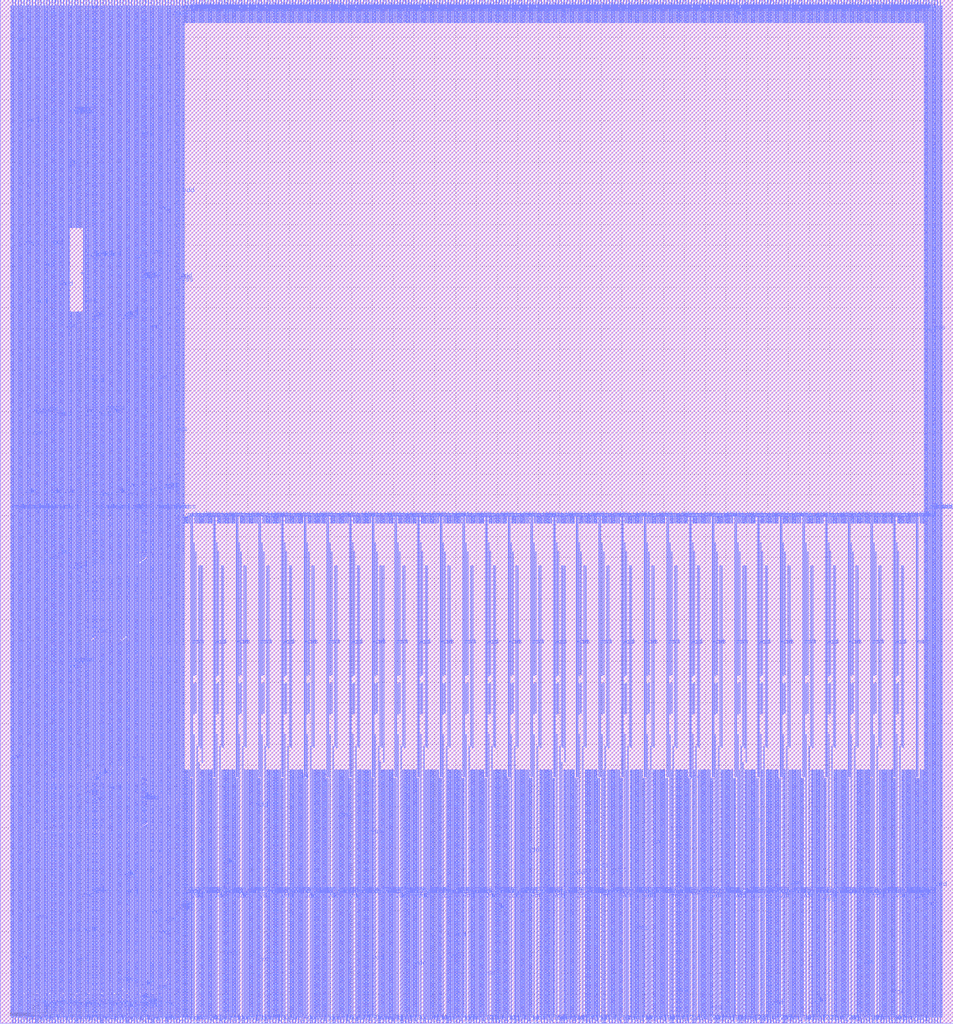
<source format=lef>
VERSION 5.8 ;
BUSBITCHARS "[]" ;
DIVIDERCHAR "/" ;

MACRO sram22_1024x32m8w8_test
  CLASS BLOCK ;
  ORIGIN 89.065 244.085 ;
  FOREIGN sram22_1024x32m8w8_test -89.065 -244.085 ;
  SIZE 458.29 BY 492.25 ;
  SYMMETRY X Y R90 ;
  PIN vdd
    DIRECTION INOUT ;
    USE POWER ;
    PORT
      LAYER met3 ;
        RECT 361.595 246.76 361.925 247.89 ;
        RECT 361.595 241.915 361.925 242.245 ;
        RECT 361.595 240.555 361.925 240.885 ;
        RECT 361.595 239.195 361.925 239.525 ;
        RECT 361.595 237.835 361.925 238.165 ;
        RECT 361.595 236.475 361.925 236.805 ;
        RECT 361.595 235.115 361.925 235.445 ;
        RECT 361.595 233.755 361.925 234.085 ;
        RECT 361.595 232.395 361.925 232.725 ;
        RECT 361.595 231.035 361.925 231.365 ;
        RECT 361.595 229.675 361.925 230.005 ;
        RECT 361.595 228.315 361.925 228.645 ;
        RECT 361.595 226.955 361.925 227.285 ;
        RECT 361.595 225.595 361.925 225.925 ;
        RECT 361.595 224.235 361.925 224.565 ;
        RECT 361.595 222.875 361.925 223.205 ;
        RECT 361.595 221.515 361.925 221.845 ;
        RECT 361.595 220.155 361.925 220.485 ;
        RECT 361.595 218.795 361.925 219.125 ;
        RECT 361.595 217.435 361.925 217.765 ;
        RECT 361.595 216.075 361.925 216.405 ;
        RECT 361.595 214.715 361.925 215.045 ;
        RECT 361.595 213.355 361.925 213.685 ;
        RECT 361.595 211.995 361.925 212.325 ;
        RECT 361.595 210.635 361.925 210.965 ;
        RECT 361.595 209.275 361.925 209.605 ;
        RECT 361.595 207.915 361.925 208.245 ;
        RECT 361.595 206.555 361.925 206.885 ;
        RECT 361.595 205.195 361.925 205.525 ;
        RECT 361.595 203.835 361.925 204.165 ;
        RECT 361.595 202.475 361.925 202.805 ;
        RECT 361.595 201.115 361.925 201.445 ;
        RECT 361.595 199.755 361.925 200.085 ;
        RECT 361.595 198.395 361.925 198.725 ;
        RECT 361.595 197.035 361.925 197.365 ;
        RECT 361.595 195.675 361.925 196.005 ;
        RECT 361.595 194.315 361.925 194.645 ;
        RECT 361.595 192.955 361.925 193.285 ;
        RECT 361.595 191.595 361.925 191.925 ;
        RECT 361.595 190.235 361.925 190.565 ;
        RECT 361.595 188.875 361.925 189.205 ;
        RECT 361.595 187.515 361.925 187.845 ;
        RECT 361.595 186.155 361.925 186.485 ;
        RECT 361.595 184.795 361.925 185.125 ;
        RECT 361.595 183.435 361.925 183.765 ;
        RECT 361.595 182.075 361.925 182.405 ;
        RECT 361.595 180.715 361.925 181.045 ;
        RECT 361.595 179.355 361.925 179.685 ;
        RECT 361.595 177.995 361.925 178.325 ;
        RECT 361.595 176.635 361.925 176.965 ;
        RECT 361.595 175.275 361.925 175.605 ;
        RECT 361.595 173.915 361.925 174.245 ;
        RECT 361.595 172.555 361.925 172.885 ;
        RECT 361.595 171.195 361.925 171.525 ;
        RECT 361.595 169.835 361.925 170.165 ;
        RECT 361.595 168.475 361.925 168.805 ;
        RECT 361.595 167.115 361.925 167.445 ;
        RECT 361.595 165.755 361.925 166.085 ;
        RECT 361.595 164.395 361.925 164.725 ;
        RECT 361.595 163.035 361.925 163.365 ;
        RECT 361.595 161.675 361.925 162.005 ;
        RECT 361.595 160.315 361.925 160.645 ;
        RECT 361.595 158.955 361.925 159.285 ;
        RECT 361.595 157.595 361.925 157.925 ;
        RECT 361.595 156.235 361.925 156.565 ;
        RECT 361.595 154.875 361.925 155.205 ;
        RECT 361.595 153.515 361.925 153.845 ;
        RECT 361.595 152.155 361.925 152.485 ;
        RECT 361.595 150.795 361.925 151.125 ;
        RECT 361.595 149.435 361.925 149.765 ;
        RECT 361.595 148.075 361.925 148.405 ;
        RECT 361.595 146.715 361.925 147.045 ;
        RECT 361.595 145.355 361.925 145.685 ;
        RECT 361.595 143.995 361.925 144.325 ;
        RECT 361.595 142.635 361.925 142.965 ;
        RECT 361.595 141.275 361.925 141.605 ;
        RECT 361.595 139.915 361.925 140.245 ;
        RECT 361.595 138.555 361.925 138.885 ;
        RECT 361.595 137.195 361.925 137.525 ;
        RECT 361.595 135.835 361.925 136.165 ;
        RECT 361.595 134.475 361.925 134.805 ;
        RECT 361.595 133.115 361.925 133.445 ;
        RECT 361.595 131.755 361.925 132.085 ;
        RECT 361.595 130.395 361.925 130.725 ;
        RECT 361.595 129.035 361.925 129.365 ;
        RECT 361.595 127.675 361.925 128.005 ;
        RECT 361.595 126.315 361.925 126.645 ;
        RECT 361.595 124.955 361.925 125.285 ;
        RECT 361.595 123.595 361.925 123.925 ;
        RECT 361.595 122.235 361.925 122.565 ;
        RECT 361.595 120.875 361.925 121.205 ;
        RECT 361.595 119.515 361.925 119.845 ;
        RECT 361.595 118.155 361.925 118.485 ;
        RECT 361.595 116.795 361.925 117.125 ;
        RECT 361.595 115.435 361.925 115.765 ;
        RECT 361.595 114.075 361.925 114.405 ;
        RECT 361.595 112.715 361.925 113.045 ;
        RECT 361.595 111.355 361.925 111.685 ;
        RECT 361.595 109.995 361.925 110.325 ;
        RECT 361.595 108.635 361.925 108.965 ;
        RECT 361.595 107.275 361.925 107.605 ;
        RECT 361.595 105.915 361.925 106.245 ;
        RECT 361.595 104.555 361.925 104.885 ;
        RECT 361.595 103.195 361.925 103.525 ;
        RECT 361.595 101.835 361.925 102.165 ;
        RECT 361.595 100.475 361.925 100.805 ;
        RECT 361.595 99.115 361.925 99.445 ;
        RECT 361.595 97.755 361.925 98.085 ;
        RECT 361.595 96.395 361.925 96.725 ;
        RECT 361.595 95.035 361.925 95.365 ;
        RECT 361.595 93.675 361.925 94.005 ;
        RECT 361.595 92.315 361.925 92.645 ;
        RECT 361.595 90.955 361.925 91.285 ;
        RECT 361.595 89.595 361.925 89.925 ;
        RECT 361.595 88.235 361.925 88.565 ;
        RECT 361.595 86.875 361.925 87.205 ;
        RECT 361.595 85.515 361.925 85.845 ;
        RECT 361.595 84.155 361.925 84.485 ;
        RECT 361.595 82.795 361.925 83.125 ;
        RECT 361.595 81.435 361.925 81.765 ;
        RECT 361.595 80.075 361.925 80.405 ;
        RECT 361.595 78.715 361.925 79.045 ;
        RECT 361.595 77.355 361.925 77.685 ;
        RECT 361.595 75.995 361.925 76.325 ;
        RECT 361.595 74.635 361.925 74.965 ;
        RECT 361.595 73.275 361.925 73.605 ;
        RECT 361.595 71.915 361.925 72.245 ;
        RECT 361.595 70.555 361.925 70.885 ;
        RECT 361.595 69.195 361.925 69.525 ;
        RECT 361.595 67.835 361.925 68.165 ;
        RECT 361.595 66.475 361.925 66.805 ;
        RECT 361.595 65.115 361.925 65.445 ;
        RECT 361.595 63.755 361.925 64.085 ;
        RECT 361.595 62.395 361.925 62.725 ;
        RECT 361.595 61.035 361.925 61.365 ;
        RECT 361.595 59.675 361.925 60.005 ;
        RECT 361.595 58.315 361.925 58.645 ;
        RECT 361.595 56.955 361.925 57.285 ;
        RECT 361.595 55.595 361.925 55.925 ;
        RECT 361.595 54.235 361.925 54.565 ;
        RECT 361.595 52.875 361.925 53.205 ;
        RECT 361.595 51.515 361.925 51.845 ;
        RECT 361.595 50.155 361.925 50.485 ;
        RECT 361.595 48.795 361.925 49.125 ;
        RECT 361.595 47.435 361.925 47.765 ;
        RECT 361.595 46.075 361.925 46.405 ;
        RECT 361.595 44.715 361.925 45.045 ;
        RECT 361.595 43.355 361.925 43.685 ;
        RECT 361.595 41.995 361.925 42.325 ;
        RECT 361.595 40.635 361.925 40.965 ;
        RECT 361.595 39.275 361.925 39.605 ;
        RECT 361.595 37.915 361.925 38.245 ;
        RECT 361.595 36.555 361.925 36.885 ;
        RECT 361.595 35.195 361.925 35.525 ;
        RECT 361.595 33.835 361.925 34.165 ;
        RECT 361.595 32.475 361.925 32.805 ;
        RECT 361.595 31.115 361.925 31.445 ;
        RECT 361.595 29.755 361.925 30.085 ;
        RECT 361.595 28.395 361.925 28.725 ;
        RECT 361.595 27.035 361.925 27.365 ;
        RECT 361.595 25.675 361.925 26.005 ;
        RECT 361.595 24.315 361.925 24.645 ;
        RECT 361.595 22.955 361.925 23.285 ;
        RECT 361.595 21.595 361.925 21.925 ;
        RECT 361.595 20.235 361.925 20.565 ;
        RECT 361.595 18.875 361.925 19.205 ;
        RECT 361.595 17.515 361.925 17.845 ;
        RECT 361.595 16.155 361.925 16.485 ;
        RECT 361.595 14.795 361.925 15.125 ;
        RECT 361.595 13.435 361.925 13.765 ;
        RECT 361.595 12.075 361.925 12.405 ;
        RECT 361.595 10.715 361.925 11.045 ;
        RECT 361.595 9.355 361.925 9.685 ;
        RECT 361.595 7.995 361.925 8.325 ;
        RECT 361.595 6.635 361.925 6.965 ;
        RECT 361.595 5.275 361.925 5.605 ;
        RECT 361.595 3.915 361.925 4.245 ;
        RECT 361.595 2.555 361.925 2.885 ;
        RECT 361.595 1.195 361.925 1.525 ;
        RECT 361.595 -0.165 361.925 0.165 ;
        RECT 361.595 -1.525 361.925 -1.195 ;
        RECT 361.595 -2.885 361.925 -2.555 ;
        RECT 361.595 -4.245 361.925 -3.915 ;
        RECT 361.595 -5.605 361.925 -5.275 ;
        RECT 361.595 -6.965 361.925 -6.635 ;
        RECT 361.595 -8.325 361.925 -7.995 ;
        RECT 361.595 -9.685 361.925 -9.355 ;
        RECT 361.595 -11.045 361.925 -10.715 ;
        RECT 361.595 -12.405 361.925 -12.075 ;
        RECT 361.595 -13.765 361.925 -13.435 ;
        RECT 361.595 -15.125 361.925 -14.795 ;
        RECT 361.595 -16.485 361.925 -16.155 ;
        RECT 361.595 -17.845 361.925 -17.515 ;
        RECT 361.595 -19.205 361.925 -18.875 ;
        RECT 361.595 -20.565 361.925 -20.235 ;
        RECT 361.595 -21.925 361.925 -21.595 ;
        RECT 361.595 -23.285 361.925 -22.955 ;
        RECT 361.595 -24.645 361.925 -24.315 ;
        RECT 361.595 -26.005 361.925 -25.675 ;
        RECT 361.595 -27.365 361.925 -27.035 ;
        RECT 361.595 -28.725 361.925 -28.395 ;
        RECT 361.595 -30.085 361.925 -29.755 ;
        RECT 361.595 -31.445 361.925 -31.115 ;
        RECT 361.595 -32.805 361.925 -32.475 ;
        RECT 361.595 -34.165 361.925 -33.835 ;
        RECT 361.595 -35.525 361.925 -35.195 ;
        RECT 361.595 -36.885 361.925 -36.555 ;
        RECT 361.595 -38.245 361.925 -37.915 ;
        RECT 361.595 -39.605 361.925 -39.275 ;
        RECT 361.595 -40.965 361.925 -40.635 ;
        RECT 361.595 -42.325 361.925 -41.995 ;
        RECT 361.595 -43.685 361.925 -43.355 ;
        RECT 361.595 -45.045 361.925 -44.715 ;
        RECT 361.595 -46.405 361.925 -46.075 ;
        RECT 361.595 -47.765 361.925 -47.435 ;
        RECT 361.595 -49.125 361.925 -48.795 ;
        RECT 361.595 -50.485 361.925 -50.155 ;
        RECT 361.595 -51.845 361.925 -51.515 ;
        RECT 361.595 -53.205 361.925 -52.875 ;
        RECT 361.595 -54.565 361.925 -54.235 ;
        RECT 361.595 -55.925 361.925 -55.595 ;
        RECT 361.595 -57.285 361.925 -56.955 ;
        RECT 361.595 -58.645 361.925 -58.315 ;
        RECT 361.595 -60.005 361.925 -59.675 ;
        RECT 361.595 -61.365 361.925 -61.035 ;
        RECT 361.595 -62.725 361.925 -62.395 ;
        RECT 361.595 -64.085 361.925 -63.755 ;
        RECT 361.595 -65.445 361.925 -65.115 ;
        RECT 361.595 -66.805 361.925 -66.475 ;
        RECT 361.595 -68.165 361.925 -67.835 ;
        RECT 361.595 -69.525 361.925 -69.195 ;
        RECT 361.595 -70.885 361.925 -70.555 ;
        RECT 361.595 -72.245 361.925 -71.915 ;
        RECT 361.595 -73.605 361.925 -73.275 ;
        RECT 361.595 -74.965 361.925 -74.635 ;
        RECT 361.595 -76.325 361.925 -75.995 ;
        RECT 361.595 -77.685 361.925 -77.355 ;
        RECT 361.595 -79.045 361.925 -78.715 ;
        RECT 361.595 -80.405 361.925 -80.075 ;
        RECT 361.595 -81.765 361.925 -81.435 ;
        RECT 361.595 -83.125 361.925 -82.795 ;
        RECT 361.595 -84.485 361.925 -84.155 ;
        RECT 361.595 -85.845 361.925 -85.515 ;
        RECT 361.595 -87.205 361.925 -86.875 ;
        RECT 361.595 -88.565 361.925 -88.235 ;
        RECT 361.595 -89.925 361.925 -89.595 ;
        RECT 361.595 -91.285 361.925 -90.955 ;
        RECT 361.595 -92.645 361.925 -92.315 ;
        RECT 361.595 -94.005 361.925 -93.675 ;
        RECT 361.595 -95.365 361.925 -95.035 ;
        RECT 361.595 -96.725 361.925 -96.395 ;
        RECT 361.595 -98.085 361.925 -97.755 ;
        RECT 361.595 -99.445 361.925 -99.115 ;
        RECT 361.595 -100.805 361.925 -100.475 ;
        RECT 361.595 -102.165 361.925 -101.835 ;
        RECT 361.595 -103.525 361.925 -103.195 ;
        RECT 361.595 -104.885 361.925 -104.555 ;
        RECT 361.595 -106.245 361.925 -105.915 ;
        RECT 361.595 -107.605 361.925 -107.275 ;
        RECT 361.595 -108.965 361.925 -108.635 ;
        RECT 361.595 -110.325 361.925 -109.995 ;
        RECT 361.595 -111.685 361.925 -111.355 ;
        RECT 361.595 -113.045 361.925 -112.715 ;
        RECT 361.595 -114.405 361.925 -114.075 ;
        RECT 361.595 -115.765 361.925 -115.435 ;
        RECT 361.595 -117.125 361.925 -116.795 ;
        RECT 361.595 -118.485 361.925 -118.155 ;
        RECT 361.595 -119.845 361.925 -119.515 ;
        RECT 361.595 -121.205 361.925 -120.875 ;
        RECT 361.595 -122.565 361.925 -122.235 ;
        RECT 361.595 -123.925 361.925 -123.595 ;
        RECT 361.595 -125.285 361.925 -124.955 ;
        RECT 361.595 -126.645 361.925 -126.315 ;
        RECT 361.595 -128.005 361.925 -127.675 ;
        RECT 361.595 -129.365 361.925 -129.035 ;
        RECT 361.595 -130.725 361.925 -130.395 ;
        RECT 361.595 -132.085 361.925 -131.755 ;
        RECT 361.595 -133.445 361.925 -133.115 ;
        RECT 361.595 -134.805 361.925 -134.475 ;
        RECT 361.595 -136.165 361.925 -135.835 ;
        RECT 361.595 -137.525 361.925 -137.195 ;
        RECT 361.595 -138.885 361.925 -138.555 ;
        RECT 361.595 -140.245 361.925 -139.915 ;
        RECT 361.595 -141.605 361.925 -141.275 ;
        RECT 361.595 -142.965 361.925 -142.635 ;
        RECT 361.595 -144.325 361.925 -143.995 ;
        RECT 361.595 -145.685 361.925 -145.355 ;
        RECT 361.595 -147.045 361.925 -146.715 ;
        RECT 361.595 -148.405 361.925 -148.075 ;
        RECT 361.595 -149.765 361.925 -149.435 ;
        RECT 361.595 -151.125 361.925 -150.795 ;
        RECT 361.595 -152.485 361.925 -152.155 ;
        RECT 361.595 -153.845 361.925 -153.515 ;
        RECT 361.595 -155.205 361.925 -154.875 ;
        RECT 361.595 -156.565 361.925 -156.235 ;
        RECT 361.595 -157.925 361.925 -157.595 ;
        RECT 361.595 -159.285 361.925 -158.955 ;
        RECT 361.595 -160.645 361.925 -160.315 ;
        RECT 361.595 -162.005 361.925 -161.675 ;
        RECT 361.595 -163.365 361.925 -163.035 ;
        RECT 361.595 -164.725 361.925 -164.395 ;
        RECT 361.595 -166.085 361.925 -165.755 ;
        RECT 361.595 -167.445 361.925 -167.115 ;
        RECT 361.595 -168.805 361.925 -168.475 ;
        RECT 361.595 -170.165 361.925 -169.835 ;
        RECT 361.595 -171.525 361.925 -171.195 ;
        RECT 361.595 -172.885 361.925 -172.555 ;
        RECT 361.595 -174.245 361.925 -173.915 ;
        RECT 361.595 -175.605 361.925 -175.275 ;
        RECT 361.595 -176.965 361.925 -176.635 ;
        RECT 361.595 -178.325 361.925 -177.995 ;
        RECT 361.595 -179.685 361.925 -179.355 ;
        RECT 361.595 -181.045 361.925 -180.715 ;
        RECT 361.595 -182.405 361.925 -182.075 ;
        RECT 361.595 -183.765 361.925 -183.435 ;
        RECT 361.595 -185.125 361.925 -184.795 ;
        RECT 361.595 -186.485 361.925 -186.155 ;
        RECT 361.595 -187.845 361.925 -187.515 ;
        RECT 361.595 -189.205 361.925 -188.875 ;
        RECT 361.595 -190.565 361.925 -190.235 ;
        RECT 361.595 -191.925 361.925 -191.595 ;
        RECT 361.595 -193.285 361.925 -192.955 ;
        RECT 361.595 -194.645 361.925 -194.315 ;
        RECT 361.595 -196.005 361.925 -195.675 ;
        RECT 361.595 -197.365 361.925 -197.035 ;
        RECT 361.595 -198.725 361.925 -198.395 ;
        RECT 361.595 -200.085 361.925 -199.755 ;
        RECT 361.595 -201.445 361.925 -201.115 ;
        RECT 361.595 -202.805 361.925 -202.475 ;
        RECT 361.595 -204.165 361.925 -203.835 ;
        RECT 361.595 -205.525 361.925 -205.195 ;
        RECT 361.595 -206.885 361.925 -206.555 ;
        RECT 361.595 -208.245 361.925 -207.915 ;
        RECT 361.595 -209.605 361.925 -209.275 ;
        RECT 361.595 -210.965 361.925 -210.635 ;
        RECT 361.595 -212.325 361.925 -211.995 ;
        RECT 361.595 -213.685 361.925 -213.355 ;
        RECT 361.595 -215.045 361.925 -214.715 ;
        RECT 361.595 -216.405 361.925 -216.075 ;
        RECT 361.595 -217.765 361.925 -217.435 ;
        RECT 361.595 -219.125 361.925 -218.795 ;
        RECT 361.595 -220.485 361.925 -220.155 ;
        RECT 361.595 -221.845 361.925 -221.515 ;
        RECT 361.595 -223.205 361.925 -222.875 ;
        RECT 361.595 -224.565 361.925 -224.235 ;
        RECT 361.595 -225.925 361.925 -225.595 ;
        RECT 361.595 -227.285 361.925 -226.955 ;
        RECT 361.595 -228.645 361.925 -228.315 ;
        RECT 361.595 -230.005 361.925 -229.675 ;
        RECT 361.595 -231.365 361.925 -231.035 ;
        RECT 361.595 -232.725 361.925 -232.395 ;
        RECT 361.595 -234.085 361.925 -233.755 ;
        RECT 361.595 -235.445 361.925 -235.115 ;
        RECT 361.595 -236.805 361.925 -236.475 ;
        RECT 361.595 -238.165 361.925 -237.835 ;
        RECT 361.595 -243.81 361.925 -242.68 ;
        RECT 361.6 -243.925 361.92 248.005 ;
    END
    PORT
      LAYER met3 ;
        RECT 362.955 246.76 363.285 247.89 ;
        RECT 362.955 241.915 363.285 242.245 ;
        RECT 362.955 240.555 363.285 240.885 ;
        RECT 362.955 239.195 363.285 239.525 ;
        RECT 362.955 237.835 363.285 238.165 ;
        RECT 362.955 236.475 363.285 236.805 ;
        RECT 362.955 235.115 363.285 235.445 ;
        RECT 362.955 233.755 363.285 234.085 ;
        RECT 362.955 232.395 363.285 232.725 ;
        RECT 362.955 231.035 363.285 231.365 ;
        RECT 362.955 229.675 363.285 230.005 ;
        RECT 362.955 228.315 363.285 228.645 ;
        RECT 362.955 226.955 363.285 227.285 ;
        RECT 362.955 225.595 363.285 225.925 ;
        RECT 362.955 224.235 363.285 224.565 ;
        RECT 362.955 222.875 363.285 223.205 ;
        RECT 362.955 221.515 363.285 221.845 ;
        RECT 362.955 220.155 363.285 220.485 ;
        RECT 362.955 218.795 363.285 219.125 ;
        RECT 362.955 217.435 363.285 217.765 ;
        RECT 362.955 216.075 363.285 216.405 ;
        RECT 362.955 214.715 363.285 215.045 ;
        RECT 362.955 213.355 363.285 213.685 ;
        RECT 362.955 211.995 363.285 212.325 ;
        RECT 362.955 210.635 363.285 210.965 ;
        RECT 362.955 209.275 363.285 209.605 ;
        RECT 362.955 207.915 363.285 208.245 ;
        RECT 362.955 206.555 363.285 206.885 ;
        RECT 362.955 205.195 363.285 205.525 ;
        RECT 362.955 203.835 363.285 204.165 ;
        RECT 362.955 202.475 363.285 202.805 ;
        RECT 362.955 201.115 363.285 201.445 ;
        RECT 362.955 199.755 363.285 200.085 ;
        RECT 362.955 198.395 363.285 198.725 ;
        RECT 362.955 197.035 363.285 197.365 ;
        RECT 362.955 195.675 363.285 196.005 ;
        RECT 362.955 194.315 363.285 194.645 ;
        RECT 362.955 192.955 363.285 193.285 ;
        RECT 362.955 191.595 363.285 191.925 ;
        RECT 362.955 190.235 363.285 190.565 ;
        RECT 362.955 188.875 363.285 189.205 ;
        RECT 362.955 187.515 363.285 187.845 ;
        RECT 362.955 186.155 363.285 186.485 ;
        RECT 362.955 184.795 363.285 185.125 ;
        RECT 362.955 183.435 363.285 183.765 ;
        RECT 362.955 182.075 363.285 182.405 ;
        RECT 362.955 180.715 363.285 181.045 ;
        RECT 362.955 179.355 363.285 179.685 ;
        RECT 362.955 177.995 363.285 178.325 ;
        RECT 362.955 176.635 363.285 176.965 ;
        RECT 362.955 175.275 363.285 175.605 ;
        RECT 362.955 173.915 363.285 174.245 ;
        RECT 362.955 172.555 363.285 172.885 ;
        RECT 362.955 171.195 363.285 171.525 ;
        RECT 362.955 169.835 363.285 170.165 ;
        RECT 362.955 168.475 363.285 168.805 ;
        RECT 362.955 167.115 363.285 167.445 ;
        RECT 362.955 165.755 363.285 166.085 ;
        RECT 362.955 164.395 363.285 164.725 ;
        RECT 362.955 163.035 363.285 163.365 ;
        RECT 362.955 161.675 363.285 162.005 ;
        RECT 362.955 160.315 363.285 160.645 ;
        RECT 362.955 158.955 363.285 159.285 ;
        RECT 362.955 157.595 363.285 157.925 ;
        RECT 362.955 156.235 363.285 156.565 ;
        RECT 362.955 154.875 363.285 155.205 ;
        RECT 362.955 153.515 363.285 153.845 ;
        RECT 362.955 152.155 363.285 152.485 ;
        RECT 362.955 150.795 363.285 151.125 ;
        RECT 362.955 149.435 363.285 149.765 ;
        RECT 362.955 148.075 363.285 148.405 ;
        RECT 362.955 146.715 363.285 147.045 ;
        RECT 362.955 145.355 363.285 145.685 ;
        RECT 362.955 143.995 363.285 144.325 ;
        RECT 362.955 142.635 363.285 142.965 ;
        RECT 362.955 141.275 363.285 141.605 ;
        RECT 362.955 139.915 363.285 140.245 ;
        RECT 362.955 138.555 363.285 138.885 ;
        RECT 362.955 137.195 363.285 137.525 ;
        RECT 362.955 135.835 363.285 136.165 ;
        RECT 362.955 134.475 363.285 134.805 ;
        RECT 362.955 133.115 363.285 133.445 ;
        RECT 362.955 131.755 363.285 132.085 ;
        RECT 362.955 130.395 363.285 130.725 ;
        RECT 362.955 129.035 363.285 129.365 ;
        RECT 362.955 127.675 363.285 128.005 ;
        RECT 362.955 126.315 363.285 126.645 ;
        RECT 362.955 124.955 363.285 125.285 ;
        RECT 362.955 123.595 363.285 123.925 ;
        RECT 362.955 122.235 363.285 122.565 ;
        RECT 362.955 120.875 363.285 121.205 ;
        RECT 362.955 119.515 363.285 119.845 ;
        RECT 362.955 118.155 363.285 118.485 ;
        RECT 362.955 116.795 363.285 117.125 ;
        RECT 362.955 115.435 363.285 115.765 ;
        RECT 362.955 114.075 363.285 114.405 ;
        RECT 362.955 112.715 363.285 113.045 ;
        RECT 362.955 111.355 363.285 111.685 ;
        RECT 362.955 109.995 363.285 110.325 ;
        RECT 362.955 108.635 363.285 108.965 ;
        RECT 362.955 107.275 363.285 107.605 ;
        RECT 362.955 105.915 363.285 106.245 ;
        RECT 362.955 104.555 363.285 104.885 ;
        RECT 362.955 103.195 363.285 103.525 ;
        RECT 362.955 101.835 363.285 102.165 ;
        RECT 362.955 100.475 363.285 100.805 ;
        RECT 362.955 99.115 363.285 99.445 ;
        RECT 362.955 97.755 363.285 98.085 ;
        RECT 362.955 96.395 363.285 96.725 ;
        RECT 362.955 95.035 363.285 95.365 ;
        RECT 362.955 93.675 363.285 94.005 ;
        RECT 362.955 92.315 363.285 92.645 ;
        RECT 362.955 90.955 363.285 91.285 ;
        RECT 362.955 89.595 363.285 89.925 ;
        RECT 362.955 88.235 363.285 88.565 ;
        RECT 362.955 86.875 363.285 87.205 ;
        RECT 362.955 85.515 363.285 85.845 ;
        RECT 362.955 84.155 363.285 84.485 ;
        RECT 362.955 82.795 363.285 83.125 ;
        RECT 362.955 81.435 363.285 81.765 ;
        RECT 362.955 80.075 363.285 80.405 ;
        RECT 362.955 78.715 363.285 79.045 ;
        RECT 362.955 77.355 363.285 77.685 ;
        RECT 362.955 75.995 363.285 76.325 ;
        RECT 362.955 74.635 363.285 74.965 ;
        RECT 362.955 73.275 363.285 73.605 ;
        RECT 362.955 71.915 363.285 72.245 ;
        RECT 362.955 70.555 363.285 70.885 ;
        RECT 362.955 69.195 363.285 69.525 ;
        RECT 362.955 67.835 363.285 68.165 ;
        RECT 362.955 66.475 363.285 66.805 ;
        RECT 362.955 65.115 363.285 65.445 ;
        RECT 362.955 63.755 363.285 64.085 ;
        RECT 362.955 62.395 363.285 62.725 ;
        RECT 362.955 61.035 363.285 61.365 ;
        RECT 362.955 59.675 363.285 60.005 ;
        RECT 362.955 58.315 363.285 58.645 ;
        RECT 362.955 56.955 363.285 57.285 ;
        RECT 362.955 55.595 363.285 55.925 ;
        RECT 362.955 54.235 363.285 54.565 ;
        RECT 362.955 52.875 363.285 53.205 ;
        RECT 362.955 51.515 363.285 51.845 ;
        RECT 362.955 50.155 363.285 50.485 ;
        RECT 362.955 48.795 363.285 49.125 ;
        RECT 362.955 47.435 363.285 47.765 ;
        RECT 362.955 46.075 363.285 46.405 ;
        RECT 362.955 44.715 363.285 45.045 ;
        RECT 362.955 43.355 363.285 43.685 ;
        RECT 362.955 41.995 363.285 42.325 ;
        RECT 362.955 40.635 363.285 40.965 ;
        RECT 362.955 39.275 363.285 39.605 ;
        RECT 362.955 37.915 363.285 38.245 ;
        RECT 362.955 36.555 363.285 36.885 ;
        RECT 362.955 35.195 363.285 35.525 ;
        RECT 362.955 33.835 363.285 34.165 ;
        RECT 362.955 32.475 363.285 32.805 ;
        RECT 362.955 31.115 363.285 31.445 ;
        RECT 362.955 29.755 363.285 30.085 ;
        RECT 362.955 28.395 363.285 28.725 ;
        RECT 362.955 27.035 363.285 27.365 ;
        RECT 362.955 25.675 363.285 26.005 ;
        RECT 362.955 24.315 363.285 24.645 ;
        RECT 362.955 22.955 363.285 23.285 ;
        RECT 362.955 21.595 363.285 21.925 ;
        RECT 362.955 20.235 363.285 20.565 ;
        RECT 362.955 18.875 363.285 19.205 ;
        RECT 362.955 17.515 363.285 17.845 ;
        RECT 362.955 16.155 363.285 16.485 ;
        RECT 362.955 14.795 363.285 15.125 ;
        RECT 362.955 13.435 363.285 13.765 ;
        RECT 362.955 12.075 363.285 12.405 ;
        RECT 362.955 10.715 363.285 11.045 ;
        RECT 362.955 9.355 363.285 9.685 ;
        RECT 362.955 7.995 363.285 8.325 ;
        RECT 362.955 6.635 363.285 6.965 ;
        RECT 362.955 5.275 363.285 5.605 ;
        RECT 362.955 3.915 363.285 4.245 ;
        RECT 362.955 2.555 363.285 2.885 ;
        RECT 362.955 1.195 363.285 1.525 ;
        RECT 362.955 -0.165 363.285 0.165 ;
        RECT 362.955 -1.525 363.285 -1.195 ;
        RECT 362.955 -2.885 363.285 -2.555 ;
        RECT 362.955 -4.245 363.285 -3.915 ;
        RECT 362.955 -5.605 363.285 -5.275 ;
        RECT 362.955 -6.965 363.285 -6.635 ;
        RECT 362.955 -8.325 363.285 -7.995 ;
        RECT 362.955 -9.685 363.285 -9.355 ;
        RECT 362.955 -11.045 363.285 -10.715 ;
        RECT 362.955 -12.405 363.285 -12.075 ;
        RECT 362.955 -13.765 363.285 -13.435 ;
        RECT 362.955 -15.125 363.285 -14.795 ;
        RECT 362.955 -16.485 363.285 -16.155 ;
        RECT 362.955 -17.845 363.285 -17.515 ;
        RECT 362.955 -19.205 363.285 -18.875 ;
        RECT 362.955 -20.565 363.285 -20.235 ;
        RECT 362.955 -21.925 363.285 -21.595 ;
        RECT 362.955 -23.285 363.285 -22.955 ;
        RECT 362.955 -24.645 363.285 -24.315 ;
        RECT 362.955 -26.005 363.285 -25.675 ;
        RECT 362.955 -27.365 363.285 -27.035 ;
        RECT 362.955 -28.725 363.285 -28.395 ;
        RECT 362.955 -30.085 363.285 -29.755 ;
        RECT 362.955 -31.445 363.285 -31.115 ;
        RECT 362.955 -32.805 363.285 -32.475 ;
        RECT 362.955 -34.165 363.285 -33.835 ;
        RECT 362.955 -35.525 363.285 -35.195 ;
        RECT 362.955 -36.885 363.285 -36.555 ;
        RECT 362.955 -38.245 363.285 -37.915 ;
        RECT 362.955 -39.605 363.285 -39.275 ;
        RECT 362.955 -40.965 363.285 -40.635 ;
        RECT 362.955 -42.325 363.285 -41.995 ;
        RECT 362.955 -43.685 363.285 -43.355 ;
        RECT 362.955 -45.045 363.285 -44.715 ;
        RECT 362.955 -46.405 363.285 -46.075 ;
        RECT 362.955 -47.765 363.285 -47.435 ;
        RECT 362.955 -49.125 363.285 -48.795 ;
        RECT 362.955 -50.485 363.285 -50.155 ;
        RECT 362.955 -51.845 363.285 -51.515 ;
        RECT 362.955 -53.205 363.285 -52.875 ;
        RECT 362.955 -54.565 363.285 -54.235 ;
        RECT 362.955 -55.925 363.285 -55.595 ;
        RECT 362.955 -57.285 363.285 -56.955 ;
        RECT 362.955 -58.645 363.285 -58.315 ;
        RECT 362.955 -60.005 363.285 -59.675 ;
        RECT 362.955 -61.365 363.285 -61.035 ;
        RECT 362.955 -62.725 363.285 -62.395 ;
        RECT 362.955 -64.085 363.285 -63.755 ;
        RECT 362.955 -65.445 363.285 -65.115 ;
        RECT 362.955 -66.805 363.285 -66.475 ;
        RECT 362.955 -68.165 363.285 -67.835 ;
        RECT 362.955 -69.525 363.285 -69.195 ;
        RECT 362.955 -70.885 363.285 -70.555 ;
        RECT 362.955 -72.245 363.285 -71.915 ;
        RECT 362.955 -73.605 363.285 -73.275 ;
        RECT 362.955 -74.965 363.285 -74.635 ;
        RECT 362.955 -76.325 363.285 -75.995 ;
        RECT 362.955 -77.685 363.285 -77.355 ;
        RECT 362.955 -79.045 363.285 -78.715 ;
        RECT 362.955 -80.405 363.285 -80.075 ;
        RECT 362.955 -81.765 363.285 -81.435 ;
        RECT 362.955 -83.125 363.285 -82.795 ;
        RECT 362.955 -84.485 363.285 -84.155 ;
        RECT 362.955 -85.845 363.285 -85.515 ;
        RECT 362.955 -87.205 363.285 -86.875 ;
        RECT 362.955 -88.565 363.285 -88.235 ;
        RECT 362.955 -89.925 363.285 -89.595 ;
        RECT 362.955 -91.285 363.285 -90.955 ;
        RECT 362.955 -92.645 363.285 -92.315 ;
        RECT 362.955 -94.005 363.285 -93.675 ;
        RECT 362.955 -95.365 363.285 -95.035 ;
        RECT 362.955 -96.725 363.285 -96.395 ;
        RECT 362.955 -98.085 363.285 -97.755 ;
        RECT 362.955 -99.445 363.285 -99.115 ;
        RECT 362.955 -100.805 363.285 -100.475 ;
        RECT 362.955 -102.165 363.285 -101.835 ;
        RECT 362.955 -103.525 363.285 -103.195 ;
        RECT 362.955 -104.885 363.285 -104.555 ;
        RECT 362.955 -106.245 363.285 -105.915 ;
        RECT 362.955 -107.605 363.285 -107.275 ;
        RECT 362.955 -108.965 363.285 -108.635 ;
        RECT 362.955 -110.325 363.285 -109.995 ;
        RECT 362.955 -111.685 363.285 -111.355 ;
        RECT 362.955 -113.045 363.285 -112.715 ;
        RECT 362.955 -114.405 363.285 -114.075 ;
        RECT 362.955 -115.765 363.285 -115.435 ;
        RECT 362.955 -117.125 363.285 -116.795 ;
        RECT 362.955 -118.485 363.285 -118.155 ;
        RECT 362.955 -119.845 363.285 -119.515 ;
        RECT 362.955 -121.205 363.285 -120.875 ;
        RECT 362.955 -122.565 363.285 -122.235 ;
        RECT 362.955 -123.925 363.285 -123.595 ;
        RECT 362.955 -125.285 363.285 -124.955 ;
        RECT 362.955 -126.645 363.285 -126.315 ;
        RECT 362.955 -128.005 363.285 -127.675 ;
        RECT 362.955 -129.365 363.285 -129.035 ;
        RECT 362.955 -130.725 363.285 -130.395 ;
        RECT 362.955 -132.085 363.285 -131.755 ;
        RECT 362.955 -133.445 363.285 -133.115 ;
        RECT 362.955 -134.805 363.285 -134.475 ;
        RECT 362.955 -136.165 363.285 -135.835 ;
        RECT 362.955 -137.525 363.285 -137.195 ;
        RECT 362.955 -138.885 363.285 -138.555 ;
        RECT 362.955 -140.245 363.285 -139.915 ;
        RECT 362.955 -141.605 363.285 -141.275 ;
        RECT 362.955 -142.965 363.285 -142.635 ;
        RECT 362.955 -144.325 363.285 -143.995 ;
        RECT 362.955 -145.685 363.285 -145.355 ;
        RECT 362.955 -147.045 363.285 -146.715 ;
        RECT 362.955 -148.405 363.285 -148.075 ;
        RECT 362.955 -149.765 363.285 -149.435 ;
        RECT 362.955 -151.125 363.285 -150.795 ;
        RECT 362.955 -152.485 363.285 -152.155 ;
        RECT 362.955 -153.845 363.285 -153.515 ;
        RECT 362.955 -155.205 363.285 -154.875 ;
        RECT 362.955 -156.565 363.285 -156.235 ;
        RECT 362.955 -157.925 363.285 -157.595 ;
        RECT 362.955 -159.285 363.285 -158.955 ;
        RECT 362.955 -160.645 363.285 -160.315 ;
        RECT 362.955 -162.005 363.285 -161.675 ;
        RECT 362.955 -163.365 363.285 -163.035 ;
        RECT 362.955 -164.725 363.285 -164.395 ;
        RECT 362.955 -166.085 363.285 -165.755 ;
        RECT 362.955 -167.445 363.285 -167.115 ;
        RECT 362.955 -168.805 363.285 -168.475 ;
        RECT 362.955 -170.165 363.285 -169.835 ;
        RECT 362.955 -171.525 363.285 -171.195 ;
        RECT 362.955 -172.885 363.285 -172.555 ;
        RECT 362.955 -174.245 363.285 -173.915 ;
        RECT 362.955 -175.605 363.285 -175.275 ;
        RECT 362.955 -176.965 363.285 -176.635 ;
        RECT 362.955 -178.325 363.285 -177.995 ;
        RECT 362.955 -179.685 363.285 -179.355 ;
        RECT 362.955 -181.045 363.285 -180.715 ;
        RECT 362.955 -182.405 363.285 -182.075 ;
        RECT 362.955 -183.765 363.285 -183.435 ;
        RECT 362.955 -185.125 363.285 -184.795 ;
        RECT 362.955 -186.485 363.285 -186.155 ;
        RECT 362.955 -187.845 363.285 -187.515 ;
        RECT 362.955 -189.205 363.285 -188.875 ;
        RECT 362.955 -190.565 363.285 -190.235 ;
        RECT 362.955 -191.925 363.285 -191.595 ;
        RECT 362.955 -193.285 363.285 -192.955 ;
        RECT 362.955 -194.645 363.285 -194.315 ;
        RECT 362.955 -196.005 363.285 -195.675 ;
        RECT 362.955 -197.365 363.285 -197.035 ;
        RECT 362.955 -198.725 363.285 -198.395 ;
        RECT 362.955 -200.085 363.285 -199.755 ;
        RECT 362.955 -201.445 363.285 -201.115 ;
        RECT 362.955 -202.805 363.285 -202.475 ;
        RECT 362.955 -204.165 363.285 -203.835 ;
        RECT 362.955 -205.525 363.285 -205.195 ;
        RECT 362.955 -206.885 363.285 -206.555 ;
        RECT 362.955 -208.245 363.285 -207.915 ;
        RECT 362.955 -209.605 363.285 -209.275 ;
        RECT 362.955 -210.965 363.285 -210.635 ;
        RECT 362.955 -212.325 363.285 -211.995 ;
        RECT 362.955 -213.685 363.285 -213.355 ;
        RECT 362.955 -215.045 363.285 -214.715 ;
        RECT 362.955 -216.405 363.285 -216.075 ;
        RECT 362.955 -217.765 363.285 -217.435 ;
        RECT 362.955 -219.125 363.285 -218.795 ;
        RECT 362.955 -220.485 363.285 -220.155 ;
        RECT 362.955 -221.845 363.285 -221.515 ;
        RECT 362.955 -223.205 363.285 -222.875 ;
        RECT 362.955 -224.565 363.285 -224.235 ;
        RECT 362.955 -225.925 363.285 -225.595 ;
        RECT 362.955 -227.285 363.285 -226.955 ;
        RECT 362.955 -228.645 363.285 -228.315 ;
        RECT 362.955 -230.005 363.285 -229.675 ;
        RECT 362.955 -231.365 363.285 -231.035 ;
        RECT 362.955 -232.725 363.285 -232.395 ;
        RECT 362.955 -234.085 363.285 -233.755 ;
        RECT 362.955 -235.445 363.285 -235.115 ;
        RECT 362.955 -236.805 363.285 -236.475 ;
        RECT 362.955 -238.165 363.285 -237.835 ;
        RECT 362.955 -243.81 363.285 -242.68 ;
        RECT 362.96 -243.925 363.28 248.005 ;
    END
    PORT
      LAYER met3 ;
        RECT 357.515 246.76 357.845 247.89 ;
        RECT 357.515 241.915 357.845 242.245 ;
        RECT 357.515 240.555 357.845 240.885 ;
        RECT 357.515 239.195 357.845 239.525 ;
        RECT 357.515 237.835 357.845 238.165 ;
        RECT 357.515 235.17 357.845 235.5 ;
        RECT 357.515 232.995 357.845 233.325 ;
        RECT 357.515 231.415 357.845 231.745 ;
        RECT 357.515 230.565 357.845 230.895 ;
        RECT 357.515 228.255 357.845 228.585 ;
        RECT 357.515 227.405 357.845 227.735 ;
        RECT 357.515 225.095 357.845 225.425 ;
        RECT 357.515 224.245 357.845 224.575 ;
        RECT 357.515 221.935 357.845 222.265 ;
        RECT 357.515 221.085 357.845 221.415 ;
        RECT 357.515 218.775 357.845 219.105 ;
        RECT 357.515 217.195 357.845 217.525 ;
        RECT 357.515 216.345 357.845 216.675 ;
        RECT 357.515 214.035 357.845 214.365 ;
        RECT 357.515 213.185 357.845 213.515 ;
        RECT 357.515 210.875 357.845 211.205 ;
        RECT 357.515 210.025 357.845 210.355 ;
        RECT 357.515 207.715 357.845 208.045 ;
        RECT 357.515 206.865 357.845 207.195 ;
        RECT 357.515 204.555 357.845 204.885 ;
        RECT 357.515 202.975 357.845 203.305 ;
        RECT 357.515 202.125 357.845 202.455 ;
        RECT 357.515 199.815 357.845 200.145 ;
        RECT 357.515 198.965 357.845 199.295 ;
        RECT 357.515 196.655 357.845 196.985 ;
        RECT 357.515 195.805 357.845 196.135 ;
        RECT 357.515 193.495 357.845 193.825 ;
        RECT 357.515 192.645 357.845 192.975 ;
        RECT 357.515 190.335 357.845 190.665 ;
        RECT 357.515 188.755 357.845 189.085 ;
        RECT 357.515 187.905 357.845 188.235 ;
        RECT 357.515 185.595 357.845 185.925 ;
        RECT 357.515 184.745 357.845 185.075 ;
        RECT 357.515 182.435 357.845 182.765 ;
        RECT 357.515 181.585 357.845 181.915 ;
        RECT 357.515 179.275 357.845 179.605 ;
        RECT 357.515 178.425 357.845 178.755 ;
        RECT 357.515 176.115 357.845 176.445 ;
        RECT 357.515 174.535 357.845 174.865 ;
        RECT 357.515 173.685 357.845 174.015 ;
        RECT 357.515 171.375 357.845 171.705 ;
        RECT 357.515 170.525 357.845 170.855 ;
        RECT 357.515 168.215 357.845 168.545 ;
        RECT 357.515 167.365 357.845 167.695 ;
        RECT 357.515 165.055 357.845 165.385 ;
        RECT 357.515 164.205 357.845 164.535 ;
        RECT 357.515 161.895 357.845 162.225 ;
        RECT 357.515 160.315 357.845 160.645 ;
        RECT 357.515 159.465 357.845 159.795 ;
        RECT 357.515 157.155 357.845 157.485 ;
        RECT 357.515 156.305 357.845 156.635 ;
        RECT 357.515 153.995 357.845 154.325 ;
        RECT 357.515 153.145 357.845 153.475 ;
        RECT 357.515 150.835 357.845 151.165 ;
        RECT 357.515 149.985 357.845 150.315 ;
        RECT 357.515 147.675 357.845 148.005 ;
        RECT 357.515 146.095 357.845 146.425 ;
        RECT 357.515 145.245 357.845 145.575 ;
        RECT 357.515 142.935 357.845 143.265 ;
        RECT 357.515 142.085 357.845 142.415 ;
        RECT 357.515 139.775 357.845 140.105 ;
        RECT 357.515 138.925 357.845 139.255 ;
        RECT 357.515 136.615 357.845 136.945 ;
        RECT 357.515 135.765 357.845 136.095 ;
        RECT 357.515 133.455 357.845 133.785 ;
        RECT 357.515 131.875 357.845 132.205 ;
        RECT 357.515 131.025 357.845 131.355 ;
        RECT 357.515 128.715 357.845 129.045 ;
        RECT 357.515 127.865 357.845 128.195 ;
        RECT 357.515 125.555 357.845 125.885 ;
        RECT 357.515 124.705 357.845 125.035 ;
        RECT 357.515 122.395 357.845 122.725 ;
        RECT 357.515 121.545 357.845 121.875 ;
        RECT 357.515 119.235 357.845 119.565 ;
        RECT 357.515 117.655 357.845 117.985 ;
        RECT 357.515 116.805 357.845 117.135 ;
        RECT 357.515 114.495 357.845 114.825 ;
        RECT 357.515 113.645 357.845 113.975 ;
        RECT 357.515 111.335 357.845 111.665 ;
        RECT 357.515 110.485 357.845 110.815 ;
        RECT 357.515 108.175 357.845 108.505 ;
        RECT 357.515 107.325 357.845 107.655 ;
        RECT 357.515 105.015 357.845 105.345 ;
        RECT 357.515 103.435 357.845 103.765 ;
        RECT 357.515 102.585 357.845 102.915 ;
        RECT 357.515 100.275 357.845 100.605 ;
        RECT 357.515 99.425 357.845 99.755 ;
        RECT 357.515 97.115 357.845 97.445 ;
        RECT 357.515 96.265 357.845 96.595 ;
        RECT 357.515 93.955 357.845 94.285 ;
        RECT 357.515 93.105 357.845 93.435 ;
        RECT 357.515 90.795 357.845 91.125 ;
        RECT 357.515 89.215 357.845 89.545 ;
        RECT 357.515 88.365 357.845 88.695 ;
        RECT 357.515 86.055 357.845 86.385 ;
        RECT 357.515 85.205 357.845 85.535 ;
        RECT 357.515 82.895 357.845 83.225 ;
        RECT 357.515 82.045 357.845 82.375 ;
        RECT 357.515 79.735 357.845 80.065 ;
        RECT 357.515 78.885 357.845 79.215 ;
        RECT 357.515 76.575 357.845 76.905 ;
        RECT 357.515 74.995 357.845 75.325 ;
        RECT 357.515 74.145 357.845 74.475 ;
        RECT 357.515 71.835 357.845 72.165 ;
        RECT 357.515 70.985 357.845 71.315 ;
        RECT 357.515 68.675 357.845 69.005 ;
        RECT 357.515 67.825 357.845 68.155 ;
        RECT 357.515 65.515 357.845 65.845 ;
        RECT 357.515 64.665 357.845 64.995 ;
        RECT 357.515 62.355 357.845 62.685 ;
        RECT 357.515 60.775 357.845 61.105 ;
        RECT 357.515 59.925 357.845 60.255 ;
        RECT 357.515 57.615 357.845 57.945 ;
        RECT 357.515 56.765 357.845 57.095 ;
        RECT 357.515 54.455 357.845 54.785 ;
        RECT 357.515 53.605 357.845 53.935 ;
        RECT 357.515 51.295 357.845 51.625 ;
        RECT 357.515 50.445 357.845 50.775 ;
        RECT 357.515 48.135 357.845 48.465 ;
        RECT 357.515 46.555 357.845 46.885 ;
        RECT 357.515 45.705 357.845 46.035 ;
        RECT 357.515 43.395 357.845 43.725 ;
        RECT 357.515 42.545 357.845 42.875 ;
        RECT 357.515 40.235 357.845 40.565 ;
        RECT 357.515 39.385 357.845 39.715 ;
        RECT 357.515 37.075 357.845 37.405 ;
        RECT 357.515 36.225 357.845 36.555 ;
        RECT 357.515 33.915 357.845 34.245 ;
        RECT 357.515 32.335 357.845 32.665 ;
        RECT 357.515 31.485 357.845 31.815 ;
        RECT 357.515 29.175 357.845 29.505 ;
        RECT 357.515 28.325 357.845 28.655 ;
        RECT 357.515 26.015 357.845 26.345 ;
        RECT 357.515 25.165 357.845 25.495 ;
        RECT 357.515 22.855 357.845 23.185 ;
        RECT 357.515 22.005 357.845 22.335 ;
        RECT 357.515 19.695 357.845 20.025 ;
        RECT 357.515 18.115 357.845 18.445 ;
        RECT 357.515 17.265 357.845 17.595 ;
        RECT 357.515 14.955 357.845 15.285 ;
        RECT 357.515 14.105 357.845 14.435 ;
        RECT 357.515 11.795 357.845 12.125 ;
        RECT 357.515 10.945 357.845 11.275 ;
        RECT 357.515 8.635 357.845 8.965 ;
        RECT 357.515 7.785 357.845 8.115 ;
        RECT 357.515 5.475 357.845 5.805 ;
        RECT 357.515 3.895 357.845 4.225 ;
        RECT 357.515 3.045 357.845 3.375 ;
        RECT 357.515 0.87 357.845 1.2 ;
        RECT 357.515 -1.525 357.845 -1.195 ;
        RECT 357.515 -2.885 357.845 -2.555 ;
        RECT 357.515 -4.245 357.845 -3.915 ;
        RECT 357.515 -5.605 357.845 -5.275 ;
        RECT 357.515 -6.965 357.845 -6.635 ;
        RECT 357.515 -8.325 357.845 -7.995 ;
        RECT 357.515 -9.685 357.845 -9.355 ;
        RECT 357.515 -11.045 357.845 -10.715 ;
        RECT 357.515 -12.405 357.845 -12.075 ;
        RECT 357.515 -13.765 357.845 -13.435 ;
        RECT 357.515 -15.125 357.845 -14.795 ;
        RECT 357.515 -16.485 357.845 -16.155 ;
        RECT 357.515 -17.845 357.845 -17.515 ;
        RECT 357.515 -19.205 357.845 -18.875 ;
        RECT 357.515 -20.565 357.845 -20.235 ;
        RECT 357.515 -21.925 357.845 -21.595 ;
        RECT 357.515 -23.285 357.845 -22.955 ;
        RECT 357.515 -24.645 357.845 -24.315 ;
        RECT 357.515 -26.005 357.845 -25.675 ;
        RECT 357.515 -27.365 357.845 -27.035 ;
        RECT 357.515 -28.725 357.845 -28.395 ;
        RECT 357.515 -30.085 357.845 -29.755 ;
        RECT 357.515 -31.445 357.845 -31.115 ;
        RECT 357.515 -32.805 357.845 -32.475 ;
        RECT 357.515 -34.165 357.845 -33.835 ;
        RECT 357.515 -35.525 357.845 -35.195 ;
        RECT 357.515 -36.885 357.845 -36.555 ;
        RECT 357.515 -38.245 357.845 -37.915 ;
        RECT 357.515 -39.605 357.845 -39.275 ;
        RECT 357.515 -40.965 357.845 -40.635 ;
        RECT 357.515 -42.325 357.845 -41.995 ;
        RECT 357.515 -43.685 357.845 -43.355 ;
        RECT 357.515 -45.045 357.845 -44.715 ;
        RECT 357.515 -46.405 357.845 -46.075 ;
        RECT 357.515 -47.765 357.845 -47.435 ;
        RECT 357.515 -49.125 357.845 -48.795 ;
        RECT 357.515 -50.485 357.845 -50.155 ;
        RECT 357.515 -51.845 357.845 -51.515 ;
        RECT 357.515 -53.205 357.845 -52.875 ;
        RECT 357.515 -54.565 357.845 -54.235 ;
        RECT 357.515 -55.925 357.845 -55.595 ;
        RECT 357.515 -57.285 357.845 -56.955 ;
        RECT 357.515 -58.645 357.845 -58.315 ;
        RECT 357.515 -60.005 357.845 -59.675 ;
        RECT 357.515 -61.365 357.845 -61.035 ;
        RECT 357.515 -62.725 357.845 -62.395 ;
        RECT 357.515 -64.085 357.845 -63.755 ;
        RECT 357.515 -65.445 357.845 -65.115 ;
        RECT 357.515 -66.805 357.845 -66.475 ;
        RECT 357.515 -68.165 357.845 -67.835 ;
        RECT 357.515 -69.525 357.845 -69.195 ;
        RECT 357.515 -70.885 357.845 -70.555 ;
        RECT 357.515 -72.245 357.845 -71.915 ;
        RECT 357.515 -73.605 357.845 -73.275 ;
        RECT 357.515 -74.965 357.845 -74.635 ;
        RECT 357.515 -76.325 357.845 -75.995 ;
        RECT 357.515 -77.685 357.845 -77.355 ;
        RECT 357.515 -79.045 357.845 -78.715 ;
        RECT 357.515 -80.405 357.845 -80.075 ;
        RECT 357.515 -81.765 357.845 -81.435 ;
        RECT 357.515 -83.125 357.845 -82.795 ;
        RECT 357.515 -84.485 357.845 -84.155 ;
        RECT 357.515 -85.845 357.845 -85.515 ;
        RECT 357.515 -87.205 357.845 -86.875 ;
        RECT 357.515 -88.565 357.845 -88.235 ;
        RECT 357.515 -89.925 357.845 -89.595 ;
        RECT 357.515 -91.285 357.845 -90.955 ;
        RECT 357.515 -92.645 357.845 -92.315 ;
        RECT 357.515 -94.005 357.845 -93.675 ;
        RECT 357.515 -95.365 357.845 -95.035 ;
        RECT 357.515 -96.725 357.845 -96.395 ;
        RECT 357.515 -98.085 357.845 -97.755 ;
        RECT 357.515 -99.445 357.845 -99.115 ;
        RECT 357.515 -100.805 357.845 -100.475 ;
        RECT 357.515 -102.165 357.845 -101.835 ;
        RECT 357.515 -103.525 357.845 -103.195 ;
        RECT 357.515 -104.885 357.845 -104.555 ;
        RECT 357.515 -106.245 357.845 -105.915 ;
        RECT 357.515 -107.605 357.845 -107.275 ;
        RECT 357.515 -108.965 357.845 -108.635 ;
        RECT 357.515 -110.325 357.845 -109.995 ;
        RECT 357.515 -111.685 357.845 -111.355 ;
        RECT 357.515 -113.045 357.845 -112.715 ;
        RECT 357.515 -114.405 357.845 -114.075 ;
        RECT 357.515 -115.765 357.845 -115.435 ;
        RECT 357.515 -117.125 357.845 -116.795 ;
        RECT 357.515 -118.485 357.845 -118.155 ;
        RECT 357.515 -119.845 357.845 -119.515 ;
        RECT 357.515 -121.205 357.845 -120.875 ;
        RECT 357.515 -122.565 357.845 -122.235 ;
        RECT 357.515 -123.925 357.845 -123.595 ;
        RECT 357.515 -125.285 357.845 -124.955 ;
        RECT 357.515 -126.645 357.845 -126.315 ;
        RECT 357.515 -128.005 357.845 -127.675 ;
        RECT 357.515 -129.365 357.845 -129.035 ;
        RECT 357.515 -130.725 357.845 -130.395 ;
        RECT 357.515 -132.085 357.845 -131.755 ;
        RECT 357.515 -133.445 357.845 -133.115 ;
        RECT 357.515 -134.805 357.845 -134.475 ;
        RECT 357.515 -136.165 357.845 -135.835 ;
        RECT 357.515 -137.525 357.845 -137.195 ;
        RECT 357.515 -138.885 357.845 -138.555 ;
        RECT 357.515 -140.245 357.845 -139.915 ;
        RECT 357.515 -141.605 357.845 -141.275 ;
        RECT 357.515 -142.965 357.845 -142.635 ;
        RECT 357.515 -144.325 357.845 -143.995 ;
        RECT 357.515 -145.685 357.845 -145.355 ;
        RECT 357.515 -147.045 357.845 -146.715 ;
        RECT 357.515 -148.405 357.845 -148.075 ;
        RECT 357.515 -149.765 357.845 -149.435 ;
        RECT 357.515 -151.125 357.845 -150.795 ;
        RECT 357.515 -152.485 357.845 -152.155 ;
        RECT 357.515 -153.845 357.845 -153.515 ;
        RECT 357.515 -155.205 357.845 -154.875 ;
        RECT 357.515 -156.565 357.845 -156.235 ;
        RECT 357.515 -157.925 357.845 -157.595 ;
        RECT 357.515 -159.285 357.845 -158.955 ;
        RECT 357.515 -160.645 357.845 -160.315 ;
        RECT 357.515 -162.005 357.845 -161.675 ;
        RECT 357.515 -163.365 357.845 -163.035 ;
        RECT 357.515 -164.725 357.845 -164.395 ;
        RECT 357.515 -166.085 357.845 -165.755 ;
        RECT 357.515 -167.445 357.845 -167.115 ;
        RECT 357.515 -168.805 357.845 -168.475 ;
        RECT 357.515 -170.165 357.845 -169.835 ;
        RECT 357.515 -171.525 357.845 -171.195 ;
        RECT 357.515 -172.885 357.845 -172.555 ;
        RECT 357.515 -174.245 357.845 -173.915 ;
        RECT 357.515 -175.605 357.845 -175.275 ;
        RECT 357.515 -176.965 357.845 -176.635 ;
        RECT 357.515 -178.325 357.845 -177.995 ;
        RECT 357.515 -179.685 357.845 -179.355 ;
        RECT 357.515 -181.045 357.845 -180.715 ;
        RECT 357.515 -182.405 357.845 -182.075 ;
        RECT 357.515 -183.765 357.845 -183.435 ;
        RECT 357.515 -185.125 357.845 -184.795 ;
        RECT 357.515 -186.485 357.845 -186.155 ;
        RECT 357.515 -187.845 357.845 -187.515 ;
        RECT 357.515 -189.205 357.845 -188.875 ;
        RECT 357.515 -190.565 357.845 -190.235 ;
        RECT 357.515 -191.925 357.845 -191.595 ;
        RECT 357.515 -193.285 357.845 -192.955 ;
        RECT 357.515 -194.645 357.845 -194.315 ;
        RECT 357.515 -196.005 357.845 -195.675 ;
        RECT 357.515 -197.365 357.845 -197.035 ;
        RECT 357.515 -198.725 357.845 -198.395 ;
        RECT 357.515 -200.085 357.845 -199.755 ;
        RECT 357.515 -201.445 357.845 -201.115 ;
        RECT 357.515 -202.805 357.845 -202.475 ;
        RECT 357.515 -204.165 357.845 -203.835 ;
        RECT 357.515 -205.525 357.845 -205.195 ;
        RECT 357.515 -206.885 357.845 -206.555 ;
        RECT 357.515 -208.245 357.845 -207.915 ;
        RECT 357.515 -209.605 357.845 -209.275 ;
        RECT 357.515 -210.965 357.845 -210.635 ;
        RECT 357.515 -212.325 357.845 -211.995 ;
        RECT 357.515 -213.685 357.845 -213.355 ;
        RECT 357.515 -215.045 357.845 -214.715 ;
        RECT 357.515 -216.405 357.845 -216.075 ;
        RECT 357.515 -217.765 357.845 -217.435 ;
        RECT 357.515 -219.125 357.845 -218.795 ;
        RECT 357.515 -220.485 357.845 -220.155 ;
        RECT 357.515 -221.845 357.845 -221.515 ;
        RECT 357.515 -223.205 357.845 -222.875 ;
        RECT 357.515 -224.565 357.845 -224.235 ;
        RECT 357.515 -225.925 357.845 -225.595 ;
        RECT 357.515 -227.285 357.845 -226.955 ;
        RECT 357.515 -228.645 357.845 -228.315 ;
        RECT 357.515 -230.005 357.845 -229.675 ;
        RECT 357.515 -231.365 357.845 -231.035 ;
        RECT 357.515 -232.725 357.845 -232.395 ;
        RECT 357.515 -234.085 357.845 -233.755 ;
        RECT 357.515 -235.445 357.845 -235.115 ;
        RECT 357.515 -236.805 357.845 -236.475 ;
        RECT 357.515 -238.165 357.845 -237.835 ;
        RECT 357.515 -243.81 357.845 -242.68 ;
        RECT 357.52 -243.925 357.84 248.005 ;
    END
    PORT
      LAYER met3 ;
        RECT 358.875 246.76 359.205 247.89 ;
        RECT 358.875 241.915 359.205 242.245 ;
        RECT 358.875 240.555 359.205 240.885 ;
        RECT 358.875 239.195 359.205 239.525 ;
        RECT 358.875 237.835 359.205 238.165 ;
        RECT 358.875 235.17 359.205 235.5 ;
        RECT 358.875 232.995 359.205 233.325 ;
        RECT 358.875 231.415 359.205 231.745 ;
        RECT 358.875 230.565 359.205 230.895 ;
        RECT 358.875 228.255 359.205 228.585 ;
        RECT 358.875 227.405 359.205 227.735 ;
        RECT 358.875 225.095 359.205 225.425 ;
        RECT 358.875 224.245 359.205 224.575 ;
        RECT 358.875 221.935 359.205 222.265 ;
        RECT 358.875 221.085 359.205 221.415 ;
        RECT 358.875 218.775 359.205 219.105 ;
        RECT 358.875 217.195 359.205 217.525 ;
        RECT 358.875 216.345 359.205 216.675 ;
        RECT 358.875 214.035 359.205 214.365 ;
        RECT 358.875 213.185 359.205 213.515 ;
        RECT 358.875 210.875 359.205 211.205 ;
        RECT 358.875 210.025 359.205 210.355 ;
        RECT 358.875 207.715 359.205 208.045 ;
        RECT 358.875 206.865 359.205 207.195 ;
        RECT 358.875 204.555 359.205 204.885 ;
        RECT 358.875 202.975 359.205 203.305 ;
        RECT 358.875 202.125 359.205 202.455 ;
        RECT 358.875 199.815 359.205 200.145 ;
        RECT 358.875 198.965 359.205 199.295 ;
        RECT 358.875 196.655 359.205 196.985 ;
        RECT 358.875 195.805 359.205 196.135 ;
        RECT 358.875 193.495 359.205 193.825 ;
        RECT 358.875 192.645 359.205 192.975 ;
        RECT 358.875 190.335 359.205 190.665 ;
        RECT 358.875 188.755 359.205 189.085 ;
        RECT 358.875 187.905 359.205 188.235 ;
        RECT 358.875 185.595 359.205 185.925 ;
        RECT 358.875 184.745 359.205 185.075 ;
        RECT 358.875 182.435 359.205 182.765 ;
        RECT 358.875 181.585 359.205 181.915 ;
        RECT 358.875 179.275 359.205 179.605 ;
        RECT 358.875 178.425 359.205 178.755 ;
        RECT 358.875 176.115 359.205 176.445 ;
        RECT 358.875 174.535 359.205 174.865 ;
        RECT 358.875 173.685 359.205 174.015 ;
        RECT 358.875 171.375 359.205 171.705 ;
        RECT 358.875 170.525 359.205 170.855 ;
        RECT 358.875 168.215 359.205 168.545 ;
        RECT 358.875 167.365 359.205 167.695 ;
        RECT 358.875 165.055 359.205 165.385 ;
        RECT 358.875 164.205 359.205 164.535 ;
        RECT 358.875 161.895 359.205 162.225 ;
        RECT 358.875 160.315 359.205 160.645 ;
        RECT 358.875 159.465 359.205 159.795 ;
        RECT 358.875 157.155 359.205 157.485 ;
        RECT 358.875 156.305 359.205 156.635 ;
        RECT 358.875 153.995 359.205 154.325 ;
        RECT 358.875 153.145 359.205 153.475 ;
        RECT 358.875 150.835 359.205 151.165 ;
        RECT 358.875 149.985 359.205 150.315 ;
        RECT 358.875 147.675 359.205 148.005 ;
        RECT 358.875 146.095 359.205 146.425 ;
        RECT 358.875 145.245 359.205 145.575 ;
        RECT 358.875 142.935 359.205 143.265 ;
        RECT 358.875 142.085 359.205 142.415 ;
        RECT 358.875 139.775 359.205 140.105 ;
        RECT 358.875 138.925 359.205 139.255 ;
        RECT 358.875 136.615 359.205 136.945 ;
        RECT 358.875 135.765 359.205 136.095 ;
        RECT 358.875 133.455 359.205 133.785 ;
        RECT 358.875 131.875 359.205 132.205 ;
        RECT 358.875 131.025 359.205 131.355 ;
        RECT 358.875 128.715 359.205 129.045 ;
        RECT 358.875 127.865 359.205 128.195 ;
        RECT 358.875 125.555 359.205 125.885 ;
        RECT 358.875 124.705 359.205 125.035 ;
        RECT 358.875 122.395 359.205 122.725 ;
        RECT 358.875 121.545 359.205 121.875 ;
        RECT 358.875 119.235 359.205 119.565 ;
        RECT 358.875 117.655 359.205 117.985 ;
        RECT 358.875 116.805 359.205 117.135 ;
        RECT 358.875 114.495 359.205 114.825 ;
        RECT 358.875 113.645 359.205 113.975 ;
        RECT 358.875 111.335 359.205 111.665 ;
        RECT 358.875 110.485 359.205 110.815 ;
        RECT 358.875 108.175 359.205 108.505 ;
        RECT 358.875 107.325 359.205 107.655 ;
        RECT 358.875 105.015 359.205 105.345 ;
        RECT 358.875 103.435 359.205 103.765 ;
        RECT 358.875 102.585 359.205 102.915 ;
        RECT 358.875 100.275 359.205 100.605 ;
        RECT 358.875 99.425 359.205 99.755 ;
        RECT 358.875 97.115 359.205 97.445 ;
        RECT 358.875 96.265 359.205 96.595 ;
        RECT 358.875 93.955 359.205 94.285 ;
        RECT 358.875 93.105 359.205 93.435 ;
        RECT 358.875 90.795 359.205 91.125 ;
        RECT 358.875 89.215 359.205 89.545 ;
        RECT 358.875 88.365 359.205 88.695 ;
        RECT 358.875 86.055 359.205 86.385 ;
        RECT 358.875 85.205 359.205 85.535 ;
        RECT 358.875 82.895 359.205 83.225 ;
        RECT 358.875 82.045 359.205 82.375 ;
        RECT 358.875 79.735 359.205 80.065 ;
        RECT 358.875 78.885 359.205 79.215 ;
        RECT 358.875 76.575 359.205 76.905 ;
        RECT 358.875 74.995 359.205 75.325 ;
        RECT 358.875 74.145 359.205 74.475 ;
        RECT 358.875 71.835 359.205 72.165 ;
        RECT 358.875 70.985 359.205 71.315 ;
        RECT 358.875 68.675 359.205 69.005 ;
        RECT 358.875 67.825 359.205 68.155 ;
        RECT 358.875 65.515 359.205 65.845 ;
        RECT 358.875 64.665 359.205 64.995 ;
        RECT 358.875 62.355 359.205 62.685 ;
        RECT 358.875 60.775 359.205 61.105 ;
        RECT 358.875 59.925 359.205 60.255 ;
        RECT 358.875 57.615 359.205 57.945 ;
        RECT 358.875 56.765 359.205 57.095 ;
        RECT 358.875 54.455 359.205 54.785 ;
        RECT 358.875 53.605 359.205 53.935 ;
        RECT 358.875 51.295 359.205 51.625 ;
        RECT 358.875 50.445 359.205 50.775 ;
        RECT 358.875 48.135 359.205 48.465 ;
        RECT 358.875 46.555 359.205 46.885 ;
        RECT 358.875 45.705 359.205 46.035 ;
        RECT 358.875 43.395 359.205 43.725 ;
        RECT 358.875 42.545 359.205 42.875 ;
        RECT 358.875 40.235 359.205 40.565 ;
        RECT 358.875 39.385 359.205 39.715 ;
        RECT 358.875 37.075 359.205 37.405 ;
        RECT 358.875 36.225 359.205 36.555 ;
        RECT 358.875 33.915 359.205 34.245 ;
        RECT 358.875 32.335 359.205 32.665 ;
        RECT 358.875 31.485 359.205 31.815 ;
        RECT 358.875 29.175 359.205 29.505 ;
        RECT 358.875 28.325 359.205 28.655 ;
        RECT 358.875 26.015 359.205 26.345 ;
        RECT 358.875 25.165 359.205 25.495 ;
        RECT 358.875 22.855 359.205 23.185 ;
        RECT 358.875 22.005 359.205 22.335 ;
        RECT 358.875 19.695 359.205 20.025 ;
        RECT 358.875 18.115 359.205 18.445 ;
        RECT 358.875 17.265 359.205 17.595 ;
        RECT 358.875 14.955 359.205 15.285 ;
        RECT 358.875 14.105 359.205 14.435 ;
        RECT 358.875 11.795 359.205 12.125 ;
        RECT 358.875 10.945 359.205 11.275 ;
        RECT 358.875 8.635 359.205 8.965 ;
        RECT 358.875 7.785 359.205 8.115 ;
        RECT 358.875 5.475 359.205 5.805 ;
        RECT 358.875 3.895 359.205 4.225 ;
        RECT 358.875 3.045 359.205 3.375 ;
        RECT 358.875 0.87 359.205 1.2 ;
        RECT 358.875 -1.525 359.205 -1.195 ;
        RECT 358.875 -2.885 359.205 -2.555 ;
        RECT 358.875 -4.245 359.205 -3.915 ;
        RECT 358.875 -5.605 359.205 -5.275 ;
        RECT 358.875 -6.965 359.205 -6.635 ;
        RECT 358.875 -8.325 359.205 -7.995 ;
        RECT 358.875 -9.685 359.205 -9.355 ;
        RECT 358.875 -11.045 359.205 -10.715 ;
        RECT 358.875 -12.405 359.205 -12.075 ;
        RECT 358.875 -13.765 359.205 -13.435 ;
        RECT 358.875 -15.125 359.205 -14.795 ;
        RECT 358.875 -16.485 359.205 -16.155 ;
        RECT 358.875 -17.845 359.205 -17.515 ;
        RECT 358.875 -19.205 359.205 -18.875 ;
        RECT 358.875 -20.565 359.205 -20.235 ;
        RECT 358.875 -21.925 359.205 -21.595 ;
        RECT 358.875 -23.285 359.205 -22.955 ;
        RECT 358.875 -24.645 359.205 -24.315 ;
        RECT 358.875 -26.005 359.205 -25.675 ;
        RECT 358.875 -27.365 359.205 -27.035 ;
        RECT 358.875 -28.725 359.205 -28.395 ;
        RECT 358.875 -30.085 359.205 -29.755 ;
        RECT 358.875 -31.445 359.205 -31.115 ;
        RECT 358.875 -32.805 359.205 -32.475 ;
        RECT 358.875 -34.165 359.205 -33.835 ;
        RECT 358.875 -35.525 359.205 -35.195 ;
        RECT 358.875 -36.885 359.205 -36.555 ;
        RECT 358.875 -38.245 359.205 -37.915 ;
        RECT 358.875 -39.605 359.205 -39.275 ;
        RECT 358.875 -40.965 359.205 -40.635 ;
        RECT 358.875 -42.325 359.205 -41.995 ;
        RECT 358.875 -43.685 359.205 -43.355 ;
        RECT 358.875 -45.045 359.205 -44.715 ;
        RECT 358.875 -46.405 359.205 -46.075 ;
        RECT 358.875 -47.765 359.205 -47.435 ;
        RECT 358.875 -49.125 359.205 -48.795 ;
        RECT 358.875 -50.485 359.205 -50.155 ;
        RECT 358.875 -51.845 359.205 -51.515 ;
        RECT 358.875 -53.205 359.205 -52.875 ;
        RECT 358.875 -54.565 359.205 -54.235 ;
        RECT 358.875 -55.925 359.205 -55.595 ;
        RECT 358.875 -57.285 359.205 -56.955 ;
        RECT 358.875 -58.645 359.205 -58.315 ;
        RECT 358.875 -60.005 359.205 -59.675 ;
        RECT 358.875 -61.365 359.205 -61.035 ;
        RECT 358.875 -62.725 359.205 -62.395 ;
        RECT 358.875 -64.085 359.205 -63.755 ;
        RECT 358.875 -65.445 359.205 -65.115 ;
        RECT 358.875 -66.805 359.205 -66.475 ;
        RECT 358.875 -68.165 359.205 -67.835 ;
        RECT 358.875 -69.525 359.205 -69.195 ;
        RECT 358.875 -70.885 359.205 -70.555 ;
        RECT 358.875 -72.245 359.205 -71.915 ;
        RECT 358.875 -73.605 359.205 -73.275 ;
        RECT 358.875 -74.965 359.205 -74.635 ;
        RECT 358.875 -76.325 359.205 -75.995 ;
        RECT 358.875 -77.685 359.205 -77.355 ;
        RECT 358.875 -79.045 359.205 -78.715 ;
        RECT 358.875 -80.405 359.205 -80.075 ;
        RECT 358.875 -81.765 359.205 -81.435 ;
        RECT 358.875 -83.125 359.205 -82.795 ;
        RECT 358.875 -84.485 359.205 -84.155 ;
        RECT 358.875 -85.845 359.205 -85.515 ;
        RECT 358.875 -87.205 359.205 -86.875 ;
        RECT 358.875 -88.565 359.205 -88.235 ;
        RECT 358.875 -89.925 359.205 -89.595 ;
        RECT 358.875 -91.285 359.205 -90.955 ;
        RECT 358.875 -92.645 359.205 -92.315 ;
        RECT 358.875 -94.005 359.205 -93.675 ;
        RECT 358.875 -95.365 359.205 -95.035 ;
        RECT 358.875 -96.725 359.205 -96.395 ;
        RECT 358.875 -98.085 359.205 -97.755 ;
        RECT 358.875 -99.445 359.205 -99.115 ;
        RECT 358.875 -100.805 359.205 -100.475 ;
        RECT 358.875 -102.165 359.205 -101.835 ;
        RECT 358.875 -103.525 359.205 -103.195 ;
        RECT 358.875 -104.885 359.205 -104.555 ;
        RECT 358.875 -106.245 359.205 -105.915 ;
        RECT 358.875 -107.605 359.205 -107.275 ;
        RECT 358.875 -108.965 359.205 -108.635 ;
        RECT 358.875 -110.325 359.205 -109.995 ;
        RECT 358.875 -111.685 359.205 -111.355 ;
        RECT 358.875 -113.045 359.205 -112.715 ;
        RECT 358.875 -114.405 359.205 -114.075 ;
        RECT 358.875 -115.765 359.205 -115.435 ;
        RECT 358.875 -117.125 359.205 -116.795 ;
        RECT 358.875 -118.485 359.205 -118.155 ;
        RECT 358.875 -119.845 359.205 -119.515 ;
        RECT 358.875 -121.205 359.205 -120.875 ;
        RECT 358.875 -122.565 359.205 -122.235 ;
        RECT 358.875 -123.925 359.205 -123.595 ;
        RECT 358.875 -125.285 359.205 -124.955 ;
        RECT 358.875 -126.645 359.205 -126.315 ;
        RECT 358.875 -128.005 359.205 -127.675 ;
        RECT 358.875 -129.365 359.205 -129.035 ;
        RECT 358.875 -130.725 359.205 -130.395 ;
        RECT 358.875 -132.085 359.205 -131.755 ;
        RECT 358.875 -133.445 359.205 -133.115 ;
        RECT 358.875 -134.805 359.205 -134.475 ;
        RECT 358.875 -136.165 359.205 -135.835 ;
        RECT 358.875 -137.525 359.205 -137.195 ;
        RECT 358.875 -138.885 359.205 -138.555 ;
        RECT 358.875 -140.245 359.205 -139.915 ;
        RECT 358.875 -141.605 359.205 -141.275 ;
        RECT 358.875 -142.965 359.205 -142.635 ;
        RECT 358.875 -144.325 359.205 -143.995 ;
        RECT 358.875 -145.685 359.205 -145.355 ;
        RECT 358.875 -147.045 359.205 -146.715 ;
        RECT 358.875 -148.405 359.205 -148.075 ;
        RECT 358.875 -149.765 359.205 -149.435 ;
        RECT 358.875 -151.125 359.205 -150.795 ;
        RECT 358.875 -152.485 359.205 -152.155 ;
        RECT 358.875 -153.845 359.205 -153.515 ;
        RECT 358.875 -155.205 359.205 -154.875 ;
        RECT 358.875 -156.565 359.205 -156.235 ;
        RECT 358.875 -157.925 359.205 -157.595 ;
        RECT 358.875 -159.285 359.205 -158.955 ;
        RECT 358.875 -160.645 359.205 -160.315 ;
        RECT 358.875 -162.005 359.205 -161.675 ;
        RECT 358.875 -163.365 359.205 -163.035 ;
        RECT 358.875 -164.725 359.205 -164.395 ;
        RECT 358.875 -166.085 359.205 -165.755 ;
        RECT 358.875 -167.445 359.205 -167.115 ;
        RECT 358.875 -168.805 359.205 -168.475 ;
        RECT 358.875 -170.165 359.205 -169.835 ;
        RECT 358.875 -171.525 359.205 -171.195 ;
        RECT 358.875 -172.885 359.205 -172.555 ;
        RECT 358.875 -174.245 359.205 -173.915 ;
        RECT 358.875 -175.605 359.205 -175.275 ;
        RECT 358.875 -176.965 359.205 -176.635 ;
        RECT 358.875 -178.325 359.205 -177.995 ;
        RECT 358.875 -179.685 359.205 -179.355 ;
        RECT 358.875 -181.045 359.205 -180.715 ;
        RECT 358.875 -182.405 359.205 -182.075 ;
        RECT 358.875 -183.765 359.205 -183.435 ;
        RECT 358.875 -185.125 359.205 -184.795 ;
        RECT 358.875 -186.485 359.205 -186.155 ;
        RECT 358.875 -187.845 359.205 -187.515 ;
        RECT 358.875 -189.205 359.205 -188.875 ;
        RECT 358.875 -190.565 359.205 -190.235 ;
        RECT 358.875 -191.925 359.205 -191.595 ;
        RECT 358.875 -193.285 359.205 -192.955 ;
        RECT 358.875 -194.645 359.205 -194.315 ;
        RECT 358.875 -196.005 359.205 -195.675 ;
        RECT 358.875 -197.365 359.205 -197.035 ;
        RECT 358.875 -198.725 359.205 -198.395 ;
        RECT 358.875 -200.085 359.205 -199.755 ;
        RECT 358.875 -201.445 359.205 -201.115 ;
        RECT 358.875 -202.805 359.205 -202.475 ;
        RECT 358.875 -204.165 359.205 -203.835 ;
        RECT 358.875 -205.525 359.205 -205.195 ;
        RECT 358.875 -206.885 359.205 -206.555 ;
        RECT 358.875 -208.245 359.205 -207.915 ;
        RECT 358.875 -209.605 359.205 -209.275 ;
        RECT 358.875 -210.965 359.205 -210.635 ;
        RECT 358.875 -212.325 359.205 -211.995 ;
        RECT 358.875 -213.685 359.205 -213.355 ;
        RECT 358.875 -215.045 359.205 -214.715 ;
        RECT 358.875 -216.405 359.205 -216.075 ;
        RECT 358.875 -217.765 359.205 -217.435 ;
        RECT 358.875 -219.125 359.205 -218.795 ;
        RECT 358.875 -220.485 359.205 -220.155 ;
        RECT 358.875 -221.845 359.205 -221.515 ;
        RECT 358.875 -223.205 359.205 -222.875 ;
        RECT 358.875 -224.565 359.205 -224.235 ;
        RECT 358.875 -225.925 359.205 -225.595 ;
        RECT 358.875 -227.285 359.205 -226.955 ;
        RECT 358.875 -228.645 359.205 -228.315 ;
        RECT 358.875 -230.005 359.205 -229.675 ;
        RECT 358.875 -231.365 359.205 -231.035 ;
        RECT 358.875 -232.725 359.205 -232.395 ;
        RECT 358.875 -234.085 359.205 -233.755 ;
        RECT 358.875 -235.445 359.205 -235.115 ;
        RECT 358.875 -236.805 359.205 -236.475 ;
        RECT 358.875 -238.165 359.205 -237.835 ;
        RECT 358.875 -243.81 359.205 -242.68 ;
        RECT 358.88 -243.925 359.2 248.005 ;
    END
    PORT
      LAYER met3 ;
        RECT 360.235 -181.045 360.565 -180.715 ;
        RECT 360.235 -182.405 360.565 -182.075 ;
        RECT 360.235 -183.765 360.565 -183.435 ;
        RECT 360.235 -185.125 360.565 -184.795 ;
        RECT 360.235 -186.485 360.565 -186.155 ;
        RECT 360.235 -187.845 360.565 -187.515 ;
        RECT 360.235 -189.205 360.565 -188.875 ;
        RECT 360.235 -190.565 360.565 -190.235 ;
        RECT 360.235 -191.925 360.565 -191.595 ;
        RECT 360.235 -193.285 360.565 -192.955 ;
        RECT 360.235 -194.645 360.565 -194.315 ;
        RECT 360.235 -196.005 360.565 -195.675 ;
        RECT 360.235 -197.365 360.565 -197.035 ;
        RECT 360.235 -198.725 360.565 -198.395 ;
        RECT 360.235 -200.085 360.565 -199.755 ;
        RECT 360.235 -201.445 360.565 -201.115 ;
        RECT 360.235 -202.805 360.565 -202.475 ;
        RECT 360.235 -204.165 360.565 -203.835 ;
        RECT 360.235 -205.525 360.565 -205.195 ;
        RECT 360.235 -206.885 360.565 -206.555 ;
        RECT 360.235 -208.245 360.565 -207.915 ;
        RECT 360.235 -209.605 360.565 -209.275 ;
        RECT 360.235 -210.965 360.565 -210.635 ;
        RECT 360.235 -212.325 360.565 -211.995 ;
        RECT 360.235 -213.685 360.565 -213.355 ;
        RECT 360.235 -215.045 360.565 -214.715 ;
        RECT 360.235 -216.405 360.565 -216.075 ;
        RECT 360.235 -217.765 360.565 -217.435 ;
        RECT 360.235 -219.125 360.565 -218.795 ;
        RECT 360.235 -220.485 360.565 -220.155 ;
        RECT 360.235 -221.845 360.565 -221.515 ;
        RECT 360.235 -223.205 360.565 -222.875 ;
        RECT 360.235 -224.565 360.565 -224.235 ;
        RECT 360.235 -225.925 360.565 -225.595 ;
        RECT 360.235 -227.285 360.565 -226.955 ;
        RECT 360.235 -228.645 360.565 -228.315 ;
        RECT 360.235 -230.005 360.565 -229.675 ;
        RECT 360.235 -231.365 360.565 -231.035 ;
        RECT 360.235 -232.725 360.565 -232.395 ;
        RECT 360.235 -234.085 360.565 -233.755 ;
        RECT 360.235 -235.445 360.565 -235.115 ;
        RECT 360.235 -236.805 360.565 -236.475 ;
        RECT 360.235 -238.165 360.565 -237.835 ;
        RECT 360.235 -243.81 360.565 -242.68 ;
        RECT 360.24 -243.925 360.56 248.005 ;
        RECT 360.235 246.76 360.565 247.89 ;
        RECT 360.235 241.915 360.565 242.245 ;
        RECT 360.235 240.555 360.565 240.885 ;
        RECT 360.235 239.195 360.565 239.525 ;
        RECT 360.235 237.835 360.565 238.165 ;
        RECT 360.235 235.17 360.565 235.5 ;
        RECT 360.235 232.995 360.565 233.325 ;
        RECT 360.235 231.415 360.565 231.745 ;
        RECT 360.235 230.565 360.565 230.895 ;
        RECT 360.235 228.255 360.565 228.585 ;
        RECT 360.235 227.405 360.565 227.735 ;
        RECT 360.235 225.095 360.565 225.425 ;
        RECT 360.235 224.245 360.565 224.575 ;
        RECT 360.235 221.935 360.565 222.265 ;
        RECT 360.235 221.085 360.565 221.415 ;
        RECT 360.235 218.775 360.565 219.105 ;
        RECT 360.235 217.195 360.565 217.525 ;
        RECT 360.235 216.345 360.565 216.675 ;
        RECT 360.235 214.035 360.565 214.365 ;
        RECT 360.235 213.185 360.565 213.515 ;
        RECT 360.235 210.875 360.565 211.205 ;
        RECT 360.235 210.025 360.565 210.355 ;
        RECT 360.235 207.715 360.565 208.045 ;
        RECT 360.235 206.865 360.565 207.195 ;
        RECT 360.235 204.555 360.565 204.885 ;
        RECT 360.235 202.975 360.565 203.305 ;
        RECT 360.235 202.125 360.565 202.455 ;
        RECT 360.235 199.815 360.565 200.145 ;
        RECT 360.235 198.965 360.565 199.295 ;
        RECT 360.235 196.655 360.565 196.985 ;
        RECT 360.235 195.805 360.565 196.135 ;
        RECT 360.235 193.495 360.565 193.825 ;
        RECT 360.235 192.645 360.565 192.975 ;
        RECT 360.235 190.335 360.565 190.665 ;
        RECT 360.235 188.755 360.565 189.085 ;
        RECT 360.235 187.905 360.565 188.235 ;
        RECT 360.235 185.595 360.565 185.925 ;
        RECT 360.235 184.745 360.565 185.075 ;
        RECT 360.235 182.435 360.565 182.765 ;
        RECT 360.235 181.585 360.565 181.915 ;
        RECT 360.235 179.275 360.565 179.605 ;
        RECT 360.235 178.425 360.565 178.755 ;
        RECT 360.235 176.115 360.565 176.445 ;
        RECT 360.235 174.535 360.565 174.865 ;
        RECT 360.235 173.685 360.565 174.015 ;
        RECT 360.235 171.375 360.565 171.705 ;
        RECT 360.235 170.525 360.565 170.855 ;
        RECT 360.235 168.215 360.565 168.545 ;
        RECT 360.235 167.365 360.565 167.695 ;
        RECT 360.235 165.055 360.565 165.385 ;
        RECT 360.235 164.205 360.565 164.535 ;
        RECT 360.235 161.895 360.565 162.225 ;
        RECT 360.235 160.315 360.565 160.645 ;
        RECT 360.235 159.465 360.565 159.795 ;
        RECT 360.235 157.155 360.565 157.485 ;
        RECT 360.235 156.305 360.565 156.635 ;
        RECT 360.235 153.995 360.565 154.325 ;
        RECT 360.235 153.145 360.565 153.475 ;
        RECT 360.235 150.835 360.565 151.165 ;
        RECT 360.235 149.985 360.565 150.315 ;
        RECT 360.235 147.675 360.565 148.005 ;
        RECT 360.235 146.095 360.565 146.425 ;
        RECT 360.235 145.245 360.565 145.575 ;
        RECT 360.235 142.935 360.565 143.265 ;
        RECT 360.235 142.085 360.565 142.415 ;
        RECT 360.235 139.775 360.565 140.105 ;
        RECT 360.235 138.925 360.565 139.255 ;
        RECT 360.235 136.615 360.565 136.945 ;
        RECT 360.235 135.765 360.565 136.095 ;
        RECT 360.235 133.455 360.565 133.785 ;
        RECT 360.235 131.875 360.565 132.205 ;
        RECT 360.235 131.025 360.565 131.355 ;
        RECT 360.235 128.715 360.565 129.045 ;
        RECT 360.235 127.865 360.565 128.195 ;
        RECT 360.235 125.555 360.565 125.885 ;
        RECT 360.235 124.705 360.565 125.035 ;
        RECT 360.235 122.395 360.565 122.725 ;
        RECT 360.235 121.545 360.565 121.875 ;
        RECT 360.235 119.235 360.565 119.565 ;
        RECT 360.235 117.655 360.565 117.985 ;
        RECT 360.235 116.805 360.565 117.135 ;
        RECT 360.235 114.495 360.565 114.825 ;
        RECT 360.235 113.645 360.565 113.975 ;
        RECT 360.235 111.335 360.565 111.665 ;
        RECT 360.235 110.485 360.565 110.815 ;
        RECT 360.235 108.175 360.565 108.505 ;
        RECT 360.235 107.325 360.565 107.655 ;
        RECT 360.235 105.015 360.565 105.345 ;
        RECT 360.235 103.435 360.565 103.765 ;
        RECT 360.235 102.585 360.565 102.915 ;
        RECT 360.235 100.275 360.565 100.605 ;
        RECT 360.235 99.425 360.565 99.755 ;
        RECT 360.235 97.115 360.565 97.445 ;
        RECT 360.235 96.265 360.565 96.595 ;
        RECT 360.235 93.955 360.565 94.285 ;
        RECT 360.235 93.105 360.565 93.435 ;
        RECT 360.235 90.795 360.565 91.125 ;
        RECT 360.235 89.215 360.565 89.545 ;
        RECT 360.235 88.365 360.565 88.695 ;
        RECT 360.235 86.055 360.565 86.385 ;
        RECT 360.235 85.205 360.565 85.535 ;
        RECT 360.235 82.895 360.565 83.225 ;
        RECT 360.235 82.045 360.565 82.375 ;
        RECT 360.235 79.735 360.565 80.065 ;
        RECT 360.235 78.885 360.565 79.215 ;
        RECT 360.235 76.575 360.565 76.905 ;
        RECT 360.235 74.995 360.565 75.325 ;
        RECT 360.235 74.145 360.565 74.475 ;
        RECT 360.235 71.835 360.565 72.165 ;
        RECT 360.235 70.985 360.565 71.315 ;
        RECT 360.235 68.675 360.565 69.005 ;
        RECT 360.235 67.825 360.565 68.155 ;
        RECT 360.235 65.515 360.565 65.845 ;
        RECT 360.235 64.665 360.565 64.995 ;
        RECT 360.235 62.355 360.565 62.685 ;
        RECT 360.235 60.775 360.565 61.105 ;
        RECT 360.235 59.925 360.565 60.255 ;
        RECT 360.235 57.615 360.565 57.945 ;
        RECT 360.235 56.765 360.565 57.095 ;
        RECT 360.235 54.455 360.565 54.785 ;
        RECT 360.235 53.605 360.565 53.935 ;
        RECT 360.235 51.295 360.565 51.625 ;
        RECT 360.235 50.445 360.565 50.775 ;
        RECT 360.235 48.135 360.565 48.465 ;
        RECT 360.235 46.555 360.565 46.885 ;
        RECT 360.235 45.705 360.565 46.035 ;
        RECT 360.235 43.395 360.565 43.725 ;
        RECT 360.235 42.545 360.565 42.875 ;
        RECT 360.235 40.235 360.565 40.565 ;
        RECT 360.235 39.385 360.565 39.715 ;
        RECT 360.235 37.075 360.565 37.405 ;
        RECT 360.235 36.225 360.565 36.555 ;
        RECT 360.235 33.915 360.565 34.245 ;
        RECT 360.235 32.335 360.565 32.665 ;
        RECT 360.235 31.485 360.565 31.815 ;
        RECT 360.235 29.175 360.565 29.505 ;
        RECT 360.235 28.325 360.565 28.655 ;
        RECT 360.235 26.015 360.565 26.345 ;
        RECT 360.235 25.165 360.565 25.495 ;
        RECT 360.235 22.855 360.565 23.185 ;
        RECT 360.235 22.005 360.565 22.335 ;
        RECT 360.235 19.695 360.565 20.025 ;
        RECT 360.235 18.115 360.565 18.445 ;
        RECT 360.235 17.265 360.565 17.595 ;
        RECT 360.235 14.955 360.565 15.285 ;
        RECT 360.235 14.105 360.565 14.435 ;
        RECT 360.235 11.795 360.565 12.125 ;
        RECT 360.235 10.945 360.565 11.275 ;
        RECT 360.235 8.635 360.565 8.965 ;
        RECT 360.235 7.785 360.565 8.115 ;
        RECT 360.235 5.475 360.565 5.805 ;
        RECT 360.235 3.895 360.565 4.225 ;
        RECT 360.235 3.045 360.565 3.375 ;
        RECT 360.235 0.87 360.565 1.2 ;
        RECT 360.235 -1.525 360.565 -1.195 ;
        RECT 360.235 -2.885 360.565 -2.555 ;
        RECT 360.235 -4.245 360.565 -3.915 ;
        RECT 360.235 -5.605 360.565 -5.275 ;
        RECT 360.235 -6.965 360.565 -6.635 ;
        RECT 360.235 -8.325 360.565 -7.995 ;
        RECT 360.235 -9.685 360.565 -9.355 ;
        RECT 360.235 -11.045 360.565 -10.715 ;
        RECT 360.235 -12.405 360.565 -12.075 ;
        RECT 360.235 -13.765 360.565 -13.435 ;
        RECT 360.235 -15.125 360.565 -14.795 ;
        RECT 360.235 -16.485 360.565 -16.155 ;
        RECT 360.235 -17.845 360.565 -17.515 ;
        RECT 360.235 -19.205 360.565 -18.875 ;
        RECT 360.235 -20.565 360.565 -20.235 ;
        RECT 360.235 -21.925 360.565 -21.595 ;
        RECT 360.235 -23.285 360.565 -22.955 ;
        RECT 360.235 -24.645 360.565 -24.315 ;
        RECT 360.235 -26.005 360.565 -25.675 ;
        RECT 360.235 -27.365 360.565 -27.035 ;
        RECT 360.235 -28.725 360.565 -28.395 ;
        RECT 360.235 -30.085 360.565 -29.755 ;
        RECT 360.235 -31.445 360.565 -31.115 ;
        RECT 360.235 -32.805 360.565 -32.475 ;
        RECT 360.235 -34.165 360.565 -33.835 ;
        RECT 360.235 -35.525 360.565 -35.195 ;
        RECT 360.235 -36.885 360.565 -36.555 ;
        RECT 360.235 -38.245 360.565 -37.915 ;
        RECT 360.235 -39.605 360.565 -39.275 ;
        RECT 360.235 -40.965 360.565 -40.635 ;
        RECT 360.235 -42.325 360.565 -41.995 ;
        RECT 360.235 -43.685 360.565 -43.355 ;
        RECT 360.235 -45.045 360.565 -44.715 ;
        RECT 360.235 -46.405 360.565 -46.075 ;
        RECT 360.235 -47.765 360.565 -47.435 ;
        RECT 360.235 -49.125 360.565 -48.795 ;
        RECT 360.235 -50.485 360.565 -50.155 ;
        RECT 360.235 -51.845 360.565 -51.515 ;
        RECT 360.235 -53.205 360.565 -52.875 ;
        RECT 360.235 -54.565 360.565 -54.235 ;
        RECT 360.235 -55.925 360.565 -55.595 ;
        RECT 360.235 -57.285 360.565 -56.955 ;
        RECT 360.235 -58.645 360.565 -58.315 ;
        RECT 360.235 -60.005 360.565 -59.675 ;
        RECT 360.235 -61.365 360.565 -61.035 ;
        RECT 360.235 -62.725 360.565 -62.395 ;
        RECT 360.235 -64.085 360.565 -63.755 ;
        RECT 360.235 -65.445 360.565 -65.115 ;
        RECT 360.235 -66.805 360.565 -66.475 ;
        RECT 360.235 -68.165 360.565 -67.835 ;
        RECT 360.235 -69.525 360.565 -69.195 ;
        RECT 360.235 -70.885 360.565 -70.555 ;
        RECT 360.235 -72.245 360.565 -71.915 ;
        RECT 360.235 -73.605 360.565 -73.275 ;
        RECT 360.235 -74.965 360.565 -74.635 ;
        RECT 360.235 -76.325 360.565 -75.995 ;
        RECT 360.235 -77.685 360.565 -77.355 ;
        RECT 360.235 -79.045 360.565 -78.715 ;
        RECT 360.235 -80.405 360.565 -80.075 ;
        RECT 360.235 -81.765 360.565 -81.435 ;
        RECT 360.235 -83.125 360.565 -82.795 ;
        RECT 360.235 -84.485 360.565 -84.155 ;
        RECT 360.235 -85.845 360.565 -85.515 ;
        RECT 360.235 -87.205 360.565 -86.875 ;
        RECT 360.235 -88.565 360.565 -88.235 ;
        RECT 360.235 -89.925 360.565 -89.595 ;
        RECT 360.235 -91.285 360.565 -90.955 ;
        RECT 360.235 -92.645 360.565 -92.315 ;
        RECT 360.235 -94.005 360.565 -93.675 ;
        RECT 360.235 -95.365 360.565 -95.035 ;
        RECT 360.235 -96.725 360.565 -96.395 ;
        RECT 360.235 -98.085 360.565 -97.755 ;
        RECT 360.235 -99.445 360.565 -99.115 ;
        RECT 360.235 -100.805 360.565 -100.475 ;
        RECT 360.235 -102.165 360.565 -101.835 ;
        RECT 360.235 -103.525 360.565 -103.195 ;
        RECT 360.235 -104.885 360.565 -104.555 ;
        RECT 360.235 -106.245 360.565 -105.915 ;
        RECT 360.235 -107.605 360.565 -107.275 ;
        RECT 360.235 -108.965 360.565 -108.635 ;
        RECT 360.235 -110.325 360.565 -109.995 ;
        RECT 360.235 -111.685 360.565 -111.355 ;
        RECT 360.235 -113.045 360.565 -112.715 ;
        RECT 360.235 -114.405 360.565 -114.075 ;
        RECT 360.235 -115.765 360.565 -115.435 ;
        RECT 360.235 -117.125 360.565 -116.795 ;
        RECT 360.235 -118.485 360.565 -118.155 ;
        RECT 360.235 -119.845 360.565 -119.515 ;
        RECT 360.235 -121.205 360.565 -120.875 ;
        RECT 360.235 -122.565 360.565 -122.235 ;
        RECT 360.235 -123.925 360.565 -123.595 ;
        RECT 360.235 -125.285 360.565 -124.955 ;
        RECT 360.235 -126.645 360.565 -126.315 ;
        RECT 360.235 -128.005 360.565 -127.675 ;
        RECT 360.235 -129.365 360.565 -129.035 ;
        RECT 360.235 -130.725 360.565 -130.395 ;
        RECT 360.235 -132.085 360.565 -131.755 ;
        RECT 360.235 -133.445 360.565 -133.115 ;
        RECT 360.235 -134.805 360.565 -134.475 ;
        RECT 360.235 -136.165 360.565 -135.835 ;
        RECT 360.235 -137.525 360.565 -137.195 ;
        RECT 360.235 -138.885 360.565 -138.555 ;
        RECT 360.235 -140.245 360.565 -139.915 ;
        RECT 360.235 -141.605 360.565 -141.275 ;
        RECT 360.235 -142.965 360.565 -142.635 ;
        RECT 360.235 -144.325 360.565 -143.995 ;
        RECT 360.235 -145.685 360.565 -145.355 ;
        RECT 360.235 -147.045 360.565 -146.715 ;
        RECT 360.235 -148.405 360.565 -148.075 ;
        RECT 360.235 -149.765 360.565 -149.435 ;
        RECT 360.235 -151.125 360.565 -150.795 ;
        RECT 360.235 -152.485 360.565 -152.155 ;
        RECT 360.235 -153.845 360.565 -153.515 ;
        RECT 360.235 -155.205 360.565 -154.875 ;
        RECT 360.235 -156.565 360.565 -156.235 ;
        RECT 360.235 -157.925 360.565 -157.595 ;
        RECT 360.235 -159.285 360.565 -158.955 ;
        RECT 360.235 -160.645 360.565 -160.315 ;
        RECT 360.235 -162.005 360.565 -161.675 ;
        RECT 360.235 -163.365 360.565 -163.035 ;
        RECT 360.235 -164.725 360.565 -164.395 ;
        RECT 360.235 -166.085 360.565 -165.755 ;
        RECT 360.235 -167.445 360.565 -167.115 ;
        RECT 360.235 -168.805 360.565 -168.475 ;
        RECT 360.235 -170.165 360.565 -169.835 ;
        RECT 360.235 -171.525 360.565 -171.195 ;
        RECT 360.235 -172.885 360.565 -172.555 ;
        RECT 360.235 -174.245 360.565 -173.915 ;
        RECT 360.235 -175.605 360.565 -175.275 ;
        RECT 360.235 -176.965 360.565 -176.635 ;
        RECT 360.235 -178.325 360.565 -177.995 ;
        RECT 360.235 -179.685 360.565 -179.355 ;
    END
    PORT
      LAYER met3 ;
        RECT 340.56 -125.535 340.89 -0.51 ;
    END
    PORT
      LAYER met3 ;
        RECT 341.195 246.76 341.525 247.89 ;
        RECT 341.195 241.915 341.525 242.245 ;
        RECT 341.195 240.555 341.525 240.885 ;
        RECT 341.195 239.195 341.525 239.525 ;
        RECT 341.195 237.835 341.525 238.165 ;
        RECT 341.2 237.16 341.52 248.005 ;
    END
    PORT
      LAYER met3 ;
        RECT 341.195 -126.645 341.525 -126.315 ;
        RECT 341.195 -128.005 341.525 -127.675 ;
        RECT 341.195 -129.365 341.525 -129.035 ;
        RECT 341.195 -130.725 341.525 -130.395 ;
        RECT 341.195 -132.085 341.525 -131.755 ;
        RECT 341.195 -133.445 341.525 -133.115 ;
        RECT 341.195 -134.805 341.525 -134.475 ;
        RECT 341.195 -136.165 341.525 -135.835 ;
        RECT 341.195 -137.525 341.525 -137.195 ;
        RECT 341.195 -138.885 341.525 -138.555 ;
        RECT 341.195 -140.245 341.525 -139.915 ;
        RECT 341.195 -141.605 341.525 -141.275 ;
        RECT 341.195 -142.965 341.525 -142.635 ;
        RECT 341.195 -144.325 341.525 -143.995 ;
        RECT 341.195 -145.685 341.525 -145.355 ;
        RECT 341.195 -147.045 341.525 -146.715 ;
        RECT 341.195 -148.405 341.525 -148.075 ;
        RECT 341.195 -149.765 341.525 -149.435 ;
        RECT 341.195 -151.125 341.525 -150.795 ;
        RECT 341.195 -152.485 341.525 -152.155 ;
        RECT 341.195 -153.845 341.525 -153.515 ;
        RECT 341.195 -155.205 341.525 -154.875 ;
        RECT 341.195 -156.565 341.525 -156.235 ;
        RECT 341.195 -157.925 341.525 -157.595 ;
        RECT 341.195 -159.285 341.525 -158.955 ;
        RECT 341.195 -160.645 341.525 -160.315 ;
        RECT 341.195 -162.005 341.525 -161.675 ;
        RECT 341.195 -163.365 341.525 -163.035 ;
        RECT 341.195 -164.725 341.525 -164.395 ;
        RECT 341.195 -166.085 341.525 -165.755 ;
        RECT 341.195 -167.445 341.525 -167.115 ;
        RECT 341.195 -168.805 341.525 -168.475 ;
        RECT 341.195 -170.165 341.525 -169.835 ;
        RECT 341.195 -171.525 341.525 -171.195 ;
        RECT 341.195 -172.885 341.525 -172.555 ;
        RECT 341.195 -174.245 341.525 -173.915 ;
        RECT 341.195 -175.605 341.525 -175.275 ;
        RECT 341.195 -176.965 341.525 -176.635 ;
        RECT 341.195 -178.325 341.525 -177.995 ;
        RECT 341.195 -179.685 341.525 -179.355 ;
        RECT 341.195 -181.045 341.525 -180.715 ;
        RECT 341.195 -182.405 341.525 -182.075 ;
        RECT 341.195 -183.765 341.525 -183.435 ;
        RECT 341.195 -185.125 341.525 -184.795 ;
        RECT 341.195 -186.485 341.525 -186.155 ;
        RECT 341.195 -187.845 341.525 -187.515 ;
        RECT 341.195 -189.205 341.525 -188.875 ;
        RECT 341.195 -190.565 341.525 -190.235 ;
        RECT 341.195 -191.925 341.525 -191.595 ;
        RECT 341.195 -193.285 341.525 -192.955 ;
        RECT 341.195 -194.645 341.525 -194.315 ;
        RECT 341.195 -196.005 341.525 -195.675 ;
        RECT 341.195 -197.365 341.525 -197.035 ;
        RECT 341.195 -198.725 341.525 -198.395 ;
        RECT 341.195 -200.085 341.525 -199.755 ;
        RECT 341.195 -201.445 341.525 -201.115 ;
        RECT 341.195 -202.805 341.525 -202.475 ;
        RECT 341.195 -204.165 341.525 -203.835 ;
        RECT 341.195 -205.525 341.525 -205.195 ;
        RECT 341.195 -206.885 341.525 -206.555 ;
        RECT 341.195 -208.245 341.525 -207.915 ;
        RECT 341.195 -209.605 341.525 -209.275 ;
        RECT 341.195 -210.965 341.525 -210.635 ;
        RECT 341.195 -212.325 341.525 -211.995 ;
        RECT 341.195 -213.685 341.525 -213.355 ;
        RECT 341.195 -215.045 341.525 -214.715 ;
        RECT 341.195 -216.405 341.525 -216.075 ;
        RECT 341.195 -217.765 341.525 -217.435 ;
        RECT 341.195 -219.125 341.525 -218.795 ;
        RECT 341.195 -220.485 341.525 -220.155 ;
        RECT 341.195 -221.845 341.525 -221.515 ;
        RECT 341.195 -223.205 341.525 -222.875 ;
        RECT 341.195 -224.565 341.525 -224.235 ;
        RECT 341.195 -225.925 341.525 -225.595 ;
        RECT 341.195 -227.285 341.525 -226.955 ;
        RECT 341.195 -228.645 341.525 -228.315 ;
        RECT 341.195 -230.005 341.525 -229.675 ;
        RECT 341.195 -231.365 341.525 -231.035 ;
        RECT 341.195 -232.725 341.525 -232.395 ;
        RECT 341.195 -234.085 341.525 -233.755 ;
        RECT 341.195 -235.445 341.525 -235.115 ;
        RECT 341.195 -236.805 341.525 -236.475 ;
        RECT 341.195 -238.165 341.525 -237.835 ;
        RECT 341.195 -243.81 341.525 -242.68 ;
        RECT 341.2 -243.925 341.52 -126.315 ;
    END
    PORT
      LAYER met3 ;
        RECT 342.555 246.76 342.885 247.89 ;
        RECT 342.555 241.915 342.885 242.245 ;
        RECT 342.555 240.555 342.885 240.885 ;
        RECT 342.555 239.195 342.885 239.525 ;
        RECT 342.555 237.835 342.885 238.165 ;
        RECT 342.56 237.16 342.88 248.005 ;
    END
    PORT
      LAYER met3 ;
        RECT 342.555 -1.525 342.885 -1.195 ;
        RECT 342.555 -2.885 342.885 -2.555 ;
        RECT 342.56 -3.56 342.88 -0.52 ;
    END
    PORT
      LAYER met3 ;
        RECT 343.915 246.76 344.245 247.89 ;
        RECT 343.915 241.915 344.245 242.245 ;
        RECT 343.915 240.555 344.245 240.885 ;
        RECT 343.915 239.195 344.245 239.525 ;
        RECT 343.915 237.835 344.245 238.165 ;
        RECT 343.92 237.16 344.24 248.005 ;
    END
    PORT
      LAYER met3 ;
        RECT 343.915 -1.525 344.245 -1.195 ;
        RECT 343.915 -2.885 344.245 -2.555 ;
        RECT 343.92 -3.56 344.24 -0.52 ;
    END
    PORT
      LAYER met3 ;
        RECT 345.275 246.76 345.605 247.89 ;
        RECT 345.275 241.915 345.605 242.245 ;
        RECT 345.275 240.555 345.605 240.885 ;
        RECT 345.275 239.195 345.605 239.525 ;
        RECT 345.275 237.835 345.605 238.165 ;
        RECT 345.28 237.16 345.6 248.005 ;
    END
    PORT
      LAYER met3 ;
        RECT 345.275 -1.525 345.605 -1.195 ;
        RECT 345.275 -2.885 345.605 -2.555 ;
        RECT 345.28 -3.56 345.6 -0.52 ;
    END
    PORT
      LAYER met3 ;
        RECT 345.275 -122.565 345.605 -122.235 ;
        RECT 345.275 -123.925 345.605 -123.595 ;
        RECT 345.275 -125.285 345.605 -124.955 ;
        RECT 345.275 -126.645 345.605 -126.315 ;
        RECT 345.275 -128.005 345.605 -127.675 ;
        RECT 345.275 -129.365 345.605 -129.035 ;
        RECT 345.275 -130.725 345.605 -130.395 ;
        RECT 345.275 -132.085 345.605 -131.755 ;
        RECT 345.275 -133.445 345.605 -133.115 ;
        RECT 345.275 -134.805 345.605 -134.475 ;
        RECT 345.275 -136.165 345.605 -135.835 ;
        RECT 345.275 -137.525 345.605 -137.195 ;
        RECT 345.275 -138.885 345.605 -138.555 ;
        RECT 345.275 -140.245 345.605 -139.915 ;
        RECT 345.275 -141.605 345.605 -141.275 ;
        RECT 345.275 -142.965 345.605 -142.635 ;
        RECT 345.275 -144.325 345.605 -143.995 ;
        RECT 345.275 -145.685 345.605 -145.355 ;
        RECT 345.275 -147.045 345.605 -146.715 ;
        RECT 345.275 -148.405 345.605 -148.075 ;
        RECT 345.275 -149.765 345.605 -149.435 ;
        RECT 345.275 -151.125 345.605 -150.795 ;
        RECT 345.275 -152.485 345.605 -152.155 ;
        RECT 345.275 -153.845 345.605 -153.515 ;
        RECT 345.275 -155.205 345.605 -154.875 ;
        RECT 345.275 -156.565 345.605 -156.235 ;
        RECT 345.275 -157.925 345.605 -157.595 ;
        RECT 345.275 -159.285 345.605 -158.955 ;
        RECT 345.275 -160.645 345.605 -160.315 ;
        RECT 345.275 -162.005 345.605 -161.675 ;
        RECT 345.275 -163.365 345.605 -163.035 ;
        RECT 345.275 -164.725 345.605 -164.395 ;
        RECT 345.275 -166.085 345.605 -165.755 ;
        RECT 345.275 -167.445 345.605 -167.115 ;
        RECT 345.275 -168.805 345.605 -168.475 ;
        RECT 345.275 -170.165 345.605 -169.835 ;
        RECT 345.275 -171.525 345.605 -171.195 ;
        RECT 345.275 -172.885 345.605 -172.555 ;
        RECT 345.275 -174.245 345.605 -173.915 ;
        RECT 345.275 -175.605 345.605 -175.275 ;
        RECT 345.275 -176.965 345.605 -176.635 ;
        RECT 345.275 -178.325 345.605 -177.995 ;
        RECT 345.275 -179.685 345.605 -179.355 ;
        RECT 345.275 -181.045 345.605 -180.715 ;
        RECT 345.275 -182.405 345.605 -182.075 ;
        RECT 345.275 -183.765 345.605 -183.435 ;
        RECT 345.275 -185.125 345.605 -184.795 ;
        RECT 345.275 -186.485 345.605 -186.155 ;
        RECT 345.275 -187.845 345.605 -187.515 ;
        RECT 345.275 -189.205 345.605 -188.875 ;
        RECT 345.275 -190.565 345.605 -190.235 ;
        RECT 345.275 -191.925 345.605 -191.595 ;
        RECT 345.275 -193.285 345.605 -192.955 ;
        RECT 345.275 -194.645 345.605 -194.315 ;
        RECT 345.275 -196.005 345.605 -195.675 ;
        RECT 345.275 -197.365 345.605 -197.035 ;
        RECT 345.275 -198.725 345.605 -198.395 ;
        RECT 345.275 -200.085 345.605 -199.755 ;
        RECT 345.275 -201.445 345.605 -201.115 ;
        RECT 345.275 -202.805 345.605 -202.475 ;
        RECT 345.275 -204.165 345.605 -203.835 ;
        RECT 345.275 -205.525 345.605 -205.195 ;
        RECT 345.275 -206.885 345.605 -206.555 ;
        RECT 345.275 -208.245 345.605 -207.915 ;
        RECT 345.275 -209.605 345.605 -209.275 ;
        RECT 345.275 -210.965 345.605 -210.635 ;
        RECT 345.275 -212.325 345.605 -211.995 ;
        RECT 345.275 -213.685 345.605 -213.355 ;
        RECT 345.275 -215.045 345.605 -214.715 ;
        RECT 345.275 -216.405 345.605 -216.075 ;
        RECT 345.275 -217.765 345.605 -217.435 ;
        RECT 345.275 -219.125 345.605 -218.795 ;
        RECT 345.275 -220.485 345.605 -220.155 ;
        RECT 345.275 -221.845 345.605 -221.515 ;
        RECT 345.275 -223.205 345.605 -222.875 ;
        RECT 345.275 -224.565 345.605 -224.235 ;
        RECT 345.275 -225.925 345.605 -225.595 ;
        RECT 345.275 -227.285 345.605 -226.955 ;
        RECT 345.275 -228.645 345.605 -228.315 ;
        RECT 345.275 -230.005 345.605 -229.675 ;
        RECT 345.275 -231.365 345.605 -231.035 ;
        RECT 345.275 -232.725 345.605 -232.395 ;
        RECT 345.275 -234.085 345.605 -233.755 ;
        RECT 345.275 -235.445 345.605 -235.115 ;
        RECT 345.275 -236.805 345.605 -236.475 ;
        RECT 345.275 -238.165 345.605 -237.835 ;
        RECT 345.275 -243.81 345.605 -242.68 ;
        RECT 345.28 -243.925 345.6 -122.235 ;
    END
    PORT
      LAYER met3 ;
        RECT 346.635 246.76 346.965 247.89 ;
        RECT 346.635 241.915 346.965 242.245 ;
        RECT 346.635 240.555 346.965 240.885 ;
        RECT 346.635 239.195 346.965 239.525 ;
        RECT 346.635 237.835 346.965 238.165 ;
        RECT 346.64 237.16 346.96 248.005 ;
    END
    PORT
      LAYER met3 ;
        RECT 346.635 -1.525 346.965 -1.195 ;
        RECT 346.635 -2.885 346.965 -2.555 ;
        RECT 346.64 -3.56 346.96 -0.52 ;
    END
    PORT
      LAYER met3 ;
        RECT 346.635 -122.565 346.965 -122.235 ;
        RECT 346.635 -123.925 346.965 -123.595 ;
        RECT 346.635 -125.285 346.965 -124.955 ;
        RECT 346.635 -126.645 346.965 -126.315 ;
        RECT 346.635 -128.005 346.965 -127.675 ;
        RECT 346.635 -129.365 346.965 -129.035 ;
        RECT 346.635 -130.725 346.965 -130.395 ;
        RECT 346.635 -132.085 346.965 -131.755 ;
        RECT 346.635 -133.445 346.965 -133.115 ;
        RECT 346.635 -134.805 346.965 -134.475 ;
        RECT 346.635 -136.165 346.965 -135.835 ;
        RECT 346.635 -137.525 346.965 -137.195 ;
        RECT 346.635 -138.885 346.965 -138.555 ;
        RECT 346.635 -140.245 346.965 -139.915 ;
        RECT 346.635 -141.605 346.965 -141.275 ;
        RECT 346.635 -142.965 346.965 -142.635 ;
        RECT 346.635 -144.325 346.965 -143.995 ;
        RECT 346.635 -145.685 346.965 -145.355 ;
        RECT 346.635 -147.045 346.965 -146.715 ;
        RECT 346.635 -148.405 346.965 -148.075 ;
        RECT 346.635 -149.765 346.965 -149.435 ;
        RECT 346.635 -151.125 346.965 -150.795 ;
        RECT 346.635 -152.485 346.965 -152.155 ;
        RECT 346.635 -153.845 346.965 -153.515 ;
        RECT 346.635 -155.205 346.965 -154.875 ;
        RECT 346.635 -156.565 346.965 -156.235 ;
        RECT 346.635 -157.925 346.965 -157.595 ;
        RECT 346.635 -159.285 346.965 -158.955 ;
        RECT 346.635 -160.645 346.965 -160.315 ;
        RECT 346.635 -162.005 346.965 -161.675 ;
        RECT 346.635 -163.365 346.965 -163.035 ;
        RECT 346.635 -164.725 346.965 -164.395 ;
        RECT 346.635 -166.085 346.965 -165.755 ;
        RECT 346.635 -167.445 346.965 -167.115 ;
        RECT 346.635 -168.805 346.965 -168.475 ;
        RECT 346.635 -170.165 346.965 -169.835 ;
        RECT 346.635 -171.525 346.965 -171.195 ;
        RECT 346.635 -172.885 346.965 -172.555 ;
        RECT 346.635 -174.245 346.965 -173.915 ;
        RECT 346.635 -175.605 346.965 -175.275 ;
        RECT 346.635 -176.965 346.965 -176.635 ;
        RECT 346.635 -178.325 346.965 -177.995 ;
        RECT 346.635 -179.685 346.965 -179.355 ;
        RECT 346.635 -181.045 346.965 -180.715 ;
        RECT 346.635 -182.405 346.965 -182.075 ;
        RECT 346.635 -183.765 346.965 -183.435 ;
        RECT 346.635 -185.125 346.965 -184.795 ;
        RECT 346.635 -186.485 346.965 -186.155 ;
        RECT 346.635 -187.845 346.965 -187.515 ;
        RECT 346.635 -189.205 346.965 -188.875 ;
        RECT 346.635 -190.565 346.965 -190.235 ;
        RECT 346.635 -191.925 346.965 -191.595 ;
        RECT 346.635 -193.285 346.965 -192.955 ;
        RECT 346.635 -194.645 346.965 -194.315 ;
        RECT 346.635 -196.005 346.965 -195.675 ;
        RECT 346.635 -197.365 346.965 -197.035 ;
        RECT 346.635 -198.725 346.965 -198.395 ;
        RECT 346.635 -200.085 346.965 -199.755 ;
        RECT 346.635 -201.445 346.965 -201.115 ;
        RECT 346.635 -202.805 346.965 -202.475 ;
        RECT 346.635 -204.165 346.965 -203.835 ;
        RECT 346.635 -205.525 346.965 -205.195 ;
        RECT 346.635 -206.885 346.965 -206.555 ;
        RECT 346.635 -208.245 346.965 -207.915 ;
        RECT 346.635 -209.605 346.965 -209.275 ;
        RECT 346.635 -210.965 346.965 -210.635 ;
        RECT 346.635 -212.325 346.965 -211.995 ;
        RECT 346.635 -213.685 346.965 -213.355 ;
        RECT 346.635 -215.045 346.965 -214.715 ;
        RECT 346.635 -216.405 346.965 -216.075 ;
        RECT 346.635 -217.765 346.965 -217.435 ;
        RECT 346.635 -219.125 346.965 -218.795 ;
        RECT 346.635 -220.485 346.965 -220.155 ;
        RECT 346.635 -221.845 346.965 -221.515 ;
        RECT 346.635 -223.205 346.965 -222.875 ;
        RECT 346.635 -224.565 346.965 -224.235 ;
        RECT 346.635 -225.925 346.965 -225.595 ;
        RECT 346.635 -227.285 346.965 -226.955 ;
        RECT 346.635 -228.645 346.965 -228.315 ;
        RECT 346.635 -230.005 346.965 -229.675 ;
        RECT 346.635 -231.365 346.965 -231.035 ;
        RECT 346.635 -232.725 346.965 -232.395 ;
        RECT 346.635 -234.085 346.965 -233.755 ;
        RECT 346.635 -235.445 346.965 -235.115 ;
        RECT 346.635 -236.805 346.965 -236.475 ;
        RECT 346.635 -238.165 346.965 -237.835 ;
        RECT 346.635 -243.81 346.965 -242.68 ;
        RECT 346.64 -243.925 346.96 -122.235 ;
    END
    PORT
      LAYER met3 ;
        RECT 347.995 246.76 348.325 247.89 ;
        RECT 347.995 241.915 348.325 242.245 ;
        RECT 347.995 240.555 348.325 240.885 ;
        RECT 347.995 239.195 348.325 239.525 ;
        RECT 347.995 237.835 348.325 238.165 ;
        RECT 348 237.16 348.32 248.005 ;
    END
    PORT
      LAYER met3 ;
        RECT 347.995 -1.525 348.325 -1.195 ;
        RECT 347.995 -2.885 348.325 -2.555 ;
        RECT 348 -3.56 348.32 -0.52 ;
    END
    PORT
      LAYER met3 ;
        RECT 347.995 -122.565 348.325 -122.235 ;
        RECT 347.995 -123.925 348.325 -123.595 ;
        RECT 347.995 -125.285 348.325 -124.955 ;
        RECT 347.995 -126.645 348.325 -126.315 ;
        RECT 347.995 -128.005 348.325 -127.675 ;
        RECT 347.995 -129.365 348.325 -129.035 ;
        RECT 347.995 -130.725 348.325 -130.395 ;
        RECT 347.995 -132.085 348.325 -131.755 ;
        RECT 347.995 -133.445 348.325 -133.115 ;
        RECT 347.995 -134.805 348.325 -134.475 ;
        RECT 347.995 -136.165 348.325 -135.835 ;
        RECT 347.995 -137.525 348.325 -137.195 ;
        RECT 347.995 -138.885 348.325 -138.555 ;
        RECT 347.995 -140.245 348.325 -139.915 ;
        RECT 347.995 -141.605 348.325 -141.275 ;
        RECT 347.995 -142.965 348.325 -142.635 ;
        RECT 347.995 -144.325 348.325 -143.995 ;
        RECT 347.995 -145.685 348.325 -145.355 ;
        RECT 347.995 -147.045 348.325 -146.715 ;
        RECT 347.995 -148.405 348.325 -148.075 ;
        RECT 347.995 -149.765 348.325 -149.435 ;
        RECT 347.995 -151.125 348.325 -150.795 ;
        RECT 347.995 -152.485 348.325 -152.155 ;
        RECT 347.995 -153.845 348.325 -153.515 ;
        RECT 347.995 -155.205 348.325 -154.875 ;
        RECT 347.995 -156.565 348.325 -156.235 ;
        RECT 347.995 -157.925 348.325 -157.595 ;
        RECT 347.995 -159.285 348.325 -158.955 ;
        RECT 347.995 -160.645 348.325 -160.315 ;
        RECT 347.995 -162.005 348.325 -161.675 ;
        RECT 347.995 -163.365 348.325 -163.035 ;
        RECT 347.995 -164.725 348.325 -164.395 ;
        RECT 347.995 -166.085 348.325 -165.755 ;
        RECT 347.995 -167.445 348.325 -167.115 ;
        RECT 347.995 -168.805 348.325 -168.475 ;
        RECT 347.995 -170.165 348.325 -169.835 ;
        RECT 347.995 -171.525 348.325 -171.195 ;
        RECT 347.995 -172.885 348.325 -172.555 ;
        RECT 347.995 -174.245 348.325 -173.915 ;
        RECT 347.995 -175.605 348.325 -175.275 ;
        RECT 347.995 -176.965 348.325 -176.635 ;
        RECT 347.995 -178.325 348.325 -177.995 ;
        RECT 347.995 -179.685 348.325 -179.355 ;
        RECT 347.995 -181.045 348.325 -180.715 ;
        RECT 347.995 -182.405 348.325 -182.075 ;
        RECT 347.995 -183.765 348.325 -183.435 ;
        RECT 347.995 -185.125 348.325 -184.795 ;
        RECT 347.995 -186.485 348.325 -186.155 ;
        RECT 347.995 -187.845 348.325 -187.515 ;
        RECT 347.995 -189.205 348.325 -188.875 ;
        RECT 347.995 -190.565 348.325 -190.235 ;
        RECT 347.995 -191.925 348.325 -191.595 ;
        RECT 347.995 -193.285 348.325 -192.955 ;
        RECT 347.995 -194.645 348.325 -194.315 ;
        RECT 347.995 -196.005 348.325 -195.675 ;
        RECT 347.995 -197.365 348.325 -197.035 ;
        RECT 347.995 -198.725 348.325 -198.395 ;
        RECT 347.995 -200.085 348.325 -199.755 ;
        RECT 347.995 -201.445 348.325 -201.115 ;
        RECT 347.995 -202.805 348.325 -202.475 ;
        RECT 347.995 -204.165 348.325 -203.835 ;
        RECT 347.995 -205.525 348.325 -205.195 ;
        RECT 347.995 -206.885 348.325 -206.555 ;
        RECT 347.995 -208.245 348.325 -207.915 ;
        RECT 347.995 -209.605 348.325 -209.275 ;
        RECT 347.995 -210.965 348.325 -210.635 ;
        RECT 347.995 -212.325 348.325 -211.995 ;
        RECT 347.995 -213.685 348.325 -213.355 ;
        RECT 347.995 -215.045 348.325 -214.715 ;
        RECT 347.995 -216.405 348.325 -216.075 ;
        RECT 347.995 -217.765 348.325 -217.435 ;
        RECT 347.995 -219.125 348.325 -218.795 ;
        RECT 347.995 -220.485 348.325 -220.155 ;
        RECT 347.995 -221.845 348.325 -221.515 ;
        RECT 347.995 -223.205 348.325 -222.875 ;
        RECT 347.995 -224.565 348.325 -224.235 ;
        RECT 347.995 -225.925 348.325 -225.595 ;
        RECT 347.995 -227.285 348.325 -226.955 ;
        RECT 347.995 -228.645 348.325 -228.315 ;
        RECT 347.995 -230.005 348.325 -229.675 ;
        RECT 347.995 -231.365 348.325 -231.035 ;
        RECT 347.995 -232.725 348.325 -232.395 ;
        RECT 347.995 -234.085 348.325 -233.755 ;
        RECT 347.995 -235.445 348.325 -235.115 ;
        RECT 347.995 -236.805 348.325 -236.475 ;
        RECT 347.995 -238.165 348.325 -237.835 ;
        RECT 347.995 -243.81 348.325 -242.68 ;
        RECT 348 -243.925 348.32 -122.235 ;
    END
    PORT
      LAYER met3 ;
        RECT 349.355 246.76 349.685 247.89 ;
        RECT 349.355 241.915 349.685 242.245 ;
        RECT 349.355 240.555 349.685 240.885 ;
        RECT 349.355 239.195 349.685 239.525 ;
        RECT 349.355 237.835 349.685 238.165 ;
        RECT 349.36 237.16 349.68 248.005 ;
    END
    PORT
      LAYER met3 ;
        RECT 349.355 -1.525 349.685 -1.195 ;
        RECT 349.355 -2.885 349.685 -2.555 ;
        RECT 349.36 -3.56 349.68 -0.52 ;
    END
    PORT
      LAYER met3 ;
        RECT 349.355 -122.565 349.685 -122.235 ;
        RECT 349.355 -123.925 349.685 -123.595 ;
        RECT 349.355 -125.285 349.685 -124.955 ;
        RECT 349.355 -126.645 349.685 -126.315 ;
        RECT 349.355 -128.005 349.685 -127.675 ;
        RECT 349.355 -129.365 349.685 -129.035 ;
        RECT 349.355 -130.725 349.685 -130.395 ;
        RECT 349.355 -132.085 349.685 -131.755 ;
        RECT 349.355 -133.445 349.685 -133.115 ;
        RECT 349.355 -134.805 349.685 -134.475 ;
        RECT 349.355 -136.165 349.685 -135.835 ;
        RECT 349.355 -137.525 349.685 -137.195 ;
        RECT 349.355 -138.885 349.685 -138.555 ;
        RECT 349.355 -140.245 349.685 -139.915 ;
        RECT 349.355 -141.605 349.685 -141.275 ;
        RECT 349.355 -142.965 349.685 -142.635 ;
        RECT 349.355 -144.325 349.685 -143.995 ;
        RECT 349.355 -145.685 349.685 -145.355 ;
        RECT 349.355 -147.045 349.685 -146.715 ;
        RECT 349.355 -148.405 349.685 -148.075 ;
        RECT 349.355 -149.765 349.685 -149.435 ;
        RECT 349.355 -151.125 349.685 -150.795 ;
        RECT 349.355 -152.485 349.685 -152.155 ;
        RECT 349.355 -153.845 349.685 -153.515 ;
        RECT 349.355 -155.205 349.685 -154.875 ;
        RECT 349.355 -156.565 349.685 -156.235 ;
        RECT 349.355 -157.925 349.685 -157.595 ;
        RECT 349.355 -159.285 349.685 -158.955 ;
        RECT 349.355 -160.645 349.685 -160.315 ;
        RECT 349.355 -162.005 349.685 -161.675 ;
        RECT 349.355 -163.365 349.685 -163.035 ;
        RECT 349.355 -164.725 349.685 -164.395 ;
        RECT 349.355 -166.085 349.685 -165.755 ;
        RECT 349.355 -167.445 349.685 -167.115 ;
        RECT 349.355 -168.805 349.685 -168.475 ;
        RECT 349.355 -170.165 349.685 -169.835 ;
        RECT 349.355 -171.525 349.685 -171.195 ;
        RECT 349.355 -172.885 349.685 -172.555 ;
        RECT 349.355 -174.245 349.685 -173.915 ;
        RECT 349.355 -175.605 349.685 -175.275 ;
        RECT 349.355 -176.965 349.685 -176.635 ;
        RECT 349.355 -178.325 349.685 -177.995 ;
        RECT 349.355 -179.685 349.685 -179.355 ;
        RECT 349.355 -181.045 349.685 -180.715 ;
        RECT 349.355 -182.405 349.685 -182.075 ;
        RECT 349.355 -183.765 349.685 -183.435 ;
        RECT 349.355 -185.125 349.685 -184.795 ;
        RECT 349.355 -186.485 349.685 -186.155 ;
        RECT 349.355 -187.845 349.685 -187.515 ;
        RECT 349.355 -189.205 349.685 -188.875 ;
        RECT 349.355 -190.565 349.685 -190.235 ;
        RECT 349.355 -191.925 349.685 -191.595 ;
        RECT 349.355 -193.285 349.685 -192.955 ;
        RECT 349.355 -194.645 349.685 -194.315 ;
        RECT 349.355 -196.005 349.685 -195.675 ;
        RECT 349.355 -197.365 349.685 -197.035 ;
        RECT 349.355 -198.725 349.685 -198.395 ;
        RECT 349.355 -200.085 349.685 -199.755 ;
        RECT 349.355 -201.445 349.685 -201.115 ;
        RECT 349.355 -202.805 349.685 -202.475 ;
        RECT 349.355 -204.165 349.685 -203.835 ;
        RECT 349.355 -205.525 349.685 -205.195 ;
        RECT 349.355 -206.885 349.685 -206.555 ;
        RECT 349.355 -208.245 349.685 -207.915 ;
        RECT 349.355 -209.605 349.685 -209.275 ;
        RECT 349.355 -210.965 349.685 -210.635 ;
        RECT 349.355 -212.325 349.685 -211.995 ;
        RECT 349.355 -213.685 349.685 -213.355 ;
        RECT 349.355 -215.045 349.685 -214.715 ;
        RECT 349.355 -216.405 349.685 -216.075 ;
        RECT 349.355 -217.765 349.685 -217.435 ;
        RECT 349.355 -219.125 349.685 -218.795 ;
        RECT 349.355 -220.485 349.685 -220.155 ;
        RECT 349.355 -221.845 349.685 -221.515 ;
        RECT 349.355 -223.205 349.685 -222.875 ;
        RECT 349.355 -224.565 349.685 -224.235 ;
        RECT 349.355 -225.925 349.685 -225.595 ;
        RECT 349.355 -227.285 349.685 -226.955 ;
        RECT 349.355 -228.645 349.685 -228.315 ;
        RECT 349.355 -230.005 349.685 -229.675 ;
        RECT 349.355 -231.365 349.685 -231.035 ;
        RECT 349.355 -232.725 349.685 -232.395 ;
        RECT 349.355 -234.085 349.685 -233.755 ;
        RECT 349.355 -235.445 349.685 -235.115 ;
        RECT 349.355 -236.805 349.685 -236.475 ;
        RECT 349.355 -238.165 349.685 -237.835 ;
        RECT 349.355 -243.81 349.685 -242.68 ;
        RECT 349.36 -243.925 349.68 -122.235 ;
    END
    PORT
      LAYER met3 ;
        RECT 350.715 246.76 351.045 247.89 ;
        RECT 350.715 241.915 351.045 242.245 ;
        RECT 350.715 240.555 351.045 240.885 ;
        RECT 350.715 239.195 351.045 239.525 ;
        RECT 350.715 237.835 351.045 238.165 ;
        RECT 350.72 237.16 351.04 248.005 ;
    END
    PORT
      LAYER met3 ;
        RECT 350.715 -1.525 351.045 -1.195 ;
        RECT 350.715 -2.885 351.045 -2.555 ;
        RECT 350.72 -3.56 351.04 -0.52 ;
    END
    PORT
      LAYER met3 ;
        RECT 350.715 -122.565 351.045 -122.235 ;
        RECT 350.715 -123.925 351.045 -123.595 ;
        RECT 350.715 -125.285 351.045 -124.955 ;
        RECT 350.715 -126.645 351.045 -126.315 ;
        RECT 350.715 -128.005 351.045 -127.675 ;
        RECT 350.715 -129.365 351.045 -129.035 ;
        RECT 350.715 -130.725 351.045 -130.395 ;
        RECT 350.715 -132.085 351.045 -131.755 ;
        RECT 350.715 -133.445 351.045 -133.115 ;
        RECT 350.715 -134.805 351.045 -134.475 ;
        RECT 350.715 -136.165 351.045 -135.835 ;
        RECT 350.715 -137.525 351.045 -137.195 ;
        RECT 350.715 -138.885 351.045 -138.555 ;
        RECT 350.715 -140.245 351.045 -139.915 ;
        RECT 350.715 -141.605 351.045 -141.275 ;
        RECT 350.715 -142.965 351.045 -142.635 ;
        RECT 350.715 -144.325 351.045 -143.995 ;
        RECT 350.715 -145.685 351.045 -145.355 ;
        RECT 350.715 -147.045 351.045 -146.715 ;
        RECT 350.715 -148.405 351.045 -148.075 ;
        RECT 350.715 -149.765 351.045 -149.435 ;
        RECT 350.715 -151.125 351.045 -150.795 ;
        RECT 350.715 -152.485 351.045 -152.155 ;
        RECT 350.715 -153.845 351.045 -153.515 ;
        RECT 350.715 -155.205 351.045 -154.875 ;
        RECT 350.715 -156.565 351.045 -156.235 ;
        RECT 350.715 -157.925 351.045 -157.595 ;
        RECT 350.715 -159.285 351.045 -158.955 ;
        RECT 350.715 -160.645 351.045 -160.315 ;
        RECT 350.715 -162.005 351.045 -161.675 ;
        RECT 350.715 -163.365 351.045 -163.035 ;
        RECT 350.715 -164.725 351.045 -164.395 ;
        RECT 350.715 -166.085 351.045 -165.755 ;
        RECT 350.715 -167.445 351.045 -167.115 ;
        RECT 350.715 -168.805 351.045 -168.475 ;
        RECT 350.715 -170.165 351.045 -169.835 ;
        RECT 350.715 -171.525 351.045 -171.195 ;
        RECT 350.715 -172.885 351.045 -172.555 ;
        RECT 350.715 -174.245 351.045 -173.915 ;
        RECT 350.715 -175.605 351.045 -175.275 ;
        RECT 350.715 -176.965 351.045 -176.635 ;
        RECT 350.715 -178.325 351.045 -177.995 ;
        RECT 350.715 -179.685 351.045 -179.355 ;
        RECT 350.715 -181.045 351.045 -180.715 ;
        RECT 350.715 -182.405 351.045 -182.075 ;
        RECT 350.715 -183.765 351.045 -183.435 ;
        RECT 350.715 -185.125 351.045 -184.795 ;
        RECT 350.715 -186.485 351.045 -186.155 ;
        RECT 350.715 -187.845 351.045 -187.515 ;
        RECT 350.715 -189.205 351.045 -188.875 ;
        RECT 350.715 -190.565 351.045 -190.235 ;
        RECT 350.715 -191.925 351.045 -191.595 ;
        RECT 350.715 -193.285 351.045 -192.955 ;
        RECT 350.715 -194.645 351.045 -194.315 ;
        RECT 350.715 -196.005 351.045 -195.675 ;
        RECT 350.715 -197.365 351.045 -197.035 ;
        RECT 350.715 -198.725 351.045 -198.395 ;
        RECT 350.715 -200.085 351.045 -199.755 ;
        RECT 350.715 -201.445 351.045 -201.115 ;
        RECT 350.715 -202.805 351.045 -202.475 ;
        RECT 350.715 -204.165 351.045 -203.835 ;
        RECT 350.715 -205.525 351.045 -205.195 ;
        RECT 350.715 -206.885 351.045 -206.555 ;
        RECT 350.715 -208.245 351.045 -207.915 ;
        RECT 350.715 -209.605 351.045 -209.275 ;
        RECT 350.715 -210.965 351.045 -210.635 ;
        RECT 350.715 -212.325 351.045 -211.995 ;
        RECT 350.715 -213.685 351.045 -213.355 ;
        RECT 350.715 -215.045 351.045 -214.715 ;
        RECT 350.715 -216.405 351.045 -216.075 ;
        RECT 350.715 -217.765 351.045 -217.435 ;
        RECT 350.715 -219.125 351.045 -218.795 ;
        RECT 350.715 -220.485 351.045 -220.155 ;
        RECT 350.715 -221.845 351.045 -221.515 ;
        RECT 350.715 -223.205 351.045 -222.875 ;
        RECT 350.715 -224.565 351.045 -224.235 ;
        RECT 350.715 -225.925 351.045 -225.595 ;
        RECT 350.715 -227.285 351.045 -226.955 ;
        RECT 350.715 -228.645 351.045 -228.315 ;
        RECT 350.715 -230.005 351.045 -229.675 ;
        RECT 350.715 -231.365 351.045 -231.035 ;
        RECT 350.715 -232.725 351.045 -232.395 ;
        RECT 350.715 -234.085 351.045 -233.755 ;
        RECT 350.715 -235.445 351.045 -235.115 ;
        RECT 350.715 -236.805 351.045 -236.475 ;
        RECT 350.715 -238.165 351.045 -237.835 ;
        RECT 350.715 -243.81 351.045 -242.68 ;
        RECT 350.72 -243.925 351.04 -122.235 ;
    END
    PORT
      LAYER met3 ;
        RECT 352.075 246.76 352.405 247.89 ;
        RECT 352.075 241.915 352.405 242.245 ;
        RECT 352.075 240.555 352.405 240.885 ;
        RECT 352.075 239.195 352.405 239.525 ;
        RECT 352.075 237.835 352.405 238.165 ;
        RECT 352.08 237.16 352.4 248.005 ;
    END
    PORT
      LAYER met3 ;
        RECT 352.075 -126.645 352.405 -126.315 ;
        RECT 352.075 -128.005 352.405 -127.675 ;
        RECT 352.075 -129.365 352.405 -129.035 ;
        RECT 352.075 -130.725 352.405 -130.395 ;
        RECT 352.075 -132.085 352.405 -131.755 ;
        RECT 352.075 -133.445 352.405 -133.115 ;
        RECT 352.075 -134.805 352.405 -134.475 ;
        RECT 352.075 -136.165 352.405 -135.835 ;
        RECT 352.075 -137.525 352.405 -137.195 ;
        RECT 352.075 -138.885 352.405 -138.555 ;
        RECT 352.075 -140.245 352.405 -139.915 ;
        RECT 352.075 -141.605 352.405 -141.275 ;
        RECT 352.075 -142.965 352.405 -142.635 ;
        RECT 352.075 -144.325 352.405 -143.995 ;
        RECT 352.075 -145.685 352.405 -145.355 ;
        RECT 352.075 -147.045 352.405 -146.715 ;
        RECT 352.075 -148.405 352.405 -148.075 ;
        RECT 352.075 -149.765 352.405 -149.435 ;
        RECT 352.075 -151.125 352.405 -150.795 ;
        RECT 352.075 -152.485 352.405 -152.155 ;
        RECT 352.075 -153.845 352.405 -153.515 ;
        RECT 352.075 -155.205 352.405 -154.875 ;
        RECT 352.075 -156.565 352.405 -156.235 ;
        RECT 352.075 -157.925 352.405 -157.595 ;
        RECT 352.075 -159.285 352.405 -158.955 ;
        RECT 352.075 -160.645 352.405 -160.315 ;
        RECT 352.075 -162.005 352.405 -161.675 ;
        RECT 352.075 -163.365 352.405 -163.035 ;
        RECT 352.075 -164.725 352.405 -164.395 ;
        RECT 352.075 -166.085 352.405 -165.755 ;
        RECT 352.075 -167.445 352.405 -167.115 ;
        RECT 352.075 -168.805 352.405 -168.475 ;
        RECT 352.075 -170.165 352.405 -169.835 ;
        RECT 352.075 -171.525 352.405 -171.195 ;
        RECT 352.075 -172.885 352.405 -172.555 ;
        RECT 352.075 -174.245 352.405 -173.915 ;
        RECT 352.075 -175.605 352.405 -175.275 ;
        RECT 352.075 -176.965 352.405 -176.635 ;
        RECT 352.075 -178.325 352.405 -177.995 ;
        RECT 352.075 -179.685 352.405 -179.355 ;
        RECT 352.075 -181.045 352.405 -180.715 ;
        RECT 352.075 -182.405 352.405 -182.075 ;
        RECT 352.075 -183.765 352.405 -183.435 ;
        RECT 352.075 -185.125 352.405 -184.795 ;
        RECT 352.075 -186.485 352.405 -186.155 ;
        RECT 352.075 -187.845 352.405 -187.515 ;
        RECT 352.075 -189.205 352.405 -188.875 ;
        RECT 352.075 -190.565 352.405 -190.235 ;
        RECT 352.075 -191.925 352.405 -191.595 ;
        RECT 352.075 -193.285 352.405 -192.955 ;
        RECT 352.075 -194.645 352.405 -194.315 ;
        RECT 352.075 -196.005 352.405 -195.675 ;
        RECT 352.075 -197.365 352.405 -197.035 ;
        RECT 352.075 -198.725 352.405 -198.395 ;
        RECT 352.075 -200.085 352.405 -199.755 ;
        RECT 352.075 -201.445 352.405 -201.115 ;
        RECT 352.075 -202.805 352.405 -202.475 ;
        RECT 352.075 -204.165 352.405 -203.835 ;
        RECT 352.075 -205.525 352.405 -205.195 ;
        RECT 352.075 -206.885 352.405 -206.555 ;
        RECT 352.075 -208.245 352.405 -207.915 ;
        RECT 352.075 -209.605 352.405 -209.275 ;
        RECT 352.075 -210.965 352.405 -210.635 ;
        RECT 352.075 -212.325 352.405 -211.995 ;
        RECT 352.075 -213.685 352.405 -213.355 ;
        RECT 352.075 -215.045 352.405 -214.715 ;
        RECT 352.075 -216.405 352.405 -216.075 ;
        RECT 352.075 -217.765 352.405 -217.435 ;
        RECT 352.075 -219.125 352.405 -218.795 ;
        RECT 352.075 -220.485 352.405 -220.155 ;
        RECT 352.075 -221.845 352.405 -221.515 ;
        RECT 352.075 -223.205 352.405 -222.875 ;
        RECT 352.075 -224.565 352.405 -224.235 ;
        RECT 352.075 -225.925 352.405 -225.595 ;
        RECT 352.075 -227.285 352.405 -226.955 ;
        RECT 352.075 -228.645 352.405 -228.315 ;
        RECT 352.075 -230.005 352.405 -229.675 ;
        RECT 352.075 -231.365 352.405 -231.035 ;
        RECT 352.075 -232.725 352.405 -232.395 ;
        RECT 352.075 -234.085 352.405 -233.755 ;
        RECT 352.075 -235.445 352.405 -235.115 ;
        RECT 352.075 -236.805 352.405 -236.475 ;
        RECT 352.075 -238.165 352.405 -237.835 ;
        RECT 352.075 -243.81 352.405 -242.68 ;
        RECT 352.08 -243.925 352.4 -126.315 ;
    END
    PORT
      LAYER met3 ;
        RECT 352.11 -125.535 352.44 -0.51 ;
    END
    PORT
      LAYER met3 ;
        RECT 353.435 246.76 353.765 247.89 ;
        RECT 353.435 241.915 353.765 242.245 ;
        RECT 353.435 240.555 353.765 240.885 ;
        RECT 353.435 239.195 353.765 239.525 ;
        RECT 353.435 237.835 353.765 238.165 ;
        RECT 353.44 237.16 353.76 248.005 ;
    END
    PORT
      LAYER met3 ;
        RECT 353.435 -1.525 353.765 -1.195 ;
        RECT 353.435 -2.885 353.765 -2.555 ;
        RECT 353.44 -3.56 353.76 -0.52 ;
    END
    PORT
      LAYER met3 ;
        RECT 353.435 -122.565 353.765 -122.235 ;
        RECT 353.435 -123.925 353.765 -123.595 ;
        RECT 353.435 -125.285 353.765 -124.955 ;
        RECT 353.435 -126.645 353.765 -126.315 ;
        RECT 353.435 -128.005 353.765 -127.675 ;
        RECT 353.435 -129.365 353.765 -129.035 ;
        RECT 353.435 -130.725 353.765 -130.395 ;
        RECT 353.435 -132.085 353.765 -131.755 ;
        RECT 353.435 -133.445 353.765 -133.115 ;
        RECT 353.435 -134.805 353.765 -134.475 ;
        RECT 353.435 -136.165 353.765 -135.835 ;
        RECT 353.435 -137.525 353.765 -137.195 ;
        RECT 353.435 -138.885 353.765 -138.555 ;
        RECT 353.435 -140.245 353.765 -139.915 ;
        RECT 353.435 -141.605 353.765 -141.275 ;
        RECT 353.435 -142.965 353.765 -142.635 ;
        RECT 353.435 -144.325 353.765 -143.995 ;
        RECT 353.435 -145.685 353.765 -145.355 ;
        RECT 353.435 -147.045 353.765 -146.715 ;
        RECT 353.435 -148.405 353.765 -148.075 ;
        RECT 353.435 -149.765 353.765 -149.435 ;
        RECT 353.435 -151.125 353.765 -150.795 ;
        RECT 353.435 -152.485 353.765 -152.155 ;
        RECT 353.435 -153.845 353.765 -153.515 ;
        RECT 353.435 -155.205 353.765 -154.875 ;
        RECT 353.435 -156.565 353.765 -156.235 ;
        RECT 353.435 -157.925 353.765 -157.595 ;
        RECT 353.435 -159.285 353.765 -158.955 ;
        RECT 353.435 -160.645 353.765 -160.315 ;
        RECT 353.435 -162.005 353.765 -161.675 ;
        RECT 353.435 -163.365 353.765 -163.035 ;
        RECT 353.435 -164.725 353.765 -164.395 ;
        RECT 353.435 -166.085 353.765 -165.755 ;
        RECT 353.435 -167.445 353.765 -167.115 ;
        RECT 353.435 -168.805 353.765 -168.475 ;
        RECT 353.435 -170.165 353.765 -169.835 ;
        RECT 353.435 -171.525 353.765 -171.195 ;
        RECT 353.435 -172.885 353.765 -172.555 ;
        RECT 353.435 -174.245 353.765 -173.915 ;
        RECT 353.435 -175.605 353.765 -175.275 ;
        RECT 353.435 -176.965 353.765 -176.635 ;
        RECT 353.435 -178.325 353.765 -177.995 ;
        RECT 353.435 -179.685 353.765 -179.355 ;
        RECT 353.435 -181.045 353.765 -180.715 ;
        RECT 353.435 -182.405 353.765 -182.075 ;
        RECT 353.435 -183.765 353.765 -183.435 ;
        RECT 353.435 -185.125 353.765 -184.795 ;
        RECT 353.435 -186.485 353.765 -186.155 ;
        RECT 353.435 -187.845 353.765 -187.515 ;
        RECT 353.435 -189.205 353.765 -188.875 ;
        RECT 353.435 -190.565 353.765 -190.235 ;
        RECT 353.435 -191.925 353.765 -191.595 ;
        RECT 353.435 -193.285 353.765 -192.955 ;
        RECT 353.435 -194.645 353.765 -194.315 ;
        RECT 353.435 -196.005 353.765 -195.675 ;
        RECT 353.435 -197.365 353.765 -197.035 ;
        RECT 353.435 -198.725 353.765 -198.395 ;
        RECT 353.435 -200.085 353.765 -199.755 ;
        RECT 353.435 -201.445 353.765 -201.115 ;
        RECT 353.435 -202.805 353.765 -202.475 ;
        RECT 353.435 -204.165 353.765 -203.835 ;
        RECT 353.435 -205.525 353.765 -205.195 ;
        RECT 353.435 -206.885 353.765 -206.555 ;
        RECT 353.435 -208.245 353.765 -207.915 ;
        RECT 353.435 -209.605 353.765 -209.275 ;
        RECT 353.435 -210.965 353.765 -210.635 ;
        RECT 353.435 -212.325 353.765 -211.995 ;
        RECT 353.435 -213.685 353.765 -213.355 ;
        RECT 353.435 -215.045 353.765 -214.715 ;
        RECT 353.435 -216.405 353.765 -216.075 ;
        RECT 353.435 -217.765 353.765 -217.435 ;
        RECT 353.435 -219.125 353.765 -218.795 ;
        RECT 353.435 -220.485 353.765 -220.155 ;
        RECT 353.435 -221.845 353.765 -221.515 ;
        RECT 353.435 -223.205 353.765 -222.875 ;
        RECT 353.435 -224.565 353.765 -224.235 ;
        RECT 353.435 -225.925 353.765 -225.595 ;
        RECT 353.435 -227.285 353.765 -226.955 ;
        RECT 353.435 -228.645 353.765 -228.315 ;
        RECT 353.435 -230.005 353.765 -229.675 ;
        RECT 353.435 -231.365 353.765 -231.035 ;
        RECT 353.435 -232.725 353.765 -232.395 ;
        RECT 353.435 -234.085 353.765 -233.755 ;
        RECT 353.435 -235.445 353.765 -235.115 ;
        RECT 353.435 -236.805 353.765 -236.475 ;
        RECT 353.435 -238.165 353.765 -237.835 ;
        RECT 353.435 -243.81 353.765 -242.68 ;
        RECT 353.44 -243.925 353.76 -122.235 ;
    END
    PORT
      LAYER met3 ;
        RECT 354.795 246.76 355.125 247.89 ;
        RECT 354.795 241.915 355.125 242.245 ;
        RECT 354.795 240.555 355.125 240.885 ;
        RECT 354.795 239.195 355.125 239.525 ;
        RECT 354.795 237.835 355.125 238.165 ;
        RECT 354.8 237.16 355.12 248.005 ;
    END
    PORT
      LAYER met3 ;
        RECT 354.795 -1.525 355.125 -1.195 ;
        RECT 354.795 -2.885 355.125 -2.555 ;
        RECT 354.8 -3.56 355.12 -0.52 ;
    END
    PORT
      LAYER met3 ;
        RECT 354.795 -122.565 355.125 -122.235 ;
        RECT 354.795 -123.925 355.125 -123.595 ;
        RECT 354.795 -125.285 355.125 -124.955 ;
        RECT 354.795 -126.645 355.125 -126.315 ;
        RECT 354.795 -128.005 355.125 -127.675 ;
        RECT 354.795 -129.365 355.125 -129.035 ;
        RECT 354.795 -130.725 355.125 -130.395 ;
        RECT 354.795 -132.085 355.125 -131.755 ;
        RECT 354.795 -133.445 355.125 -133.115 ;
        RECT 354.795 -134.805 355.125 -134.475 ;
        RECT 354.795 -136.165 355.125 -135.835 ;
        RECT 354.795 -137.525 355.125 -137.195 ;
        RECT 354.795 -138.885 355.125 -138.555 ;
        RECT 354.795 -140.245 355.125 -139.915 ;
        RECT 354.795 -141.605 355.125 -141.275 ;
        RECT 354.795 -142.965 355.125 -142.635 ;
        RECT 354.795 -144.325 355.125 -143.995 ;
        RECT 354.795 -145.685 355.125 -145.355 ;
        RECT 354.795 -147.045 355.125 -146.715 ;
        RECT 354.795 -148.405 355.125 -148.075 ;
        RECT 354.795 -149.765 355.125 -149.435 ;
        RECT 354.795 -151.125 355.125 -150.795 ;
        RECT 354.795 -152.485 355.125 -152.155 ;
        RECT 354.795 -153.845 355.125 -153.515 ;
        RECT 354.795 -155.205 355.125 -154.875 ;
        RECT 354.795 -156.565 355.125 -156.235 ;
        RECT 354.795 -157.925 355.125 -157.595 ;
        RECT 354.795 -159.285 355.125 -158.955 ;
        RECT 354.795 -160.645 355.125 -160.315 ;
        RECT 354.795 -162.005 355.125 -161.675 ;
        RECT 354.795 -163.365 355.125 -163.035 ;
        RECT 354.795 -164.725 355.125 -164.395 ;
        RECT 354.795 -166.085 355.125 -165.755 ;
        RECT 354.795 -167.445 355.125 -167.115 ;
        RECT 354.795 -168.805 355.125 -168.475 ;
        RECT 354.795 -170.165 355.125 -169.835 ;
        RECT 354.795 -171.525 355.125 -171.195 ;
        RECT 354.795 -172.885 355.125 -172.555 ;
        RECT 354.795 -174.245 355.125 -173.915 ;
        RECT 354.795 -175.605 355.125 -175.275 ;
        RECT 354.795 -176.965 355.125 -176.635 ;
        RECT 354.795 -178.325 355.125 -177.995 ;
        RECT 354.795 -179.685 355.125 -179.355 ;
        RECT 354.795 -181.045 355.125 -180.715 ;
        RECT 354.795 -182.405 355.125 -182.075 ;
        RECT 354.795 -183.765 355.125 -183.435 ;
        RECT 354.795 -185.125 355.125 -184.795 ;
        RECT 354.795 -186.485 355.125 -186.155 ;
        RECT 354.795 -187.845 355.125 -187.515 ;
        RECT 354.795 -189.205 355.125 -188.875 ;
        RECT 354.795 -190.565 355.125 -190.235 ;
        RECT 354.795 -191.925 355.125 -191.595 ;
        RECT 354.795 -193.285 355.125 -192.955 ;
        RECT 354.795 -194.645 355.125 -194.315 ;
        RECT 354.795 -196.005 355.125 -195.675 ;
        RECT 354.795 -197.365 355.125 -197.035 ;
        RECT 354.795 -198.725 355.125 -198.395 ;
        RECT 354.795 -200.085 355.125 -199.755 ;
        RECT 354.795 -201.445 355.125 -201.115 ;
        RECT 354.795 -202.805 355.125 -202.475 ;
        RECT 354.795 -204.165 355.125 -203.835 ;
        RECT 354.795 -205.525 355.125 -205.195 ;
        RECT 354.795 -206.885 355.125 -206.555 ;
        RECT 354.795 -208.245 355.125 -207.915 ;
        RECT 354.795 -209.605 355.125 -209.275 ;
        RECT 354.795 -210.965 355.125 -210.635 ;
        RECT 354.795 -212.325 355.125 -211.995 ;
        RECT 354.795 -213.685 355.125 -213.355 ;
        RECT 354.795 -215.045 355.125 -214.715 ;
        RECT 354.795 -216.405 355.125 -216.075 ;
        RECT 354.795 -217.765 355.125 -217.435 ;
        RECT 354.795 -219.125 355.125 -218.795 ;
        RECT 354.795 -220.485 355.125 -220.155 ;
        RECT 354.795 -221.845 355.125 -221.515 ;
        RECT 354.795 -223.205 355.125 -222.875 ;
        RECT 354.795 -224.565 355.125 -224.235 ;
        RECT 354.795 -225.925 355.125 -225.595 ;
        RECT 354.795 -227.285 355.125 -226.955 ;
        RECT 354.795 -228.645 355.125 -228.315 ;
        RECT 354.795 -230.005 355.125 -229.675 ;
        RECT 354.795 -231.365 355.125 -231.035 ;
        RECT 354.795 -232.725 355.125 -232.395 ;
        RECT 354.795 -234.085 355.125 -233.755 ;
        RECT 354.795 -235.445 355.125 -235.115 ;
        RECT 354.795 -236.805 355.125 -236.475 ;
        RECT 354.795 -238.165 355.125 -237.835 ;
        RECT 354.795 -243.81 355.125 -242.68 ;
        RECT 354.8 -243.925 355.12 -122.235 ;
    END
    PORT
      LAYER met3 ;
        RECT 356.155 -190.565 356.485 -190.235 ;
        RECT 356.155 -191.925 356.485 -191.595 ;
        RECT 356.155 -193.285 356.485 -192.955 ;
        RECT 356.155 -194.645 356.485 -194.315 ;
        RECT 356.155 -196.005 356.485 -195.675 ;
        RECT 356.155 -197.365 356.485 -197.035 ;
        RECT 356.155 -198.725 356.485 -198.395 ;
        RECT 356.155 -200.085 356.485 -199.755 ;
        RECT 356.155 -201.445 356.485 -201.115 ;
        RECT 356.155 -202.805 356.485 -202.475 ;
        RECT 356.155 -204.165 356.485 -203.835 ;
        RECT 356.155 -205.525 356.485 -205.195 ;
        RECT 356.155 -206.885 356.485 -206.555 ;
        RECT 356.155 -208.245 356.485 -207.915 ;
        RECT 356.155 -209.605 356.485 -209.275 ;
        RECT 356.155 -210.965 356.485 -210.635 ;
        RECT 356.155 -212.325 356.485 -211.995 ;
        RECT 356.155 -213.685 356.485 -213.355 ;
        RECT 356.155 -215.045 356.485 -214.715 ;
        RECT 356.155 -216.405 356.485 -216.075 ;
        RECT 356.155 -217.765 356.485 -217.435 ;
        RECT 356.155 -219.125 356.485 -218.795 ;
        RECT 356.155 -220.485 356.485 -220.155 ;
        RECT 356.155 -221.845 356.485 -221.515 ;
        RECT 356.155 -223.205 356.485 -222.875 ;
        RECT 356.155 -224.565 356.485 -224.235 ;
        RECT 356.155 -225.925 356.485 -225.595 ;
        RECT 356.155 -227.285 356.485 -226.955 ;
        RECT 356.155 -228.645 356.485 -228.315 ;
        RECT 356.155 -230.005 356.485 -229.675 ;
        RECT 356.155 -231.365 356.485 -231.035 ;
        RECT 356.155 -232.725 356.485 -232.395 ;
        RECT 356.155 -234.085 356.485 -233.755 ;
        RECT 356.155 -235.445 356.485 -235.115 ;
        RECT 356.155 -236.805 356.485 -236.475 ;
        RECT 356.155 -238.165 356.485 -237.835 ;
        RECT 356.155 -243.81 356.485 -242.68 ;
        RECT 356.16 -243.925 356.48 248.005 ;
        RECT 356.155 246.76 356.485 247.89 ;
        RECT 356.155 241.915 356.485 242.245 ;
        RECT 356.155 240.555 356.485 240.885 ;
        RECT 356.155 239.195 356.485 239.525 ;
        RECT 356.155 237.835 356.485 238.165 ;
        RECT 356.155 235.17 356.485 235.5 ;
        RECT 356.155 232.995 356.485 233.325 ;
        RECT 356.155 231.415 356.485 231.745 ;
        RECT 356.155 230.565 356.485 230.895 ;
        RECT 356.155 228.255 356.485 228.585 ;
        RECT 356.155 227.405 356.485 227.735 ;
        RECT 356.155 225.095 356.485 225.425 ;
        RECT 356.155 224.245 356.485 224.575 ;
        RECT 356.155 221.935 356.485 222.265 ;
        RECT 356.155 221.085 356.485 221.415 ;
        RECT 356.155 218.775 356.485 219.105 ;
        RECT 356.155 217.195 356.485 217.525 ;
        RECT 356.155 216.345 356.485 216.675 ;
        RECT 356.155 214.035 356.485 214.365 ;
        RECT 356.155 213.185 356.485 213.515 ;
        RECT 356.155 210.875 356.485 211.205 ;
        RECT 356.155 210.025 356.485 210.355 ;
        RECT 356.155 207.715 356.485 208.045 ;
        RECT 356.155 206.865 356.485 207.195 ;
        RECT 356.155 204.555 356.485 204.885 ;
        RECT 356.155 202.975 356.485 203.305 ;
        RECT 356.155 202.125 356.485 202.455 ;
        RECT 356.155 199.815 356.485 200.145 ;
        RECT 356.155 198.965 356.485 199.295 ;
        RECT 356.155 196.655 356.485 196.985 ;
        RECT 356.155 195.805 356.485 196.135 ;
        RECT 356.155 193.495 356.485 193.825 ;
        RECT 356.155 192.645 356.485 192.975 ;
        RECT 356.155 190.335 356.485 190.665 ;
        RECT 356.155 188.755 356.485 189.085 ;
        RECT 356.155 187.905 356.485 188.235 ;
        RECT 356.155 185.595 356.485 185.925 ;
        RECT 356.155 184.745 356.485 185.075 ;
        RECT 356.155 182.435 356.485 182.765 ;
        RECT 356.155 181.585 356.485 181.915 ;
        RECT 356.155 179.275 356.485 179.605 ;
        RECT 356.155 178.425 356.485 178.755 ;
        RECT 356.155 176.115 356.485 176.445 ;
        RECT 356.155 174.535 356.485 174.865 ;
        RECT 356.155 173.685 356.485 174.015 ;
        RECT 356.155 171.375 356.485 171.705 ;
        RECT 356.155 170.525 356.485 170.855 ;
        RECT 356.155 168.215 356.485 168.545 ;
        RECT 356.155 167.365 356.485 167.695 ;
        RECT 356.155 165.055 356.485 165.385 ;
        RECT 356.155 164.205 356.485 164.535 ;
        RECT 356.155 161.895 356.485 162.225 ;
        RECT 356.155 160.315 356.485 160.645 ;
        RECT 356.155 159.465 356.485 159.795 ;
        RECT 356.155 157.155 356.485 157.485 ;
        RECT 356.155 156.305 356.485 156.635 ;
        RECT 356.155 153.995 356.485 154.325 ;
        RECT 356.155 153.145 356.485 153.475 ;
        RECT 356.155 150.835 356.485 151.165 ;
        RECT 356.155 149.985 356.485 150.315 ;
        RECT 356.155 147.675 356.485 148.005 ;
        RECT 356.155 146.095 356.485 146.425 ;
        RECT 356.155 145.245 356.485 145.575 ;
        RECT 356.155 142.935 356.485 143.265 ;
        RECT 356.155 142.085 356.485 142.415 ;
        RECT 356.155 139.775 356.485 140.105 ;
        RECT 356.155 138.925 356.485 139.255 ;
        RECT 356.155 136.615 356.485 136.945 ;
        RECT 356.155 135.765 356.485 136.095 ;
        RECT 356.155 133.455 356.485 133.785 ;
        RECT 356.155 131.875 356.485 132.205 ;
        RECT 356.155 131.025 356.485 131.355 ;
        RECT 356.155 128.715 356.485 129.045 ;
        RECT 356.155 127.865 356.485 128.195 ;
        RECT 356.155 125.555 356.485 125.885 ;
        RECT 356.155 124.705 356.485 125.035 ;
        RECT 356.155 122.395 356.485 122.725 ;
        RECT 356.155 121.545 356.485 121.875 ;
        RECT 356.155 119.235 356.485 119.565 ;
        RECT 356.155 117.655 356.485 117.985 ;
        RECT 356.155 116.805 356.485 117.135 ;
        RECT 356.155 114.495 356.485 114.825 ;
        RECT 356.155 113.645 356.485 113.975 ;
        RECT 356.155 111.335 356.485 111.665 ;
        RECT 356.155 110.485 356.485 110.815 ;
        RECT 356.155 108.175 356.485 108.505 ;
        RECT 356.155 107.325 356.485 107.655 ;
        RECT 356.155 105.015 356.485 105.345 ;
        RECT 356.155 103.435 356.485 103.765 ;
        RECT 356.155 102.585 356.485 102.915 ;
        RECT 356.155 100.275 356.485 100.605 ;
        RECT 356.155 99.425 356.485 99.755 ;
        RECT 356.155 97.115 356.485 97.445 ;
        RECT 356.155 96.265 356.485 96.595 ;
        RECT 356.155 93.955 356.485 94.285 ;
        RECT 356.155 93.105 356.485 93.435 ;
        RECT 356.155 90.795 356.485 91.125 ;
        RECT 356.155 89.215 356.485 89.545 ;
        RECT 356.155 88.365 356.485 88.695 ;
        RECT 356.155 86.055 356.485 86.385 ;
        RECT 356.155 85.205 356.485 85.535 ;
        RECT 356.155 82.895 356.485 83.225 ;
        RECT 356.155 82.045 356.485 82.375 ;
        RECT 356.155 79.735 356.485 80.065 ;
        RECT 356.155 78.885 356.485 79.215 ;
        RECT 356.155 76.575 356.485 76.905 ;
        RECT 356.155 74.995 356.485 75.325 ;
        RECT 356.155 74.145 356.485 74.475 ;
        RECT 356.155 71.835 356.485 72.165 ;
        RECT 356.155 70.985 356.485 71.315 ;
        RECT 356.155 68.675 356.485 69.005 ;
        RECT 356.155 67.825 356.485 68.155 ;
        RECT 356.155 65.515 356.485 65.845 ;
        RECT 356.155 64.665 356.485 64.995 ;
        RECT 356.155 62.355 356.485 62.685 ;
        RECT 356.155 60.775 356.485 61.105 ;
        RECT 356.155 59.925 356.485 60.255 ;
        RECT 356.155 57.615 356.485 57.945 ;
        RECT 356.155 56.765 356.485 57.095 ;
        RECT 356.155 54.455 356.485 54.785 ;
        RECT 356.155 53.605 356.485 53.935 ;
        RECT 356.155 51.295 356.485 51.625 ;
        RECT 356.155 50.445 356.485 50.775 ;
        RECT 356.155 48.135 356.485 48.465 ;
        RECT 356.155 46.555 356.485 46.885 ;
        RECT 356.155 45.705 356.485 46.035 ;
        RECT 356.155 43.395 356.485 43.725 ;
        RECT 356.155 42.545 356.485 42.875 ;
        RECT 356.155 40.235 356.485 40.565 ;
        RECT 356.155 39.385 356.485 39.715 ;
        RECT 356.155 37.075 356.485 37.405 ;
        RECT 356.155 36.225 356.485 36.555 ;
        RECT 356.155 33.915 356.485 34.245 ;
        RECT 356.155 32.335 356.485 32.665 ;
        RECT 356.155 31.485 356.485 31.815 ;
        RECT 356.155 29.175 356.485 29.505 ;
        RECT 356.155 28.325 356.485 28.655 ;
        RECT 356.155 26.015 356.485 26.345 ;
        RECT 356.155 25.165 356.485 25.495 ;
        RECT 356.155 22.855 356.485 23.185 ;
        RECT 356.155 22.005 356.485 22.335 ;
        RECT 356.155 19.695 356.485 20.025 ;
        RECT 356.155 18.115 356.485 18.445 ;
        RECT 356.155 17.265 356.485 17.595 ;
        RECT 356.155 14.955 356.485 15.285 ;
        RECT 356.155 14.105 356.485 14.435 ;
        RECT 356.155 11.795 356.485 12.125 ;
        RECT 356.155 10.945 356.485 11.275 ;
        RECT 356.155 8.635 356.485 8.965 ;
        RECT 356.155 7.785 356.485 8.115 ;
        RECT 356.155 5.475 356.485 5.805 ;
        RECT 356.155 3.895 356.485 4.225 ;
        RECT 356.155 3.045 356.485 3.375 ;
        RECT 356.155 0.87 356.485 1.2 ;
        RECT 356.155 -1.525 356.485 -1.195 ;
        RECT 356.155 -2.885 356.485 -2.555 ;
        RECT 356.155 -4.245 356.485 -3.915 ;
        RECT 356.155 -5.605 356.485 -5.275 ;
        RECT 356.155 -6.965 356.485 -6.635 ;
        RECT 356.155 -8.325 356.485 -7.995 ;
        RECT 356.155 -9.685 356.485 -9.355 ;
        RECT 356.155 -11.045 356.485 -10.715 ;
        RECT 356.155 -12.405 356.485 -12.075 ;
        RECT 356.155 -13.765 356.485 -13.435 ;
        RECT 356.155 -15.125 356.485 -14.795 ;
        RECT 356.155 -16.485 356.485 -16.155 ;
        RECT 356.155 -17.845 356.485 -17.515 ;
        RECT 356.155 -19.205 356.485 -18.875 ;
        RECT 356.155 -20.565 356.485 -20.235 ;
        RECT 356.155 -21.925 356.485 -21.595 ;
        RECT 356.155 -23.285 356.485 -22.955 ;
        RECT 356.155 -24.645 356.485 -24.315 ;
        RECT 356.155 -26.005 356.485 -25.675 ;
        RECT 356.155 -27.365 356.485 -27.035 ;
        RECT 356.155 -28.725 356.485 -28.395 ;
        RECT 356.155 -30.085 356.485 -29.755 ;
        RECT 356.155 -31.445 356.485 -31.115 ;
        RECT 356.155 -32.805 356.485 -32.475 ;
        RECT 356.155 -34.165 356.485 -33.835 ;
        RECT 356.155 -35.525 356.485 -35.195 ;
        RECT 356.155 -36.885 356.485 -36.555 ;
        RECT 356.155 -38.245 356.485 -37.915 ;
        RECT 356.155 -39.605 356.485 -39.275 ;
        RECT 356.155 -40.965 356.485 -40.635 ;
        RECT 356.155 -42.325 356.485 -41.995 ;
        RECT 356.155 -43.685 356.485 -43.355 ;
        RECT 356.155 -45.045 356.485 -44.715 ;
        RECT 356.155 -46.405 356.485 -46.075 ;
        RECT 356.155 -47.765 356.485 -47.435 ;
        RECT 356.155 -49.125 356.485 -48.795 ;
        RECT 356.155 -50.485 356.485 -50.155 ;
        RECT 356.155 -51.845 356.485 -51.515 ;
        RECT 356.155 -53.205 356.485 -52.875 ;
        RECT 356.155 -54.565 356.485 -54.235 ;
        RECT 356.155 -55.925 356.485 -55.595 ;
        RECT 356.155 -57.285 356.485 -56.955 ;
        RECT 356.155 -58.645 356.485 -58.315 ;
        RECT 356.155 -60.005 356.485 -59.675 ;
        RECT 356.155 -61.365 356.485 -61.035 ;
        RECT 356.155 -62.725 356.485 -62.395 ;
        RECT 356.155 -64.085 356.485 -63.755 ;
        RECT 356.155 -65.445 356.485 -65.115 ;
        RECT 356.155 -66.805 356.485 -66.475 ;
        RECT 356.155 -68.165 356.485 -67.835 ;
        RECT 356.155 -69.525 356.485 -69.195 ;
        RECT 356.155 -70.885 356.485 -70.555 ;
        RECT 356.155 -72.245 356.485 -71.915 ;
        RECT 356.155 -73.605 356.485 -73.275 ;
        RECT 356.155 -74.965 356.485 -74.635 ;
        RECT 356.155 -76.325 356.485 -75.995 ;
        RECT 356.155 -77.685 356.485 -77.355 ;
        RECT 356.155 -79.045 356.485 -78.715 ;
        RECT 356.155 -80.405 356.485 -80.075 ;
        RECT 356.155 -81.765 356.485 -81.435 ;
        RECT 356.155 -83.125 356.485 -82.795 ;
        RECT 356.155 -84.485 356.485 -84.155 ;
        RECT 356.155 -85.845 356.485 -85.515 ;
        RECT 356.155 -87.205 356.485 -86.875 ;
        RECT 356.155 -88.565 356.485 -88.235 ;
        RECT 356.155 -89.925 356.485 -89.595 ;
        RECT 356.155 -91.285 356.485 -90.955 ;
        RECT 356.155 -92.645 356.485 -92.315 ;
        RECT 356.155 -94.005 356.485 -93.675 ;
        RECT 356.155 -95.365 356.485 -95.035 ;
        RECT 356.155 -96.725 356.485 -96.395 ;
        RECT 356.155 -98.085 356.485 -97.755 ;
        RECT 356.155 -99.445 356.485 -99.115 ;
        RECT 356.155 -100.805 356.485 -100.475 ;
        RECT 356.155 -102.165 356.485 -101.835 ;
        RECT 356.155 -103.525 356.485 -103.195 ;
        RECT 356.155 -104.885 356.485 -104.555 ;
        RECT 356.155 -106.245 356.485 -105.915 ;
        RECT 356.155 -107.605 356.485 -107.275 ;
        RECT 356.155 -108.965 356.485 -108.635 ;
        RECT 356.155 -110.325 356.485 -109.995 ;
        RECT 356.155 -111.685 356.485 -111.355 ;
        RECT 356.155 -113.045 356.485 -112.715 ;
        RECT 356.155 -114.405 356.485 -114.075 ;
        RECT 356.155 -115.765 356.485 -115.435 ;
        RECT 356.155 -117.125 356.485 -116.795 ;
        RECT 356.155 -118.485 356.485 -118.155 ;
        RECT 356.155 -119.845 356.485 -119.515 ;
        RECT 356.155 -121.205 356.485 -120.875 ;
        RECT 356.155 -122.565 356.485 -122.235 ;
        RECT 356.155 -123.925 356.485 -123.595 ;
        RECT 356.155 -125.285 356.485 -124.955 ;
        RECT 356.155 -126.645 356.485 -126.315 ;
        RECT 356.155 -128.005 356.485 -127.675 ;
        RECT 356.155 -129.365 356.485 -129.035 ;
        RECT 356.155 -130.725 356.485 -130.395 ;
        RECT 356.155 -132.085 356.485 -131.755 ;
        RECT 356.155 -133.445 356.485 -133.115 ;
        RECT 356.155 -134.805 356.485 -134.475 ;
        RECT 356.155 -136.165 356.485 -135.835 ;
        RECT 356.155 -137.525 356.485 -137.195 ;
        RECT 356.155 -138.885 356.485 -138.555 ;
        RECT 356.155 -140.245 356.485 -139.915 ;
        RECT 356.155 -141.605 356.485 -141.275 ;
        RECT 356.155 -142.965 356.485 -142.635 ;
        RECT 356.155 -144.325 356.485 -143.995 ;
        RECT 356.155 -145.685 356.485 -145.355 ;
        RECT 356.155 -147.045 356.485 -146.715 ;
        RECT 356.155 -148.405 356.485 -148.075 ;
        RECT 356.155 -149.765 356.485 -149.435 ;
        RECT 356.155 -151.125 356.485 -150.795 ;
        RECT 356.155 -152.485 356.485 -152.155 ;
        RECT 356.155 -153.845 356.485 -153.515 ;
        RECT 356.155 -155.205 356.485 -154.875 ;
        RECT 356.155 -156.565 356.485 -156.235 ;
        RECT 356.155 -157.925 356.485 -157.595 ;
        RECT 356.155 -159.285 356.485 -158.955 ;
        RECT 356.155 -160.645 356.485 -160.315 ;
        RECT 356.155 -162.005 356.485 -161.675 ;
        RECT 356.155 -163.365 356.485 -163.035 ;
        RECT 356.155 -164.725 356.485 -164.395 ;
        RECT 356.155 -166.085 356.485 -165.755 ;
        RECT 356.155 -167.445 356.485 -167.115 ;
        RECT 356.155 -168.805 356.485 -168.475 ;
        RECT 356.155 -170.165 356.485 -169.835 ;
        RECT 356.155 -171.525 356.485 -171.195 ;
        RECT 356.155 -172.885 356.485 -172.555 ;
        RECT 356.155 -174.245 356.485 -173.915 ;
        RECT 356.155 -175.605 356.485 -175.275 ;
        RECT 356.155 -176.965 356.485 -176.635 ;
        RECT 356.155 -178.325 356.485 -177.995 ;
        RECT 356.155 -179.685 356.485 -179.355 ;
        RECT 356.155 -181.045 356.485 -180.715 ;
        RECT 356.155 -182.405 356.485 -182.075 ;
        RECT 356.155 -183.765 356.485 -183.435 ;
        RECT 356.155 -185.125 356.485 -184.795 ;
        RECT 356.155 -186.485 356.485 -186.155 ;
        RECT 356.155 -187.845 356.485 -187.515 ;
        RECT 356.155 -189.205 356.485 -188.875 ;
    END
    PORT
      LAYER met3 ;
        RECT 323.515 246.76 323.845 247.89 ;
        RECT 323.515 241.915 323.845 242.245 ;
        RECT 323.515 240.555 323.845 240.885 ;
        RECT 323.515 239.195 323.845 239.525 ;
        RECT 323.515 237.835 323.845 238.165 ;
        RECT 323.52 237.16 323.84 248.005 ;
    END
    PORT
      LAYER met3 ;
        RECT 323.515 -1.525 323.845 -1.195 ;
        RECT 323.515 -2.885 323.845 -2.555 ;
        RECT 323.52 -3.56 323.84 -0.52 ;
    END
    PORT
      LAYER met3 ;
        RECT 323.515 -122.565 323.845 -122.235 ;
        RECT 323.515 -123.925 323.845 -123.595 ;
        RECT 323.515 -125.285 323.845 -124.955 ;
        RECT 323.515 -126.645 323.845 -126.315 ;
        RECT 323.515 -128.005 323.845 -127.675 ;
        RECT 323.515 -129.365 323.845 -129.035 ;
        RECT 323.515 -130.725 323.845 -130.395 ;
        RECT 323.515 -132.085 323.845 -131.755 ;
        RECT 323.515 -133.445 323.845 -133.115 ;
        RECT 323.515 -134.805 323.845 -134.475 ;
        RECT 323.515 -136.165 323.845 -135.835 ;
        RECT 323.515 -137.525 323.845 -137.195 ;
        RECT 323.515 -138.885 323.845 -138.555 ;
        RECT 323.515 -140.245 323.845 -139.915 ;
        RECT 323.515 -141.605 323.845 -141.275 ;
        RECT 323.515 -142.965 323.845 -142.635 ;
        RECT 323.515 -144.325 323.845 -143.995 ;
        RECT 323.515 -145.685 323.845 -145.355 ;
        RECT 323.515 -147.045 323.845 -146.715 ;
        RECT 323.515 -148.405 323.845 -148.075 ;
        RECT 323.515 -149.765 323.845 -149.435 ;
        RECT 323.515 -151.125 323.845 -150.795 ;
        RECT 323.515 -152.485 323.845 -152.155 ;
        RECT 323.515 -153.845 323.845 -153.515 ;
        RECT 323.515 -155.205 323.845 -154.875 ;
        RECT 323.515 -156.565 323.845 -156.235 ;
        RECT 323.515 -157.925 323.845 -157.595 ;
        RECT 323.515 -159.285 323.845 -158.955 ;
        RECT 323.515 -160.645 323.845 -160.315 ;
        RECT 323.515 -162.005 323.845 -161.675 ;
        RECT 323.515 -163.365 323.845 -163.035 ;
        RECT 323.515 -164.725 323.845 -164.395 ;
        RECT 323.515 -166.085 323.845 -165.755 ;
        RECT 323.515 -167.445 323.845 -167.115 ;
        RECT 323.515 -168.805 323.845 -168.475 ;
        RECT 323.515 -170.165 323.845 -169.835 ;
        RECT 323.515 -171.525 323.845 -171.195 ;
        RECT 323.515 -172.885 323.845 -172.555 ;
        RECT 323.515 -174.245 323.845 -173.915 ;
        RECT 323.515 -175.605 323.845 -175.275 ;
        RECT 323.515 -176.965 323.845 -176.635 ;
        RECT 323.515 -178.325 323.845 -177.995 ;
        RECT 323.515 -179.685 323.845 -179.355 ;
        RECT 323.515 -181.045 323.845 -180.715 ;
        RECT 323.515 -182.405 323.845 -182.075 ;
        RECT 323.515 -183.765 323.845 -183.435 ;
        RECT 323.515 -185.125 323.845 -184.795 ;
        RECT 323.515 -186.485 323.845 -186.155 ;
        RECT 323.515 -187.845 323.845 -187.515 ;
        RECT 323.515 -189.205 323.845 -188.875 ;
        RECT 323.515 -190.565 323.845 -190.235 ;
        RECT 323.515 -191.925 323.845 -191.595 ;
        RECT 323.515 -193.285 323.845 -192.955 ;
        RECT 323.515 -194.645 323.845 -194.315 ;
        RECT 323.515 -196.005 323.845 -195.675 ;
        RECT 323.515 -197.365 323.845 -197.035 ;
        RECT 323.515 -198.725 323.845 -198.395 ;
        RECT 323.515 -200.085 323.845 -199.755 ;
        RECT 323.515 -201.445 323.845 -201.115 ;
        RECT 323.515 -202.805 323.845 -202.475 ;
        RECT 323.515 -204.165 323.845 -203.835 ;
        RECT 323.515 -205.525 323.845 -205.195 ;
        RECT 323.515 -206.885 323.845 -206.555 ;
        RECT 323.515 -208.245 323.845 -207.915 ;
        RECT 323.515 -209.605 323.845 -209.275 ;
        RECT 323.515 -210.965 323.845 -210.635 ;
        RECT 323.515 -212.325 323.845 -211.995 ;
        RECT 323.515 -213.685 323.845 -213.355 ;
        RECT 323.515 -215.045 323.845 -214.715 ;
        RECT 323.515 -216.405 323.845 -216.075 ;
        RECT 323.515 -217.765 323.845 -217.435 ;
        RECT 323.515 -219.125 323.845 -218.795 ;
        RECT 323.515 -220.485 323.845 -220.155 ;
        RECT 323.515 -221.845 323.845 -221.515 ;
        RECT 323.515 -223.205 323.845 -222.875 ;
        RECT 323.515 -224.565 323.845 -224.235 ;
        RECT 323.515 -225.925 323.845 -225.595 ;
        RECT 323.515 -227.285 323.845 -226.955 ;
        RECT 323.515 -228.645 323.845 -228.315 ;
        RECT 323.515 -230.005 323.845 -229.675 ;
        RECT 323.515 -231.365 323.845 -231.035 ;
        RECT 323.515 -232.725 323.845 -232.395 ;
        RECT 323.515 -234.085 323.845 -233.755 ;
        RECT 323.515 -235.445 323.845 -235.115 ;
        RECT 323.515 -236.805 323.845 -236.475 ;
        RECT 323.515 -238.165 323.845 -237.835 ;
        RECT 323.515 -243.81 323.845 -242.68 ;
        RECT 323.52 -243.925 323.84 -122.235 ;
    END
    PORT
      LAYER met3 ;
        RECT 324.875 246.76 325.205 247.89 ;
        RECT 324.875 241.915 325.205 242.245 ;
        RECT 324.875 240.555 325.205 240.885 ;
        RECT 324.875 239.195 325.205 239.525 ;
        RECT 324.875 237.835 325.205 238.165 ;
        RECT 324.88 237.16 325.2 248.005 ;
    END
    PORT
      LAYER met3 ;
        RECT 324.875 -1.525 325.205 -1.195 ;
        RECT 324.875 -2.885 325.205 -2.555 ;
        RECT 324.88 -3.56 325.2 -0.52 ;
    END
    PORT
      LAYER met3 ;
        RECT 324.875 -122.565 325.205 -122.235 ;
        RECT 324.875 -123.925 325.205 -123.595 ;
        RECT 324.875 -125.285 325.205 -124.955 ;
        RECT 324.875 -126.645 325.205 -126.315 ;
        RECT 324.875 -128.005 325.205 -127.675 ;
        RECT 324.875 -129.365 325.205 -129.035 ;
        RECT 324.875 -130.725 325.205 -130.395 ;
        RECT 324.875 -132.085 325.205 -131.755 ;
        RECT 324.875 -133.445 325.205 -133.115 ;
        RECT 324.875 -134.805 325.205 -134.475 ;
        RECT 324.875 -136.165 325.205 -135.835 ;
        RECT 324.875 -137.525 325.205 -137.195 ;
        RECT 324.875 -138.885 325.205 -138.555 ;
        RECT 324.875 -140.245 325.205 -139.915 ;
        RECT 324.875 -141.605 325.205 -141.275 ;
        RECT 324.875 -142.965 325.205 -142.635 ;
        RECT 324.875 -144.325 325.205 -143.995 ;
        RECT 324.875 -145.685 325.205 -145.355 ;
        RECT 324.875 -147.045 325.205 -146.715 ;
        RECT 324.875 -148.405 325.205 -148.075 ;
        RECT 324.875 -149.765 325.205 -149.435 ;
        RECT 324.875 -151.125 325.205 -150.795 ;
        RECT 324.875 -152.485 325.205 -152.155 ;
        RECT 324.875 -153.845 325.205 -153.515 ;
        RECT 324.875 -155.205 325.205 -154.875 ;
        RECT 324.875 -156.565 325.205 -156.235 ;
        RECT 324.875 -157.925 325.205 -157.595 ;
        RECT 324.875 -159.285 325.205 -158.955 ;
        RECT 324.875 -160.645 325.205 -160.315 ;
        RECT 324.875 -162.005 325.205 -161.675 ;
        RECT 324.875 -163.365 325.205 -163.035 ;
        RECT 324.875 -164.725 325.205 -164.395 ;
        RECT 324.875 -166.085 325.205 -165.755 ;
        RECT 324.875 -167.445 325.205 -167.115 ;
        RECT 324.875 -168.805 325.205 -168.475 ;
        RECT 324.875 -170.165 325.205 -169.835 ;
        RECT 324.875 -171.525 325.205 -171.195 ;
        RECT 324.875 -172.885 325.205 -172.555 ;
        RECT 324.875 -174.245 325.205 -173.915 ;
        RECT 324.875 -175.605 325.205 -175.275 ;
        RECT 324.875 -176.965 325.205 -176.635 ;
        RECT 324.875 -178.325 325.205 -177.995 ;
        RECT 324.875 -179.685 325.205 -179.355 ;
        RECT 324.875 -181.045 325.205 -180.715 ;
        RECT 324.875 -182.405 325.205 -182.075 ;
        RECT 324.875 -183.765 325.205 -183.435 ;
        RECT 324.875 -185.125 325.205 -184.795 ;
        RECT 324.875 -186.485 325.205 -186.155 ;
        RECT 324.875 -187.845 325.205 -187.515 ;
        RECT 324.875 -189.205 325.205 -188.875 ;
        RECT 324.875 -190.565 325.205 -190.235 ;
        RECT 324.875 -191.925 325.205 -191.595 ;
        RECT 324.875 -193.285 325.205 -192.955 ;
        RECT 324.875 -194.645 325.205 -194.315 ;
        RECT 324.875 -196.005 325.205 -195.675 ;
        RECT 324.875 -197.365 325.205 -197.035 ;
        RECT 324.875 -198.725 325.205 -198.395 ;
        RECT 324.875 -200.085 325.205 -199.755 ;
        RECT 324.875 -201.445 325.205 -201.115 ;
        RECT 324.875 -202.805 325.205 -202.475 ;
        RECT 324.875 -204.165 325.205 -203.835 ;
        RECT 324.875 -205.525 325.205 -205.195 ;
        RECT 324.875 -206.885 325.205 -206.555 ;
        RECT 324.875 -208.245 325.205 -207.915 ;
        RECT 324.875 -209.605 325.205 -209.275 ;
        RECT 324.875 -210.965 325.205 -210.635 ;
        RECT 324.875 -212.325 325.205 -211.995 ;
        RECT 324.875 -213.685 325.205 -213.355 ;
        RECT 324.875 -215.045 325.205 -214.715 ;
        RECT 324.875 -216.405 325.205 -216.075 ;
        RECT 324.875 -217.765 325.205 -217.435 ;
        RECT 324.875 -219.125 325.205 -218.795 ;
        RECT 324.875 -220.485 325.205 -220.155 ;
        RECT 324.875 -221.845 325.205 -221.515 ;
        RECT 324.875 -223.205 325.205 -222.875 ;
        RECT 324.875 -224.565 325.205 -224.235 ;
        RECT 324.875 -225.925 325.205 -225.595 ;
        RECT 324.875 -227.285 325.205 -226.955 ;
        RECT 324.875 -228.645 325.205 -228.315 ;
        RECT 324.875 -230.005 325.205 -229.675 ;
        RECT 324.875 -231.365 325.205 -231.035 ;
        RECT 324.875 -232.725 325.205 -232.395 ;
        RECT 324.875 -234.085 325.205 -233.755 ;
        RECT 324.875 -235.445 325.205 -235.115 ;
        RECT 324.875 -236.805 325.205 -236.475 ;
        RECT 324.875 -238.165 325.205 -237.835 ;
        RECT 324.875 -243.81 325.205 -242.68 ;
        RECT 324.88 -243.925 325.2 -122.235 ;
    END
    PORT
      LAYER met3 ;
        RECT 326.235 246.76 326.565 247.89 ;
        RECT 326.235 241.915 326.565 242.245 ;
        RECT 326.235 240.555 326.565 240.885 ;
        RECT 326.235 239.195 326.565 239.525 ;
        RECT 326.235 237.835 326.565 238.165 ;
        RECT 326.24 237.16 326.56 248.005 ;
    END
    PORT
      LAYER met3 ;
        RECT 326.235 -1.525 326.565 -1.195 ;
        RECT 326.235 -2.885 326.565 -2.555 ;
        RECT 326.24 -3.56 326.56 -0.52 ;
    END
    PORT
      LAYER met3 ;
        RECT 326.235 -122.565 326.565 -122.235 ;
        RECT 326.235 -123.925 326.565 -123.595 ;
        RECT 326.235 -125.285 326.565 -124.955 ;
        RECT 326.235 -126.645 326.565 -126.315 ;
        RECT 326.235 -128.005 326.565 -127.675 ;
        RECT 326.235 -129.365 326.565 -129.035 ;
        RECT 326.235 -130.725 326.565 -130.395 ;
        RECT 326.235 -132.085 326.565 -131.755 ;
        RECT 326.235 -133.445 326.565 -133.115 ;
        RECT 326.235 -134.805 326.565 -134.475 ;
        RECT 326.235 -136.165 326.565 -135.835 ;
        RECT 326.235 -137.525 326.565 -137.195 ;
        RECT 326.235 -138.885 326.565 -138.555 ;
        RECT 326.235 -140.245 326.565 -139.915 ;
        RECT 326.235 -141.605 326.565 -141.275 ;
        RECT 326.235 -142.965 326.565 -142.635 ;
        RECT 326.235 -144.325 326.565 -143.995 ;
        RECT 326.235 -145.685 326.565 -145.355 ;
        RECT 326.235 -147.045 326.565 -146.715 ;
        RECT 326.235 -148.405 326.565 -148.075 ;
        RECT 326.235 -149.765 326.565 -149.435 ;
        RECT 326.235 -151.125 326.565 -150.795 ;
        RECT 326.235 -152.485 326.565 -152.155 ;
        RECT 326.235 -153.845 326.565 -153.515 ;
        RECT 326.235 -155.205 326.565 -154.875 ;
        RECT 326.235 -156.565 326.565 -156.235 ;
        RECT 326.235 -157.925 326.565 -157.595 ;
        RECT 326.235 -159.285 326.565 -158.955 ;
        RECT 326.235 -160.645 326.565 -160.315 ;
        RECT 326.235 -162.005 326.565 -161.675 ;
        RECT 326.235 -163.365 326.565 -163.035 ;
        RECT 326.235 -164.725 326.565 -164.395 ;
        RECT 326.235 -166.085 326.565 -165.755 ;
        RECT 326.235 -167.445 326.565 -167.115 ;
        RECT 326.235 -168.805 326.565 -168.475 ;
        RECT 326.235 -170.165 326.565 -169.835 ;
        RECT 326.235 -171.525 326.565 -171.195 ;
        RECT 326.235 -172.885 326.565 -172.555 ;
        RECT 326.235 -174.245 326.565 -173.915 ;
        RECT 326.235 -175.605 326.565 -175.275 ;
        RECT 326.235 -176.965 326.565 -176.635 ;
        RECT 326.235 -178.325 326.565 -177.995 ;
        RECT 326.235 -179.685 326.565 -179.355 ;
        RECT 326.235 -181.045 326.565 -180.715 ;
        RECT 326.235 -182.405 326.565 -182.075 ;
        RECT 326.235 -183.765 326.565 -183.435 ;
        RECT 326.235 -185.125 326.565 -184.795 ;
        RECT 326.235 -186.485 326.565 -186.155 ;
        RECT 326.235 -187.845 326.565 -187.515 ;
        RECT 326.235 -189.205 326.565 -188.875 ;
        RECT 326.235 -190.565 326.565 -190.235 ;
        RECT 326.235 -191.925 326.565 -191.595 ;
        RECT 326.235 -193.285 326.565 -192.955 ;
        RECT 326.235 -194.645 326.565 -194.315 ;
        RECT 326.235 -196.005 326.565 -195.675 ;
        RECT 326.235 -197.365 326.565 -197.035 ;
        RECT 326.235 -198.725 326.565 -198.395 ;
        RECT 326.235 -200.085 326.565 -199.755 ;
        RECT 326.235 -201.445 326.565 -201.115 ;
        RECT 326.235 -202.805 326.565 -202.475 ;
        RECT 326.235 -204.165 326.565 -203.835 ;
        RECT 326.235 -205.525 326.565 -205.195 ;
        RECT 326.235 -206.885 326.565 -206.555 ;
        RECT 326.235 -208.245 326.565 -207.915 ;
        RECT 326.235 -209.605 326.565 -209.275 ;
        RECT 326.235 -210.965 326.565 -210.635 ;
        RECT 326.235 -212.325 326.565 -211.995 ;
        RECT 326.235 -213.685 326.565 -213.355 ;
        RECT 326.235 -215.045 326.565 -214.715 ;
        RECT 326.235 -216.405 326.565 -216.075 ;
        RECT 326.235 -217.765 326.565 -217.435 ;
        RECT 326.235 -219.125 326.565 -218.795 ;
        RECT 326.235 -220.485 326.565 -220.155 ;
        RECT 326.235 -221.845 326.565 -221.515 ;
        RECT 326.235 -223.205 326.565 -222.875 ;
        RECT 326.235 -224.565 326.565 -224.235 ;
        RECT 326.235 -225.925 326.565 -225.595 ;
        RECT 326.235 -227.285 326.565 -226.955 ;
        RECT 326.235 -228.645 326.565 -228.315 ;
        RECT 326.235 -230.005 326.565 -229.675 ;
        RECT 326.235 -231.365 326.565 -231.035 ;
        RECT 326.235 -232.725 326.565 -232.395 ;
        RECT 326.235 -234.085 326.565 -233.755 ;
        RECT 326.235 -235.445 326.565 -235.115 ;
        RECT 326.235 -236.805 326.565 -236.475 ;
        RECT 326.235 -238.165 326.565 -237.835 ;
        RECT 326.235 -243.81 326.565 -242.68 ;
        RECT 326.24 -243.925 326.56 -122.235 ;
    END
    PORT
      LAYER met3 ;
        RECT 327.595 246.76 327.925 247.89 ;
        RECT 327.595 241.915 327.925 242.245 ;
        RECT 327.595 240.555 327.925 240.885 ;
        RECT 327.595 239.195 327.925 239.525 ;
        RECT 327.595 237.835 327.925 238.165 ;
        RECT 327.6 237.16 327.92 248.005 ;
    END
    PORT
      LAYER met3 ;
        RECT 327.595 -1.525 327.925 -1.195 ;
        RECT 327.595 -2.885 327.925 -2.555 ;
        RECT 327.6 -3.56 327.92 -0.52 ;
    END
    PORT
      LAYER met3 ;
        RECT 327.595 -122.565 327.925 -122.235 ;
        RECT 327.595 -123.925 327.925 -123.595 ;
        RECT 327.595 -125.285 327.925 -124.955 ;
        RECT 327.595 -126.645 327.925 -126.315 ;
        RECT 327.595 -128.005 327.925 -127.675 ;
        RECT 327.595 -129.365 327.925 -129.035 ;
        RECT 327.595 -130.725 327.925 -130.395 ;
        RECT 327.595 -132.085 327.925 -131.755 ;
        RECT 327.595 -133.445 327.925 -133.115 ;
        RECT 327.595 -134.805 327.925 -134.475 ;
        RECT 327.595 -136.165 327.925 -135.835 ;
        RECT 327.595 -137.525 327.925 -137.195 ;
        RECT 327.595 -138.885 327.925 -138.555 ;
        RECT 327.595 -140.245 327.925 -139.915 ;
        RECT 327.595 -141.605 327.925 -141.275 ;
        RECT 327.595 -142.965 327.925 -142.635 ;
        RECT 327.595 -144.325 327.925 -143.995 ;
        RECT 327.595 -145.685 327.925 -145.355 ;
        RECT 327.595 -147.045 327.925 -146.715 ;
        RECT 327.595 -148.405 327.925 -148.075 ;
        RECT 327.595 -149.765 327.925 -149.435 ;
        RECT 327.595 -151.125 327.925 -150.795 ;
        RECT 327.595 -152.485 327.925 -152.155 ;
        RECT 327.595 -153.845 327.925 -153.515 ;
        RECT 327.595 -155.205 327.925 -154.875 ;
        RECT 327.595 -156.565 327.925 -156.235 ;
        RECT 327.595 -157.925 327.925 -157.595 ;
        RECT 327.595 -159.285 327.925 -158.955 ;
        RECT 327.595 -160.645 327.925 -160.315 ;
        RECT 327.595 -162.005 327.925 -161.675 ;
        RECT 327.595 -163.365 327.925 -163.035 ;
        RECT 327.595 -164.725 327.925 -164.395 ;
        RECT 327.595 -166.085 327.925 -165.755 ;
        RECT 327.595 -167.445 327.925 -167.115 ;
        RECT 327.595 -168.805 327.925 -168.475 ;
        RECT 327.595 -170.165 327.925 -169.835 ;
        RECT 327.595 -171.525 327.925 -171.195 ;
        RECT 327.595 -172.885 327.925 -172.555 ;
        RECT 327.595 -174.245 327.925 -173.915 ;
        RECT 327.595 -175.605 327.925 -175.275 ;
        RECT 327.595 -176.965 327.925 -176.635 ;
        RECT 327.595 -178.325 327.925 -177.995 ;
        RECT 327.595 -179.685 327.925 -179.355 ;
        RECT 327.595 -181.045 327.925 -180.715 ;
        RECT 327.595 -182.405 327.925 -182.075 ;
        RECT 327.595 -183.765 327.925 -183.435 ;
        RECT 327.595 -185.125 327.925 -184.795 ;
        RECT 327.595 -186.485 327.925 -186.155 ;
        RECT 327.595 -187.845 327.925 -187.515 ;
        RECT 327.595 -189.205 327.925 -188.875 ;
        RECT 327.595 -190.565 327.925 -190.235 ;
        RECT 327.595 -191.925 327.925 -191.595 ;
        RECT 327.595 -193.285 327.925 -192.955 ;
        RECT 327.595 -194.645 327.925 -194.315 ;
        RECT 327.595 -196.005 327.925 -195.675 ;
        RECT 327.595 -197.365 327.925 -197.035 ;
        RECT 327.595 -198.725 327.925 -198.395 ;
        RECT 327.595 -200.085 327.925 -199.755 ;
        RECT 327.595 -201.445 327.925 -201.115 ;
        RECT 327.595 -202.805 327.925 -202.475 ;
        RECT 327.595 -204.165 327.925 -203.835 ;
        RECT 327.595 -205.525 327.925 -205.195 ;
        RECT 327.595 -206.885 327.925 -206.555 ;
        RECT 327.595 -208.245 327.925 -207.915 ;
        RECT 327.595 -209.605 327.925 -209.275 ;
        RECT 327.595 -210.965 327.925 -210.635 ;
        RECT 327.595 -212.325 327.925 -211.995 ;
        RECT 327.595 -213.685 327.925 -213.355 ;
        RECT 327.595 -215.045 327.925 -214.715 ;
        RECT 327.595 -216.405 327.925 -216.075 ;
        RECT 327.595 -217.765 327.925 -217.435 ;
        RECT 327.595 -219.125 327.925 -218.795 ;
        RECT 327.595 -220.485 327.925 -220.155 ;
        RECT 327.595 -221.845 327.925 -221.515 ;
        RECT 327.595 -223.205 327.925 -222.875 ;
        RECT 327.595 -224.565 327.925 -224.235 ;
        RECT 327.595 -225.925 327.925 -225.595 ;
        RECT 327.595 -227.285 327.925 -226.955 ;
        RECT 327.595 -228.645 327.925 -228.315 ;
        RECT 327.595 -230.005 327.925 -229.675 ;
        RECT 327.595 -231.365 327.925 -231.035 ;
        RECT 327.595 -232.725 327.925 -232.395 ;
        RECT 327.595 -234.085 327.925 -233.755 ;
        RECT 327.595 -235.445 327.925 -235.115 ;
        RECT 327.595 -236.805 327.925 -236.475 ;
        RECT 327.595 -238.165 327.925 -237.835 ;
        RECT 327.595 -243.81 327.925 -242.68 ;
        RECT 327.6 -243.925 327.92 -122.235 ;
    END
    PORT
      LAYER met3 ;
        RECT 328.955 246.76 329.285 247.89 ;
        RECT 328.955 241.915 329.285 242.245 ;
        RECT 328.955 240.555 329.285 240.885 ;
        RECT 328.955 239.195 329.285 239.525 ;
        RECT 328.955 237.835 329.285 238.165 ;
        RECT 328.96 237.16 329.28 248.005 ;
    END
    PORT
      LAYER met3 ;
        RECT 328.955 -1.525 329.285 -1.195 ;
        RECT 328.955 -2.885 329.285 -2.555 ;
        RECT 328.96 -3.56 329.28 -0.52 ;
    END
    PORT
      LAYER met3 ;
        RECT 328.955 -122.565 329.285 -122.235 ;
        RECT 328.955 -123.925 329.285 -123.595 ;
        RECT 328.955 -125.285 329.285 -124.955 ;
        RECT 328.955 -126.645 329.285 -126.315 ;
        RECT 328.955 -128.005 329.285 -127.675 ;
        RECT 328.955 -129.365 329.285 -129.035 ;
        RECT 328.955 -130.725 329.285 -130.395 ;
        RECT 328.955 -132.085 329.285 -131.755 ;
        RECT 328.955 -133.445 329.285 -133.115 ;
        RECT 328.955 -134.805 329.285 -134.475 ;
        RECT 328.955 -136.165 329.285 -135.835 ;
        RECT 328.955 -137.525 329.285 -137.195 ;
        RECT 328.955 -138.885 329.285 -138.555 ;
        RECT 328.955 -140.245 329.285 -139.915 ;
        RECT 328.955 -141.605 329.285 -141.275 ;
        RECT 328.955 -142.965 329.285 -142.635 ;
        RECT 328.955 -144.325 329.285 -143.995 ;
        RECT 328.955 -145.685 329.285 -145.355 ;
        RECT 328.955 -147.045 329.285 -146.715 ;
        RECT 328.955 -148.405 329.285 -148.075 ;
        RECT 328.955 -149.765 329.285 -149.435 ;
        RECT 328.955 -151.125 329.285 -150.795 ;
        RECT 328.955 -152.485 329.285 -152.155 ;
        RECT 328.955 -153.845 329.285 -153.515 ;
        RECT 328.955 -155.205 329.285 -154.875 ;
        RECT 328.955 -156.565 329.285 -156.235 ;
        RECT 328.955 -157.925 329.285 -157.595 ;
        RECT 328.955 -159.285 329.285 -158.955 ;
        RECT 328.955 -160.645 329.285 -160.315 ;
        RECT 328.955 -162.005 329.285 -161.675 ;
        RECT 328.955 -163.365 329.285 -163.035 ;
        RECT 328.955 -164.725 329.285 -164.395 ;
        RECT 328.955 -166.085 329.285 -165.755 ;
        RECT 328.955 -167.445 329.285 -167.115 ;
        RECT 328.955 -168.805 329.285 -168.475 ;
        RECT 328.955 -170.165 329.285 -169.835 ;
        RECT 328.955 -171.525 329.285 -171.195 ;
        RECT 328.955 -172.885 329.285 -172.555 ;
        RECT 328.955 -174.245 329.285 -173.915 ;
        RECT 328.955 -175.605 329.285 -175.275 ;
        RECT 328.955 -176.965 329.285 -176.635 ;
        RECT 328.955 -178.325 329.285 -177.995 ;
        RECT 328.955 -179.685 329.285 -179.355 ;
        RECT 328.955 -181.045 329.285 -180.715 ;
        RECT 328.955 -182.405 329.285 -182.075 ;
        RECT 328.955 -183.765 329.285 -183.435 ;
        RECT 328.955 -185.125 329.285 -184.795 ;
        RECT 328.955 -186.485 329.285 -186.155 ;
        RECT 328.955 -187.845 329.285 -187.515 ;
        RECT 328.955 -189.205 329.285 -188.875 ;
        RECT 328.955 -190.565 329.285 -190.235 ;
        RECT 328.955 -191.925 329.285 -191.595 ;
        RECT 328.955 -193.285 329.285 -192.955 ;
        RECT 328.955 -194.645 329.285 -194.315 ;
        RECT 328.955 -196.005 329.285 -195.675 ;
        RECT 328.955 -197.365 329.285 -197.035 ;
        RECT 328.955 -198.725 329.285 -198.395 ;
        RECT 328.955 -200.085 329.285 -199.755 ;
        RECT 328.955 -201.445 329.285 -201.115 ;
        RECT 328.955 -202.805 329.285 -202.475 ;
        RECT 328.955 -204.165 329.285 -203.835 ;
        RECT 328.955 -205.525 329.285 -205.195 ;
        RECT 328.955 -206.885 329.285 -206.555 ;
        RECT 328.955 -208.245 329.285 -207.915 ;
        RECT 328.955 -209.605 329.285 -209.275 ;
        RECT 328.955 -210.965 329.285 -210.635 ;
        RECT 328.955 -212.325 329.285 -211.995 ;
        RECT 328.955 -213.685 329.285 -213.355 ;
        RECT 328.955 -215.045 329.285 -214.715 ;
        RECT 328.955 -216.405 329.285 -216.075 ;
        RECT 328.955 -217.765 329.285 -217.435 ;
        RECT 328.955 -219.125 329.285 -218.795 ;
        RECT 328.955 -220.485 329.285 -220.155 ;
        RECT 328.955 -221.845 329.285 -221.515 ;
        RECT 328.955 -223.205 329.285 -222.875 ;
        RECT 328.955 -224.565 329.285 -224.235 ;
        RECT 328.955 -225.925 329.285 -225.595 ;
        RECT 328.955 -227.285 329.285 -226.955 ;
        RECT 328.955 -228.645 329.285 -228.315 ;
        RECT 328.955 -230.005 329.285 -229.675 ;
        RECT 328.955 -231.365 329.285 -231.035 ;
        RECT 328.955 -232.725 329.285 -232.395 ;
        RECT 328.955 -234.085 329.285 -233.755 ;
        RECT 328.955 -235.445 329.285 -235.115 ;
        RECT 328.955 -236.805 329.285 -236.475 ;
        RECT 328.955 -238.165 329.285 -237.835 ;
        RECT 328.955 -243.81 329.285 -242.68 ;
        RECT 328.96 -243.925 329.28 -122.235 ;
    END
    PORT
      LAYER met3 ;
        RECT 329.66 -125.535 329.99 -0.51 ;
    END
    PORT
      LAYER met3 ;
        RECT 330.315 246.76 330.645 247.89 ;
        RECT 330.315 241.915 330.645 242.245 ;
        RECT 330.315 240.555 330.645 240.885 ;
        RECT 330.315 239.195 330.645 239.525 ;
        RECT 330.315 237.835 330.645 238.165 ;
        RECT 330.32 237.16 330.64 248.005 ;
    END
    PORT
      LAYER met3 ;
        RECT 330.315 -126.645 330.645 -126.315 ;
        RECT 330.315 -128.005 330.645 -127.675 ;
        RECT 330.315 -129.365 330.645 -129.035 ;
        RECT 330.315 -130.725 330.645 -130.395 ;
        RECT 330.315 -132.085 330.645 -131.755 ;
        RECT 330.315 -133.445 330.645 -133.115 ;
        RECT 330.315 -134.805 330.645 -134.475 ;
        RECT 330.315 -136.165 330.645 -135.835 ;
        RECT 330.315 -137.525 330.645 -137.195 ;
        RECT 330.315 -138.885 330.645 -138.555 ;
        RECT 330.315 -140.245 330.645 -139.915 ;
        RECT 330.315 -141.605 330.645 -141.275 ;
        RECT 330.315 -142.965 330.645 -142.635 ;
        RECT 330.315 -144.325 330.645 -143.995 ;
        RECT 330.315 -145.685 330.645 -145.355 ;
        RECT 330.315 -147.045 330.645 -146.715 ;
        RECT 330.315 -148.405 330.645 -148.075 ;
        RECT 330.315 -149.765 330.645 -149.435 ;
        RECT 330.315 -151.125 330.645 -150.795 ;
        RECT 330.315 -152.485 330.645 -152.155 ;
        RECT 330.315 -153.845 330.645 -153.515 ;
        RECT 330.315 -155.205 330.645 -154.875 ;
        RECT 330.315 -156.565 330.645 -156.235 ;
        RECT 330.315 -157.925 330.645 -157.595 ;
        RECT 330.315 -159.285 330.645 -158.955 ;
        RECT 330.315 -160.645 330.645 -160.315 ;
        RECT 330.315 -162.005 330.645 -161.675 ;
        RECT 330.315 -163.365 330.645 -163.035 ;
        RECT 330.315 -164.725 330.645 -164.395 ;
        RECT 330.315 -166.085 330.645 -165.755 ;
        RECT 330.315 -167.445 330.645 -167.115 ;
        RECT 330.315 -168.805 330.645 -168.475 ;
        RECT 330.315 -170.165 330.645 -169.835 ;
        RECT 330.315 -171.525 330.645 -171.195 ;
        RECT 330.315 -172.885 330.645 -172.555 ;
        RECT 330.315 -174.245 330.645 -173.915 ;
        RECT 330.315 -175.605 330.645 -175.275 ;
        RECT 330.315 -176.965 330.645 -176.635 ;
        RECT 330.315 -178.325 330.645 -177.995 ;
        RECT 330.315 -179.685 330.645 -179.355 ;
        RECT 330.315 -181.045 330.645 -180.715 ;
        RECT 330.315 -182.405 330.645 -182.075 ;
        RECT 330.315 -183.765 330.645 -183.435 ;
        RECT 330.315 -185.125 330.645 -184.795 ;
        RECT 330.315 -186.485 330.645 -186.155 ;
        RECT 330.315 -187.845 330.645 -187.515 ;
        RECT 330.315 -189.205 330.645 -188.875 ;
        RECT 330.315 -190.565 330.645 -190.235 ;
        RECT 330.315 -191.925 330.645 -191.595 ;
        RECT 330.315 -193.285 330.645 -192.955 ;
        RECT 330.315 -194.645 330.645 -194.315 ;
        RECT 330.315 -196.005 330.645 -195.675 ;
        RECT 330.315 -197.365 330.645 -197.035 ;
        RECT 330.315 -198.725 330.645 -198.395 ;
        RECT 330.315 -200.085 330.645 -199.755 ;
        RECT 330.315 -201.445 330.645 -201.115 ;
        RECT 330.315 -202.805 330.645 -202.475 ;
        RECT 330.315 -204.165 330.645 -203.835 ;
        RECT 330.315 -205.525 330.645 -205.195 ;
        RECT 330.315 -206.885 330.645 -206.555 ;
        RECT 330.315 -208.245 330.645 -207.915 ;
        RECT 330.315 -209.605 330.645 -209.275 ;
        RECT 330.315 -210.965 330.645 -210.635 ;
        RECT 330.315 -212.325 330.645 -211.995 ;
        RECT 330.315 -213.685 330.645 -213.355 ;
        RECT 330.315 -215.045 330.645 -214.715 ;
        RECT 330.315 -216.405 330.645 -216.075 ;
        RECT 330.315 -217.765 330.645 -217.435 ;
        RECT 330.315 -219.125 330.645 -218.795 ;
        RECT 330.315 -220.485 330.645 -220.155 ;
        RECT 330.315 -221.845 330.645 -221.515 ;
        RECT 330.315 -223.205 330.645 -222.875 ;
        RECT 330.315 -224.565 330.645 -224.235 ;
        RECT 330.315 -225.925 330.645 -225.595 ;
        RECT 330.315 -227.285 330.645 -226.955 ;
        RECT 330.315 -228.645 330.645 -228.315 ;
        RECT 330.315 -230.005 330.645 -229.675 ;
        RECT 330.315 -231.365 330.645 -231.035 ;
        RECT 330.315 -232.725 330.645 -232.395 ;
        RECT 330.315 -234.085 330.645 -233.755 ;
        RECT 330.315 -235.445 330.645 -235.115 ;
        RECT 330.315 -236.805 330.645 -236.475 ;
        RECT 330.315 -238.165 330.645 -237.835 ;
        RECT 330.315 -243.81 330.645 -242.68 ;
        RECT 330.32 -243.925 330.64 -126.315 ;
    END
    PORT
      LAYER met3 ;
        RECT 331.675 246.76 332.005 247.89 ;
        RECT 331.675 241.915 332.005 242.245 ;
        RECT 331.675 240.555 332.005 240.885 ;
        RECT 331.675 239.195 332.005 239.525 ;
        RECT 331.675 237.835 332.005 238.165 ;
        RECT 331.68 237.16 332 248.005 ;
    END
    PORT
      LAYER met3 ;
        RECT 331.675 -1.525 332.005 -1.195 ;
        RECT 331.675 -2.885 332.005 -2.555 ;
        RECT 331.68 -3.56 332 -0.52 ;
    END
    PORT
      LAYER met3 ;
        RECT 333.035 246.76 333.365 247.89 ;
        RECT 333.035 241.915 333.365 242.245 ;
        RECT 333.035 240.555 333.365 240.885 ;
        RECT 333.035 239.195 333.365 239.525 ;
        RECT 333.035 237.835 333.365 238.165 ;
        RECT 333.04 237.16 333.36 248.005 ;
    END
    PORT
      LAYER met3 ;
        RECT 333.035 -1.525 333.365 -1.195 ;
        RECT 333.035 -2.885 333.365 -2.555 ;
        RECT 333.04 -3.56 333.36 -0.52 ;
    END
    PORT
      LAYER met3 ;
        RECT 334.395 246.76 334.725 247.89 ;
        RECT 334.395 241.915 334.725 242.245 ;
        RECT 334.395 240.555 334.725 240.885 ;
        RECT 334.395 239.195 334.725 239.525 ;
        RECT 334.395 237.835 334.725 238.165 ;
        RECT 334.4 237.16 334.72 248.005 ;
    END
    PORT
      LAYER met3 ;
        RECT 334.395 -1.525 334.725 -1.195 ;
        RECT 334.395 -2.885 334.725 -2.555 ;
        RECT 334.4 -3.56 334.72 -0.52 ;
    END
    PORT
      LAYER met3 ;
        RECT 334.395 -122.565 334.725 -122.235 ;
        RECT 334.395 -123.925 334.725 -123.595 ;
        RECT 334.395 -125.285 334.725 -124.955 ;
        RECT 334.395 -126.645 334.725 -126.315 ;
        RECT 334.395 -128.005 334.725 -127.675 ;
        RECT 334.395 -129.365 334.725 -129.035 ;
        RECT 334.395 -130.725 334.725 -130.395 ;
        RECT 334.395 -132.085 334.725 -131.755 ;
        RECT 334.395 -133.445 334.725 -133.115 ;
        RECT 334.395 -134.805 334.725 -134.475 ;
        RECT 334.395 -136.165 334.725 -135.835 ;
        RECT 334.395 -137.525 334.725 -137.195 ;
        RECT 334.395 -138.885 334.725 -138.555 ;
        RECT 334.395 -140.245 334.725 -139.915 ;
        RECT 334.395 -141.605 334.725 -141.275 ;
        RECT 334.395 -142.965 334.725 -142.635 ;
        RECT 334.395 -144.325 334.725 -143.995 ;
        RECT 334.395 -145.685 334.725 -145.355 ;
        RECT 334.395 -147.045 334.725 -146.715 ;
        RECT 334.395 -148.405 334.725 -148.075 ;
        RECT 334.395 -149.765 334.725 -149.435 ;
        RECT 334.395 -151.125 334.725 -150.795 ;
        RECT 334.395 -152.485 334.725 -152.155 ;
        RECT 334.395 -153.845 334.725 -153.515 ;
        RECT 334.395 -155.205 334.725 -154.875 ;
        RECT 334.395 -156.565 334.725 -156.235 ;
        RECT 334.395 -157.925 334.725 -157.595 ;
        RECT 334.395 -159.285 334.725 -158.955 ;
        RECT 334.395 -160.645 334.725 -160.315 ;
        RECT 334.395 -162.005 334.725 -161.675 ;
        RECT 334.395 -163.365 334.725 -163.035 ;
        RECT 334.395 -164.725 334.725 -164.395 ;
        RECT 334.395 -166.085 334.725 -165.755 ;
        RECT 334.395 -167.445 334.725 -167.115 ;
        RECT 334.395 -168.805 334.725 -168.475 ;
        RECT 334.395 -170.165 334.725 -169.835 ;
        RECT 334.395 -171.525 334.725 -171.195 ;
        RECT 334.395 -172.885 334.725 -172.555 ;
        RECT 334.395 -174.245 334.725 -173.915 ;
        RECT 334.395 -175.605 334.725 -175.275 ;
        RECT 334.395 -176.965 334.725 -176.635 ;
        RECT 334.395 -178.325 334.725 -177.995 ;
        RECT 334.395 -179.685 334.725 -179.355 ;
        RECT 334.395 -181.045 334.725 -180.715 ;
        RECT 334.395 -182.405 334.725 -182.075 ;
        RECT 334.395 -183.765 334.725 -183.435 ;
        RECT 334.395 -185.125 334.725 -184.795 ;
        RECT 334.395 -186.485 334.725 -186.155 ;
        RECT 334.395 -187.845 334.725 -187.515 ;
        RECT 334.395 -189.205 334.725 -188.875 ;
        RECT 334.395 -190.565 334.725 -190.235 ;
        RECT 334.395 -191.925 334.725 -191.595 ;
        RECT 334.395 -193.285 334.725 -192.955 ;
        RECT 334.395 -194.645 334.725 -194.315 ;
        RECT 334.395 -196.005 334.725 -195.675 ;
        RECT 334.395 -197.365 334.725 -197.035 ;
        RECT 334.395 -198.725 334.725 -198.395 ;
        RECT 334.395 -200.085 334.725 -199.755 ;
        RECT 334.395 -201.445 334.725 -201.115 ;
        RECT 334.395 -202.805 334.725 -202.475 ;
        RECT 334.395 -204.165 334.725 -203.835 ;
        RECT 334.395 -205.525 334.725 -205.195 ;
        RECT 334.395 -206.885 334.725 -206.555 ;
        RECT 334.395 -208.245 334.725 -207.915 ;
        RECT 334.395 -209.605 334.725 -209.275 ;
        RECT 334.395 -210.965 334.725 -210.635 ;
        RECT 334.395 -212.325 334.725 -211.995 ;
        RECT 334.395 -213.685 334.725 -213.355 ;
        RECT 334.395 -215.045 334.725 -214.715 ;
        RECT 334.395 -216.405 334.725 -216.075 ;
        RECT 334.395 -217.765 334.725 -217.435 ;
        RECT 334.395 -219.125 334.725 -218.795 ;
        RECT 334.395 -220.485 334.725 -220.155 ;
        RECT 334.395 -221.845 334.725 -221.515 ;
        RECT 334.395 -223.205 334.725 -222.875 ;
        RECT 334.395 -224.565 334.725 -224.235 ;
        RECT 334.395 -225.925 334.725 -225.595 ;
        RECT 334.395 -227.285 334.725 -226.955 ;
        RECT 334.395 -228.645 334.725 -228.315 ;
        RECT 334.395 -230.005 334.725 -229.675 ;
        RECT 334.395 -231.365 334.725 -231.035 ;
        RECT 334.395 -232.725 334.725 -232.395 ;
        RECT 334.395 -234.085 334.725 -233.755 ;
        RECT 334.395 -235.445 334.725 -235.115 ;
        RECT 334.395 -236.805 334.725 -236.475 ;
        RECT 334.395 -238.165 334.725 -237.835 ;
        RECT 334.395 -243.81 334.725 -242.68 ;
        RECT 334.4 -243.925 334.72 -122.235 ;
    END
    PORT
      LAYER met3 ;
        RECT 335.755 246.76 336.085 247.89 ;
        RECT 335.755 241.915 336.085 242.245 ;
        RECT 335.755 240.555 336.085 240.885 ;
        RECT 335.755 239.195 336.085 239.525 ;
        RECT 335.755 237.835 336.085 238.165 ;
        RECT 335.76 237.16 336.08 248.005 ;
    END
    PORT
      LAYER met3 ;
        RECT 335.755 -1.525 336.085 -1.195 ;
        RECT 335.755 -2.885 336.085 -2.555 ;
        RECT 335.76 -3.56 336.08 -0.52 ;
    END
    PORT
      LAYER met3 ;
        RECT 335.755 -122.565 336.085 -122.235 ;
        RECT 335.755 -123.925 336.085 -123.595 ;
        RECT 335.755 -125.285 336.085 -124.955 ;
        RECT 335.755 -126.645 336.085 -126.315 ;
        RECT 335.755 -128.005 336.085 -127.675 ;
        RECT 335.755 -129.365 336.085 -129.035 ;
        RECT 335.755 -130.725 336.085 -130.395 ;
        RECT 335.755 -132.085 336.085 -131.755 ;
        RECT 335.755 -133.445 336.085 -133.115 ;
        RECT 335.755 -134.805 336.085 -134.475 ;
        RECT 335.755 -136.165 336.085 -135.835 ;
        RECT 335.755 -137.525 336.085 -137.195 ;
        RECT 335.755 -138.885 336.085 -138.555 ;
        RECT 335.755 -140.245 336.085 -139.915 ;
        RECT 335.755 -141.605 336.085 -141.275 ;
        RECT 335.755 -142.965 336.085 -142.635 ;
        RECT 335.755 -144.325 336.085 -143.995 ;
        RECT 335.755 -145.685 336.085 -145.355 ;
        RECT 335.755 -147.045 336.085 -146.715 ;
        RECT 335.755 -148.405 336.085 -148.075 ;
        RECT 335.755 -149.765 336.085 -149.435 ;
        RECT 335.755 -151.125 336.085 -150.795 ;
        RECT 335.755 -152.485 336.085 -152.155 ;
        RECT 335.755 -153.845 336.085 -153.515 ;
        RECT 335.755 -155.205 336.085 -154.875 ;
        RECT 335.755 -156.565 336.085 -156.235 ;
        RECT 335.755 -157.925 336.085 -157.595 ;
        RECT 335.755 -159.285 336.085 -158.955 ;
        RECT 335.755 -160.645 336.085 -160.315 ;
        RECT 335.755 -162.005 336.085 -161.675 ;
        RECT 335.755 -163.365 336.085 -163.035 ;
        RECT 335.755 -164.725 336.085 -164.395 ;
        RECT 335.755 -166.085 336.085 -165.755 ;
        RECT 335.755 -167.445 336.085 -167.115 ;
        RECT 335.755 -168.805 336.085 -168.475 ;
        RECT 335.755 -170.165 336.085 -169.835 ;
        RECT 335.755 -171.525 336.085 -171.195 ;
        RECT 335.755 -172.885 336.085 -172.555 ;
        RECT 335.755 -174.245 336.085 -173.915 ;
        RECT 335.755 -175.605 336.085 -175.275 ;
        RECT 335.755 -176.965 336.085 -176.635 ;
        RECT 335.755 -178.325 336.085 -177.995 ;
        RECT 335.755 -179.685 336.085 -179.355 ;
        RECT 335.755 -181.045 336.085 -180.715 ;
        RECT 335.755 -182.405 336.085 -182.075 ;
        RECT 335.755 -183.765 336.085 -183.435 ;
        RECT 335.755 -185.125 336.085 -184.795 ;
        RECT 335.755 -186.485 336.085 -186.155 ;
        RECT 335.755 -187.845 336.085 -187.515 ;
        RECT 335.755 -189.205 336.085 -188.875 ;
        RECT 335.755 -190.565 336.085 -190.235 ;
        RECT 335.755 -191.925 336.085 -191.595 ;
        RECT 335.755 -193.285 336.085 -192.955 ;
        RECT 335.755 -194.645 336.085 -194.315 ;
        RECT 335.755 -196.005 336.085 -195.675 ;
        RECT 335.755 -197.365 336.085 -197.035 ;
        RECT 335.755 -198.725 336.085 -198.395 ;
        RECT 335.755 -200.085 336.085 -199.755 ;
        RECT 335.755 -201.445 336.085 -201.115 ;
        RECT 335.755 -202.805 336.085 -202.475 ;
        RECT 335.755 -204.165 336.085 -203.835 ;
        RECT 335.755 -205.525 336.085 -205.195 ;
        RECT 335.755 -206.885 336.085 -206.555 ;
        RECT 335.755 -208.245 336.085 -207.915 ;
        RECT 335.755 -209.605 336.085 -209.275 ;
        RECT 335.755 -210.965 336.085 -210.635 ;
        RECT 335.755 -212.325 336.085 -211.995 ;
        RECT 335.755 -213.685 336.085 -213.355 ;
        RECT 335.755 -215.045 336.085 -214.715 ;
        RECT 335.755 -216.405 336.085 -216.075 ;
        RECT 335.755 -217.765 336.085 -217.435 ;
        RECT 335.755 -219.125 336.085 -218.795 ;
        RECT 335.755 -220.485 336.085 -220.155 ;
        RECT 335.755 -221.845 336.085 -221.515 ;
        RECT 335.755 -223.205 336.085 -222.875 ;
        RECT 335.755 -224.565 336.085 -224.235 ;
        RECT 335.755 -225.925 336.085 -225.595 ;
        RECT 335.755 -227.285 336.085 -226.955 ;
        RECT 335.755 -228.645 336.085 -228.315 ;
        RECT 335.755 -230.005 336.085 -229.675 ;
        RECT 335.755 -231.365 336.085 -231.035 ;
        RECT 335.755 -232.725 336.085 -232.395 ;
        RECT 335.755 -234.085 336.085 -233.755 ;
        RECT 335.755 -235.445 336.085 -235.115 ;
        RECT 335.755 -236.805 336.085 -236.475 ;
        RECT 335.755 -238.165 336.085 -237.835 ;
        RECT 335.755 -243.81 336.085 -242.68 ;
        RECT 335.76 -243.925 336.08 -122.235 ;
    END
    PORT
      LAYER met3 ;
        RECT 337.115 246.76 337.445 247.89 ;
        RECT 337.115 241.915 337.445 242.245 ;
        RECT 337.115 240.555 337.445 240.885 ;
        RECT 337.115 239.195 337.445 239.525 ;
        RECT 337.115 237.835 337.445 238.165 ;
        RECT 337.12 237.16 337.44 248.005 ;
    END
    PORT
      LAYER met3 ;
        RECT 337.115 -1.525 337.445 -1.195 ;
        RECT 337.115 -2.885 337.445 -2.555 ;
        RECT 337.12 -3.56 337.44 -0.52 ;
    END
    PORT
      LAYER met3 ;
        RECT 337.115 -122.565 337.445 -122.235 ;
        RECT 337.115 -123.925 337.445 -123.595 ;
        RECT 337.115 -125.285 337.445 -124.955 ;
        RECT 337.115 -126.645 337.445 -126.315 ;
        RECT 337.115 -128.005 337.445 -127.675 ;
        RECT 337.115 -129.365 337.445 -129.035 ;
        RECT 337.115 -130.725 337.445 -130.395 ;
        RECT 337.115 -132.085 337.445 -131.755 ;
        RECT 337.115 -133.445 337.445 -133.115 ;
        RECT 337.115 -134.805 337.445 -134.475 ;
        RECT 337.115 -136.165 337.445 -135.835 ;
        RECT 337.115 -137.525 337.445 -137.195 ;
        RECT 337.115 -138.885 337.445 -138.555 ;
        RECT 337.115 -140.245 337.445 -139.915 ;
        RECT 337.115 -141.605 337.445 -141.275 ;
        RECT 337.115 -142.965 337.445 -142.635 ;
        RECT 337.115 -144.325 337.445 -143.995 ;
        RECT 337.115 -145.685 337.445 -145.355 ;
        RECT 337.115 -147.045 337.445 -146.715 ;
        RECT 337.115 -148.405 337.445 -148.075 ;
        RECT 337.115 -149.765 337.445 -149.435 ;
        RECT 337.115 -151.125 337.445 -150.795 ;
        RECT 337.115 -152.485 337.445 -152.155 ;
        RECT 337.115 -153.845 337.445 -153.515 ;
        RECT 337.115 -155.205 337.445 -154.875 ;
        RECT 337.115 -156.565 337.445 -156.235 ;
        RECT 337.115 -157.925 337.445 -157.595 ;
        RECT 337.115 -159.285 337.445 -158.955 ;
        RECT 337.115 -160.645 337.445 -160.315 ;
        RECT 337.115 -162.005 337.445 -161.675 ;
        RECT 337.115 -163.365 337.445 -163.035 ;
        RECT 337.115 -164.725 337.445 -164.395 ;
        RECT 337.115 -166.085 337.445 -165.755 ;
        RECT 337.115 -167.445 337.445 -167.115 ;
        RECT 337.115 -168.805 337.445 -168.475 ;
        RECT 337.115 -170.165 337.445 -169.835 ;
        RECT 337.115 -171.525 337.445 -171.195 ;
        RECT 337.115 -172.885 337.445 -172.555 ;
        RECT 337.115 -174.245 337.445 -173.915 ;
        RECT 337.115 -175.605 337.445 -175.275 ;
        RECT 337.115 -176.965 337.445 -176.635 ;
        RECT 337.115 -178.325 337.445 -177.995 ;
        RECT 337.115 -179.685 337.445 -179.355 ;
        RECT 337.115 -181.045 337.445 -180.715 ;
        RECT 337.115 -182.405 337.445 -182.075 ;
        RECT 337.115 -183.765 337.445 -183.435 ;
        RECT 337.115 -185.125 337.445 -184.795 ;
        RECT 337.115 -186.485 337.445 -186.155 ;
        RECT 337.115 -187.845 337.445 -187.515 ;
        RECT 337.115 -189.205 337.445 -188.875 ;
        RECT 337.115 -190.565 337.445 -190.235 ;
        RECT 337.115 -191.925 337.445 -191.595 ;
        RECT 337.115 -193.285 337.445 -192.955 ;
        RECT 337.115 -194.645 337.445 -194.315 ;
        RECT 337.115 -196.005 337.445 -195.675 ;
        RECT 337.115 -197.365 337.445 -197.035 ;
        RECT 337.115 -198.725 337.445 -198.395 ;
        RECT 337.115 -200.085 337.445 -199.755 ;
        RECT 337.115 -201.445 337.445 -201.115 ;
        RECT 337.115 -202.805 337.445 -202.475 ;
        RECT 337.115 -204.165 337.445 -203.835 ;
        RECT 337.115 -205.525 337.445 -205.195 ;
        RECT 337.115 -206.885 337.445 -206.555 ;
        RECT 337.115 -208.245 337.445 -207.915 ;
        RECT 337.115 -209.605 337.445 -209.275 ;
        RECT 337.115 -210.965 337.445 -210.635 ;
        RECT 337.115 -212.325 337.445 -211.995 ;
        RECT 337.115 -213.685 337.445 -213.355 ;
        RECT 337.115 -215.045 337.445 -214.715 ;
        RECT 337.115 -216.405 337.445 -216.075 ;
        RECT 337.115 -217.765 337.445 -217.435 ;
        RECT 337.115 -219.125 337.445 -218.795 ;
        RECT 337.115 -220.485 337.445 -220.155 ;
        RECT 337.115 -221.845 337.445 -221.515 ;
        RECT 337.115 -223.205 337.445 -222.875 ;
        RECT 337.115 -224.565 337.445 -224.235 ;
        RECT 337.115 -225.925 337.445 -225.595 ;
        RECT 337.115 -227.285 337.445 -226.955 ;
        RECT 337.115 -228.645 337.445 -228.315 ;
        RECT 337.115 -230.005 337.445 -229.675 ;
        RECT 337.115 -231.365 337.445 -231.035 ;
        RECT 337.115 -232.725 337.445 -232.395 ;
        RECT 337.115 -234.085 337.445 -233.755 ;
        RECT 337.115 -235.445 337.445 -235.115 ;
        RECT 337.115 -236.805 337.445 -236.475 ;
        RECT 337.115 -238.165 337.445 -237.835 ;
        RECT 337.115 -243.81 337.445 -242.68 ;
        RECT 337.12 -243.925 337.44 -122.235 ;
    END
    PORT
      LAYER met3 ;
        RECT 338.475 246.76 338.805 247.89 ;
        RECT 338.475 241.915 338.805 242.245 ;
        RECT 338.475 240.555 338.805 240.885 ;
        RECT 338.475 239.195 338.805 239.525 ;
        RECT 338.475 237.835 338.805 238.165 ;
        RECT 338.48 237.16 338.8 248.005 ;
    END
    PORT
      LAYER met3 ;
        RECT 338.475 -1.525 338.805 -1.195 ;
        RECT 338.475 -2.885 338.805 -2.555 ;
        RECT 338.48 -3.56 338.8 -0.52 ;
    END
    PORT
      LAYER met3 ;
        RECT 338.475 -122.565 338.805 -122.235 ;
        RECT 338.475 -123.925 338.805 -123.595 ;
        RECT 338.475 -125.285 338.805 -124.955 ;
        RECT 338.475 -126.645 338.805 -126.315 ;
        RECT 338.475 -128.005 338.805 -127.675 ;
        RECT 338.475 -129.365 338.805 -129.035 ;
        RECT 338.475 -130.725 338.805 -130.395 ;
        RECT 338.475 -132.085 338.805 -131.755 ;
        RECT 338.475 -133.445 338.805 -133.115 ;
        RECT 338.475 -134.805 338.805 -134.475 ;
        RECT 338.475 -136.165 338.805 -135.835 ;
        RECT 338.475 -137.525 338.805 -137.195 ;
        RECT 338.475 -138.885 338.805 -138.555 ;
        RECT 338.475 -140.245 338.805 -139.915 ;
        RECT 338.475 -141.605 338.805 -141.275 ;
        RECT 338.475 -142.965 338.805 -142.635 ;
        RECT 338.475 -144.325 338.805 -143.995 ;
        RECT 338.475 -145.685 338.805 -145.355 ;
        RECT 338.475 -147.045 338.805 -146.715 ;
        RECT 338.475 -148.405 338.805 -148.075 ;
        RECT 338.475 -149.765 338.805 -149.435 ;
        RECT 338.475 -151.125 338.805 -150.795 ;
        RECT 338.475 -152.485 338.805 -152.155 ;
        RECT 338.475 -153.845 338.805 -153.515 ;
        RECT 338.475 -155.205 338.805 -154.875 ;
        RECT 338.475 -156.565 338.805 -156.235 ;
        RECT 338.475 -157.925 338.805 -157.595 ;
        RECT 338.475 -159.285 338.805 -158.955 ;
        RECT 338.475 -160.645 338.805 -160.315 ;
        RECT 338.475 -162.005 338.805 -161.675 ;
        RECT 338.475 -163.365 338.805 -163.035 ;
        RECT 338.475 -164.725 338.805 -164.395 ;
        RECT 338.475 -166.085 338.805 -165.755 ;
        RECT 338.475 -167.445 338.805 -167.115 ;
        RECT 338.475 -168.805 338.805 -168.475 ;
        RECT 338.475 -170.165 338.805 -169.835 ;
        RECT 338.475 -171.525 338.805 -171.195 ;
        RECT 338.475 -172.885 338.805 -172.555 ;
        RECT 338.475 -174.245 338.805 -173.915 ;
        RECT 338.475 -175.605 338.805 -175.275 ;
        RECT 338.475 -176.965 338.805 -176.635 ;
        RECT 338.475 -178.325 338.805 -177.995 ;
        RECT 338.475 -179.685 338.805 -179.355 ;
        RECT 338.475 -181.045 338.805 -180.715 ;
        RECT 338.475 -182.405 338.805 -182.075 ;
        RECT 338.475 -183.765 338.805 -183.435 ;
        RECT 338.475 -185.125 338.805 -184.795 ;
        RECT 338.475 -186.485 338.805 -186.155 ;
        RECT 338.475 -187.845 338.805 -187.515 ;
        RECT 338.475 -189.205 338.805 -188.875 ;
        RECT 338.475 -190.565 338.805 -190.235 ;
        RECT 338.475 -191.925 338.805 -191.595 ;
        RECT 338.475 -193.285 338.805 -192.955 ;
        RECT 338.475 -194.645 338.805 -194.315 ;
        RECT 338.475 -196.005 338.805 -195.675 ;
        RECT 338.475 -197.365 338.805 -197.035 ;
        RECT 338.475 -198.725 338.805 -198.395 ;
        RECT 338.475 -200.085 338.805 -199.755 ;
        RECT 338.475 -201.445 338.805 -201.115 ;
        RECT 338.475 -202.805 338.805 -202.475 ;
        RECT 338.475 -204.165 338.805 -203.835 ;
        RECT 338.475 -205.525 338.805 -205.195 ;
        RECT 338.475 -206.885 338.805 -206.555 ;
        RECT 338.475 -208.245 338.805 -207.915 ;
        RECT 338.475 -209.605 338.805 -209.275 ;
        RECT 338.475 -210.965 338.805 -210.635 ;
        RECT 338.475 -212.325 338.805 -211.995 ;
        RECT 338.475 -213.685 338.805 -213.355 ;
        RECT 338.475 -215.045 338.805 -214.715 ;
        RECT 338.475 -216.405 338.805 -216.075 ;
        RECT 338.475 -217.765 338.805 -217.435 ;
        RECT 338.475 -219.125 338.805 -218.795 ;
        RECT 338.475 -220.485 338.805 -220.155 ;
        RECT 338.475 -221.845 338.805 -221.515 ;
        RECT 338.475 -223.205 338.805 -222.875 ;
        RECT 338.475 -224.565 338.805 -224.235 ;
        RECT 338.475 -225.925 338.805 -225.595 ;
        RECT 338.475 -227.285 338.805 -226.955 ;
        RECT 338.475 -228.645 338.805 -228.315 ;
        RECT 338.475 -230.005 338.805 -229.675 ;
        RECT 338.475 -231.365 338.805 -231.035 ;
        RECT 338.475 -232.725 338.805 -232.395 ;
        RECT 338.475 -234.085 338.805 -233.755 ;
        RECT 338.475 -235.445 338.805 -235.115 ;
        RECT 338.475 -236.805 338.805 -236.475 ;
        RECT 338.475 -238.165 338.805 -237.835 ;
        RECT 338.475 -243.81 338.805 -242.68 ;
        RECT 338.48 -243.925 338.8 -122.235 ;
    END
    PORT
      LAYER met3 ;
        RECT 339.835 246.76 340.165 247.89 ;
        RECT 339.835 241.915 340.165 242.245 ;
        RECT 339.835 240.555 340.165 240.885 ;
        RECT 339.835 239.195 340.165 239.525 ;
        RECT 339.835 237.835 340.165 238.165 ;
        RECT 339.84 237.16 340.16 248.005 ;
    END
    PORT
      LAYER met3 ;
        RECT 339.835 -1.525 340.165 -1.195 ;
        RECT 339.835 -2.885 340.165 -2.555 ;
        RECT 339.84 -3.56 340.16 -0.52 ;
    END
    PORT
      LAYER met3 ;
        RECT 339.835 -232.725 340.165 -232.395 ;
        RECT 339.835 -234.085 340.165 -233.755 ;
        RECT 339.835 -235.445 340.165 -235.115 ;
        RECT 339.835 -236.805 340.165 -236.475 ;
        RECT 339.835 -238.165 340.165 -237.835 ;
        RECT 339.835 -243.81 340.165 -242.68 ;
        RECT 339.84 -243.925 340.16 -122.235 ;
        RECT 339.835 -122.565 340.165 -122.235 ;
        RECT 339.835 -123.925 340.165 -123.595 ;
        RECT 339.835 -125.285 340.165 -124.955 ;
        RECT 339.835 -126.645 340.165 -126.315 ;
        RECT 339.835 -128.005 340.165 -127.675 ;
        RECT 339.835 -129.365 340.165 -129.035 ;
        RECT 339.835 -130.725 340.165 -130.395 ;
        RECT 339.835 -132.085 340.165 -131.755 ;
        RECT 339.835 -133.445 340.165 -133.115 ;
        RECT 339.835 -134.805 340.165 -134.475 ;
        RECT 339.835 -136.165 340.165 -135.835 ;
        RECT 339.835 -137.525 340.165 -137.195 ;
        RECT 339.835 -138.885 340.165 -138.555 ;
        RECT 339.835 -140.245 340.165 -139.915 ;
        RECT 339.835 -141.605 340.165 -141.275 ;
        RECT 339.835 -142.965 340.165 -142.635 ;
        RECT 339.835 -144.325 340.165 -143.995 ;
        RECT 339.835 -145.685 340.165 -145.355 ;
        RECT 339.835 -147.045 340.165 -146.715 ;
        RECT 339.835 -148.405 340.165 -148.075 ;
        RECT 339.835 -149.765 340.165 -149.435 ;
        RECT 339.835 -151.125 340.165 -150.795 ;
        RECT 339.835 -152.485 340.165 -152.155 ;
        RECT 339.835 -153.845 340.165 -153.515 ;
        RECT 339.835 -155.205 340.165 -154.875 ;
        RECT 339.835 -156.565 340.165 -156.235 ;
        RECT 339.835 -157.925 340.165 -157.595 ;
        RECT 339.835 -159.285 340.165 -158.955 ;
        RECT 339.835 -160.645 340.165 -160.315 ;
        RECT 339.835 -162.005 340.165 -161.675 ;
        RECT 339.835 -163.365 340.165 -163.035 ;
        RECT 339.835 -164.725 340.165 -164.395 ;
        RECT 339.835 -166.085 340.165 -165.755 ;
        RECT 339.835 -167.445 340.165 -167.115 ;
        RECT 339.835 -168.805 340.165 -168.475 ;
        RECT 339.835 -170.165 340.165 -169.835 ;
        RECT 339.835 -171.525 340.165 -171.195 ;
        RECT 339.835 -172.885 340.165 -172.555 ;
        RECT 339.835 -174.245 340.165 -173.915 ;
        RECT 339.835 -175.605 340.165 -175.275 ;
        RECT 339.835 -176.965 340.165 -176.635 ;
        RECT 339.835 -178.325 340.165 -177.995 ;
        RECT 339.835 -179.685 340.165 -179.355 ;
        RECT 339.835 -181.045 340.165 -180.715 ;
        RECT 339.835 -182.405 340.165 -182.075 ;
        RECT 339.835 -183.765 340.165 -183.435 ;
        RECT 339.835 -185.125 340.165 -184.795 ;
        RECT 339.835 -186.485 340.165 -186.155 ;
        RECT 339.835 -187.845 340.165 -187.515 ;
        RECT 339.835 -189.205 340.165 -188.875 ;
        RECT 339.835 -190.565 340.165 -190.235 ;
        RECT 339.835 -191.925 340.165 -191.595 ;
        RECT 339.835 -193.285 340.165 -192.955 ;
        RECT 339.835 -194.645 340.165 -194.315 ;
        RECT 339.835 -196.005 340.165 -195.675 ;
        RECT 339.835 -197.365 340.165 -197.035 ;
        RECT 339.835 -198.725 340.165 -198.395 ;
        RECT 339.835 -200.085 340.165 -199.755 ;
        RECT 339.835 -201.445 340.165 -201.115 ;
        RECT 339.835 -202.805 340.165 -202.475 ;
        RECT 339.835 -204.165 340.165 -203.835 ;
        RECT 339.835 -205.525 340.165 -205.195 ;
        RECT 339.835 -206.885 340.165 -206.555 ;
        RECT 339.835 -208.245 340.165 -207.915 ;
        RECT 339.835 -209.605 340.165 -209.275 ;
        RECT 339.835 -210.965 340.165 -210.635 ;
        RECT 339.835 -212.325 340.165 -211.995 ;
        RECT 339.835 -213.685 340.165 -213.355 ;
        RECT 339.835 -215.045 340.165 -214.715 ;
        RECT 339.835 -216.405 340.165 -216.075 ;
        RECT 339.835 -217.765 340.165 -217.435 ;
        RECT 339.835 -219.125 340.165 -218.795 ;
        RECT 339.835 -220.485 340.165 -220.155 ;
        RECT 339.835 -221.845 340.165 -221.515 ;
        RECT 339.835 -223.205 340.165 -222.875 ;
        RECT 339.835 -224.565 340.165 -224.235 ;
        RECT 339.835 -225.925 340.165 -225.595 ;
        RECT 339.835 -227.285 340.165 -226.955 ;
        RECT 339.835 -228.645 340.165 -228.315 ;
        RECT 339.835 -230.005 340.165 -229.675 ;
        RECT 339.835 -231.365 340.165 -231.035 ;
    END
    PORT
      LAYER met3 ;
        RECT 303.115 246.76 303.445 247.89 ;
        RECT 303.115 241.915 303.445 242.245 ;
        RECT 303.115 240.555 303.445 240.885 ;
        RECT 303.115 239.195 303.445 239.525 ;
        RECT 303.115 237.835 303.445 238.165 ;
        RECT 303.12 237.16 303.44 248.005 ;
    END
    PORT
      LAYER met3 ;
        RECT 303.115 -1.525 303.445 -1.195 ;
        RECT 303.115 -2.885 303.445 -2.555 ;
        RECT 303.12 -3.56 303.44 -0.52 ;
    END
    PORT
      LAYER met3 ;
        RECT 303.115 -122.565 303.445 -122.235 ;
        RECT 303.115 -123.925 303.445 -123.595 ;
        RECT 303.115 -125.285 303.445 -124.955 ;
        RECT 303.115 -126.645 303.445 -126.315 ;
        RECT 303.115 -128.005 303.445 -127.675 ;
        RECT 303.115 -129.365 303.445 -129.035 ;
        RECT 303.115 -130.725 303.445 -130.395 ;
        RECT 303.115 -132.085 303.445 -131.755 ;
        RECT 303.115 -133.445 303.445 -133.115 ;
        RECT 303.115 -134.805 303.445 -134.475 ;
        RECT 303.115 -136.165 303.445 -135.835 ;
        RECT 303.115 -137.525 303.445 -137.195 ;
        RECT 303.115 -138.885 303.445 -138.555 ;
        RECT 303.115 -140.245 303.445 -139.915 ;
        RECT 303.115 -141.605 303.445 -141.275 ;
        RECT 303.115 -142.965 303.445 -142.635 ;
        RECT 303.115 -144.325 303.445 -143.995 ;
        RECT 303.115 -145.685 303.445 -145.355 ;
        RECT 303.115 -147.045 303.445 -146.715 ;
        RECT 303.115 -148.405 303.445 -148.075 ;
        RECT 303.115 -149.765 303.445 -149.435 ;
        RECT 303.115 -151.125 303.445 -150.795 ;
        RECT 303.115 -152.485 303.445 -152.155 ;
        RECT 303.115 -153.845 303.445 -153.515 ;
        RECT 303.115 -155.205 303.445 -154.875 ;
        RECT 303.115 -156.565 303.445 -156.235 ;
        RECT 303.115 -157.925 303.445 -157.595 ;
        RECT 303.115 -159.285 303.445 -158.955 ;
        RECT 303.115 -160.645 303.445 -160.315 ;
        RECT 303.115 -162.005 303.445 -161.675 ;
        RECT 303.115 -163.365 303.445 -163.035 ;
        RECT 303.115 -164.725 303.445 -164.395 ;
        RECT 303.115 -166.085 303.445 -165.755 ;
        RECT 303.115 -167.445 303.445 -167.115 ;
        RECT 303.115 -168.805 303.445 -168.475 ;
        RECT 303.115 -170.165 303.445 -169.835 ;
        RECT 303.115 -171.525 303.445 -171.195 ;
        RECT 303.115 -172.885 303.445 -172.555 ;
        RECT 303.115 -174.245 303.445 -173.915 ;
        RECT 303.115 -175.605 303.445 -175.275 ;
        RECT 303.115 -176.965 303.445 -176.635 ;
        RECT 303.115 -178.325 303.445 -177.995 ;
        RECT 303.115 -179.685 303.445 -179.355 ;
        RECT 303.115 -181.045 303.445 -180.715 ;
        RECT 303.115 -182.405 303.445 -182.075 ;
        RECT 303.115 -183.765 303.445 -183.435 ;
        RECT 303.115 -185.125 303.445 -184.795 ;
        RECT 303.115 -186.485 303.445 -186.155 ;
        RECT 303.115 -187.845 303.445 -187.515 ;
        RECT 303.115 -189.205 303.445 -188.875 ;
        RECT 303.115 -190.565 303.445 -190.235 ;
        RECT 303.115 -191.925 303.445 -191.595 ;
        RECT 303.115 -193.285 303.445 -192.955 ;
        RECT 303.115 -194.645 303.445 -194.315 ;
        RECT 303.115 -196.005 303.445 -195.675 ;
        RECT 303.115 -197.365 303.445 -197.035 ;
        RECT 303.115 -198.725 303.445 -198.395 ;
        RECT 303.115 -200.085 303.445 -199.755 ;
        RECT 303.115 -201.445 303.445 -201.115 ;
        RECT 303.115 -202.805 303.445 -202.475 ;
        RECT 303.115 -204.165 303.445 -203.835 ;
        RECT 303.115 -205.525 303.445 -205.195 ;
        RECT 303.115 -206.885 303.445 -206.555 ;
        RECT 303.115 -208.245 303.445 -207.915 ;
        RECT 303.115 -209.605 303.445 -209.275 ;
        RECT 303.115 -210.965 303.445 -210.635 ;
        RECT 303.115 -212.325 303.445 -211.995 ;
        RECT 303.115 -213.685 303.445 -213.355 ;
        RECT 303.115 -215.045 303.445 -214.715 ;
        RECT 303.115 -216.405 303.445 -216.075 ;
        RECT 303.115 -217.765 303.445 -217.435 ;
        RECT 303.115 -219.125 303.445 -218.795 ;
        RECT 303.115 -220.485 303.445 -220.155 ;
        RECT 303.115 -221.845 303.445 -221.515 ;
        RECT 303.115 -223.205 303.445 -222.875 ;
        RECT 303.115 -224.565 303.445 -224.235 ;
        RECT 303.115 -225.925 303.445 -225.595 ;
        RECT 303.115 -227.285 303.445 -226.955 ;
        RECT 303.115 -228.645 303.445 -228.315 ;
        RECT 303.115 -230.005 303.445 -229.675 ;
        RECT 303.115 -231.365 303.445 -231.035 ;
        RECT 303.115 -232.725 303.445 -232.395 ;
        RECT 303.115 -234.085 303.445 -233.755 ;
        RECT 303.115 -235.445 303.445 -235.115 ;
        RECT 303.115 -236.805 303.445 -236.475 ;
        RECT 303.115 -238.165 303.445 -237.835 ;
        RECT 303.115 -243.81 303.445 -242.68 ;
        RECT 303.12 -243.925 303.44 -122.235 ;
    END
    PORT
      LAYER met3 ;
        RECT 304.475 246.76 304.805 247.89 ;
        RECT 304.475 241.915 304.805 242.245 ;
        RECT 304.475 240.555 304.805 240.885 ;
        RECT 304.475 239.195 304.805 239.525 ;
        RECT 304.475 237.835 304.805 238.165 ;
        RECT 304.48 237.16 304.8 248.005 ;
    END
    PORT
      LAYER met3 ;
        RECT 304.475 -1.525 304.805 -1.195 ;
        RECT 304.475 -2.885 304.805 -2.555 ;
        RECT 304.48 -3.56 304.8 -0.52 ;
    END
    PORT
      LAYER met3 ;
        RECT 304.475 -122.565 304.805 -122.235 ;
        RECT 304.475 -123.925 304.805 -123.595 ;
        RECT 304.475 -125.285 304.805 -124.955 ;
        RECT 304.475 -126.645 304.805 -126.315 ;
        RECT 304.475 -128.005 304.805 -127.675 ;
        RECT 304.475 -129.365 304.805 -129.035 ;
        RECT 304.475 -130.725 304.805 -130.395 ;
        RECT 304.475 -132.085 304.805 -131.755 ;
        RECT 304.475 -133.445 304.805 -133.115 ;
        RECT 304.475 -134.805 304.805 -134.475 ;
        RECT 304.475 -136.1
... [3664830 chars truncated]
</source>
